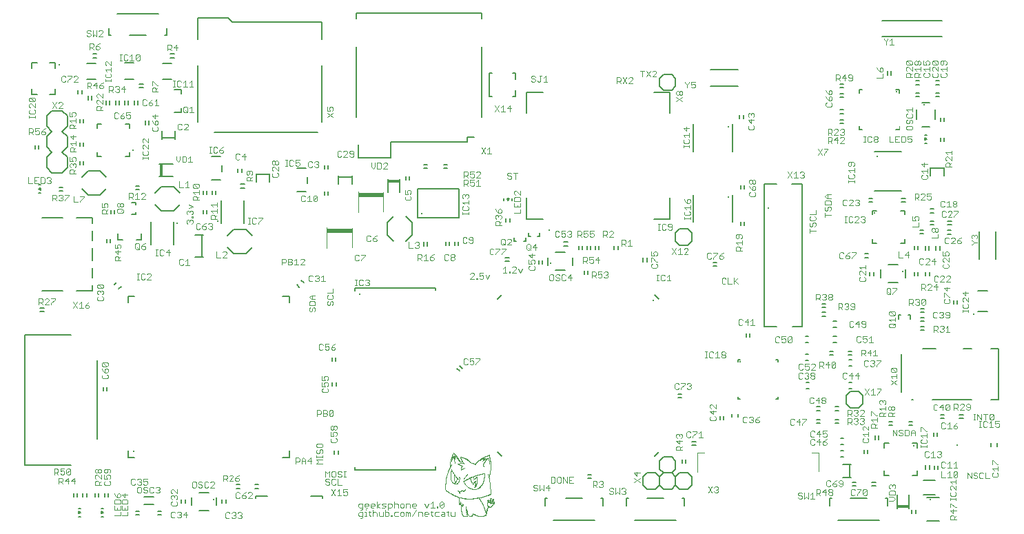
<source format=gbr>
G75*
%MOIN*%
%OFA0B0*%
%FSLAX25Y25*%
%IPPOS*%
%LPD*%
%AMOC8*
5,1,8,0,0,1.08239X$1,22.5*
%
%ADD10C,0.00300*%
%ADD11C,0.01000*%
%ADD12C,0.00500*%
%ADD13C,0.00197*%
%ADD14C,0.00551*%
%ADD15R,0.01000X0.10000*%
%ADD16R,0.06063X0.00984*%
%ADD17R,0.01634X0.05315*%
%ADD18R,0.05315X0.01634*%
%ADD19C,0.00400*%
%ADD20R,0.12000X0.02000*%
%ADD21C,0.00800*%
%ADD22C,0.00787*%
%ADD23R,0.00984X0.06063*%
%ADD24R,0.00400X0.00100*%
%ADD25R,0.01500X0.00100*%
%ADD26R,0.01000X0.00100*%
%ADD27R,0.01300X0.00100*%
%ADD28R,0.01900X0.00100*%
%ADD29R,0.00500X0.00100*%
%ADD30R,0.02600X0.00100*%
%ADD31R,0.00200X0.00100*%
%ADD32R,0.00300X0.00100*%
%ADD33R,0.00900X0.00100*%
%ADD34R,0.00100X0.00100*%
%ADD35R,0.00700X0.00100*%
%ADD36R,0.00600X0.00100*%
%ADD37R,0.00800X0.00100*%
%ADD38R,0.02200X0.00100*%
%ADD39R,0.04500X0.00100*%
%ADD40R,0.01400X0.00100*%
%ADD41R,0.01600X0.00100*%
%ADD42R,0.01100X0.00100*%
%ADD43R,0.01200X0.00100*%
%ADD44R,0.02000X0.00100*%
%ADD45R,0.02300X0.00100*%
D10*
X0058689Y0030978D02*
X0058689Y0033881D01*
X0060141Y0033881D01*
X0060624Y0033397D01*
X0060624Y0032430D01*
X0060141Y0031946D01*
X0058689Y0031946D01*
X0059657Y0031946D02*
X0060624Y0030978D01*
X0061636Y0031462D02*
X0062120Y0030978D01*
X0063087Y0030978D01*
X0063571Y0031462D01*
X0063571Y0032430D01*
X0063087Y0032913D01*
X0062603Y0032913D01*
X0061636Y0032430D01*
X0061636Y0033881D01*
X0063571Y0033881D01*
X0064582Y0033397D02*
X0065066Y0033881D01*
X0066034Y0033881D01*
X0066517Y0033397D01*
X0064582Y0031462D01*
X0065066Y0030978D01*
X0066034Y0030978D01*
X0066517Y0031462D01*
X0066517Y0033397D01*
X0064582Y0033397D02*
X0064582Y0031462D01*
X0065350Y0029405D02*
X0063899Y0027954D01*
X0065834Y0027954D01*
X0066845Y0027954D02*
X0068296Y0029405D01*
X0068296Y0026503D01*
X0068780Y0027954D02*
X0066845Y0027954D01*
X0065350Y0026503D02*
X0065350Y0029405D01*
X0062887Y0028922D02*
X0062403Y0029405D01*
X0060952Y0029405D01*
X0060952Y0026503D01*
X0060952Y0027470D02*
X0062403Y0027470D01*
X0062887Y0027954D01*
X0062887Y0028922D01*
X0061920Y0027470D02*
X0062887Y0026503D01*
X0078412Y0025872D02*
X0078412Y0027323D01*
X0078896Y0027807D01*
X0079863Y0027807D01*
X0080347Y0027323D01*
X0080347Y0025872D01*
X0081315Y0025872D02*
X0078412Y0025872D01*
X0080347Y0026840D02*
X0081315Y0027807D01*
X0081315Y0028819D02*
X0079380Y0030754D01*
X0078896Y0030754D01*
X0078412Y0030270D01*
X0078412Y0029302D01*
X0078896Y0028819D01*
X0081315Y0028819D02*
X0081315Y0030754D01*
X0080831Y0031765D02*
X0080347Y0031765D01*
X0079863Y0032249D01*
X0079863Y0033216D01*
X0080347Y0033700D01*
X0080831Y0033700D01*
X0081315Y0033216D01*
X0081315Y0032249D01*
X0080831Y0031765D01*
X0079863Y0032249D02*
X0079380Y0031765D01*
X0078896Y0031765D01*
X0078412Y0032249D01*
X0078412Y0033216D01*
X0078896Y0033700D01*
X0079380Y0033700D01*
X0079863Y0033216D01*
X0082940Y0033216D02*
X0082940Y0032249D01*
X0083423Y0031765D01*
X0083907Y0031765D01*
X0084391Y0032249D01*
X0084391Y0033700D01*
X0085358Y0033700D02*
X0083423Y0033700D01*
X0082940Y0033216D01*
X0082940Y0030754D02*
X0082940Y0028819D01*
X0084391Y0028819D01*
X0083907Y0029786D01*
X0083907Y0030270D01*
X0084391Y0030754D01*
X0085358Y0030754D01*
X0085842Y0030270D01*
X0085842Y0029302D01*
X0085358Y0028819D01*
X0085358Y0027807D02*
X0085842Y0027323D01*
X0085842Y0026356D01*
X0085358Y0025872D01*
X0083423Y0025872D01*
X0082940Y0026356D01*
X0082940Y0027323D01*
X0083423Y0027807D01*
X0085358Y0031765D02*
X0085842Y0032249D01*
X0085842Y0033216D01*
X0085358Y0033700D01*
X0095894Y0028476D02*
X0095894Y0026541D01*
X0096378Y0026057D01*
X0097345Y0026057D01*
X0097829Y0026541D01*
X0098841Y0026541D02*
X0099324Y0026057D01*
X0100292Y0026057D01*
X0100776Y0026541D01*
X0100776Y0027025D01*
X0100292Y0027508D01*
X0099808Y0027508D01*
X0100292Y0027508D02*
X0100776Y0027992D01*
X0100776Y0028476D01*
X0100292Y0028960D01*
X0099324Y0028960D01*
X0098841Y0028476D01*
X0097829Y0028476D02*
X0097345Y0028960D01*
X0096378Y0028960D01*
X0095894Y0028476D01*
X0099390Y0025005D02*
X0098906Y0024521D01*
X0098906Y0022586D01*
X0099390Y0022102D01*
X0100357Y0022102D01*
X0100841Y0022586D01*
X0100841Y0024521D01*
X0100357Y0025005D01*
X0099390Y0025005D01*
X0101852Y0024521D02*
X0101852Y0024037D01*
X0102336Y0023554D01*
X0103304Y0023554D01*
X0103787Y0023070D01*
X0103787Y0022586D01*
X0103304Y0022102D01*
X0102336Y0022102D01*
X0101852Y0022586D01*
X0101852Y0024521D02*
X0102336Y0025005D01*
X0103304Y0025005D01*
X0103787Y0024521D01*
X0104799Y0024521D02*
X0104799Y0022586D01*
X0105283Y0022102D01*
X0106250Y0022102D01*
X0106734Y0022586D01*
X0107745Y0022586D02*
X0108229Y0022102D01*
X0109197Y0022102D01*
X0109680Y0022586D01*
X0109680Y0023070D01*
X0109197Y0023554D01*
X0108713Y0023554D01*
X0109197Y0023554D02*
X0109680Y0024037D01*
X0109680Y0024521D01*
X0109197Y0025005D01*
X0108229Y0025005D01*
X0107745Y0024521D01*
X0106734Y0024521D02*
X0106250Y0025005D01*
X0105283Y0025005D01*
X0104799Y0024521D01*
X0103238Y0026057D02*
X0103722Y0026541D01*
X0103722Y0027508D01*
X0103238Y0027992D01*
X0102755Y0027992D01*
X0101787Y0027508D01*
X0101787Y0028960D01*
X0103722Y0028960D01*
X0103238Y0026057D02*
X0102271Y0026057D01*
X0101787Y0026541D01*
X0094216Y0021399D02*
X0091314Y0021399D01*
X0092765Y0019948D01*
X0092765Y0021883D01*
X0090673Y0021399D02*
X0090189Y0021883D01*
X0089705Y0021883D01*
X0089222Y0021399D01*
X0089222Y0019948D01*
X0090189Y0019948D01*
X0090673Y0020432D01*
X0090673Y0021399D01*
X0089222Y0019948D02*
X0088254Y0020915D01*
X0087770Y0021883D01*
X0088254Y0018936D02*
X0087770Y0018453D01*
X0087770Y0017001D01*
X0090673Y0017001D01*
X0090673Y0018453D01*
X0090189Y0018936D01*
X0088254Y0018936D01*
X0087770Y0015990D02*
X0087770Y0014055D01*
X0090673Y0014055D01*
X0090673Y0015990D01*
X0091314Y0015990D02*
X0091314Y0014055D01*
X0094216Y0014055D01*
X0094216Y0015990D01*
X0094216Y0017001D02*
X0094216Y0018453D01*
X0093732Y0018936D01*
X0091797Y0018936D01*
X0091314Y0018453D01*
X0091314Y0017001D01*
X0094216Y0017001D01*
X0092765Y0015022D02*
X0092765Y0014055D01*
X0094216Y0013043D02*
X0094216Y0011108D01*
X0091314Y0011108D01*
X0090673Y0011108D02*
X0090673Y0013043D01*
X0089222Y0014055D02*
X0089222Y0015022D01*
X0087770Y0011108D02*
X0090673Y0011108D01*
X0115185Y0010596D02*
X0115669Y0010112D01*
X0116637Y0010112D01*
X0117120Y0010596D01*
X0118132Y0010596D02*
X0118616Y0010112D01*
X0119583Y0010112D01*
X0120067Y0010596D01*
X0120067Y0011080D01*
X0119583Y0011564D01*
X0119099Y0011564D01*
X0119583Y0011564D02*
X0120067Y0012047D01*
X0120067Y0012531D01*
X0119583Y0013015D01*
X0118616Y0013015D01*
X0118132Y0012531D01*
X0117120Y0012531D02*
X0116637Y0013015D01*
X0115669Y0013015D01*
X0115185Y0012531D01*
X0115185Y0010596D01*
X0121078Y0011564D02*
X0123013Y0011564D01*
X0122530Y0013015D02*
X0121078Y0011564D01*
X0122530Y0013015D02*
X0122530Y0010112D01*
X0117642Y0016030D02*
X0118126Y0016513D01*
X0118126Y0017481D01*
X0117642Y0017965D01*
X0117642Y0018976D02*
X0118126Y0019460D01*
X0118126Y0020427D01*
X0117642Y0020911D01*
X0117158Y0020911D01*
X0116674Y0020427D01*
X0116674Y0019944D01*
X0116674Y0020427D02*
X0116191Y0020911D01*
X0115707Y0020911D01*
X0115223Y0020427D01*
X0115223Y0019460D01*
X0115707Y0018976D01*
X0115707Y0017965D02*
X0115223Y0017481D01*
X0115223Y0016513D01*
X0115707Y0016030D01*
X0117642Y0016030D01*
X0118126Y0021923D02*
X0116191Y0023858D01*
X0115707Y0023858D01*
X0115223Y0023374D01*
X0115223Y0022406D01*
X0115707Y0021923D01*
X0118126Y0021923D02*
X0118126Y0023858D01*
X0125402Y0025145D02*
X0125402Y0027080D01*
X0125886Y0027564D01*
X0126853Y0027564D01*
X0127337Y0027080D01*
X0127337Y0025145D01*
X0126853Y0024662D01*
X0125886Y0024662D01*
X0125402Y0025145D01*
X0128348Y0025145D02*
X0128832Y0024662D01*
X0129800Y0024662D01*
X0130283Y0025145D01*
X0130283Y0025629D01*
X0129800Y0026113D01*
X0128832Y0026113D01*
X0128348Y0026596D01*
X0128348Y0027080D01*
X0128832Y0027564D01*
X0129800Y0027564D01*
X0130283Y0027080D01*
X0131295Y0027080D02*
X0131295Y0025145D01*
X0131779Y0024662D01*
X0132746Y0024662D01*
X0133230Y0025145D01*
X0134242Y0024662D02*
X0136177Y0026596D01*
X0136177Y0027080D01*
X0135693Y0027564D01*
X0134725Y0027564D01*
X0134242Y0027080D01*
X0133230Y0027080D02*
X0132746Y0027564D01*
X0131779Y0027564D01*
X0131295Y0027080D01*
X0134242Y0024662D02*
X0136177Y0024662D01*
X0140382Y0027829D02*
X0140382Y0030731D01*
X0141834Y0030731D01*
X0142317Y0030248D01*
X0142317Y0029280D01*
X0141834Y0028796D01*
X0140382Y0028796D01*
X0141350Y0028796D02*
X0142317Y0027829D01*
X0143329Y0027829D02*
X0145264Y0029764D01*
X0145264Y0030248D01*
X0144780Y0030731D01*
X0143813Y0030731D01*
X0143329Y0030248D01*
X0143329Y0027829D02*
X0145264Y0027829D01*
X0146275Y0028313D02*
X0146759Y0027829D01*
X0147727Y0027829D01*
X0148210Y0028313D01*
X0148210Y0028796D01*
X0147727Y0029280D01*
X0146275Y0029280D01*
X0146275Y0028313D01*
X0146275Y0029280D02*
X0147243Y0030248D01*
X0148210Y0030731D01*
X0147936Y0022464D02*
X0146968Y0022464D01*
X0146485Y0021980D01*
X0146485Y0020045D01*
X0146968Y0019561D01*
X0147936Y0019561D01*
X0148420Y0020045D01*
X0149431Y0020045D02*
X0149915Y0019561D01*
X0150882Y0019561D01*
X0151366Y0020045D01*
X0151366Y0020529D01*
X0150882Y0021012D01*
X0149431Y0021012D01*
X0149431Y0020045D01*
X0149431Y0021012D02*
X0150399Y0021980D01*
X0151366Y0022464D01*
X0152378Y0021980D02*
X0152861Y0022464D01*
X0153829Y0022464D01*
X0154313Y0021980D01*
X0154313Y0021496D01*
X0152378Y0019561D01*
X0154313Y0019561D01*
X0148420Y0021980D02*
X0147936Y0022464D01*
X0147940Y0012818D02*
X0148908Y0012818D01*
X0149391Y0012334D01*
X0149391Y0011850D01*
X0148908Y0011367D01*
X0149391Y0010883D01*
X0149391Y0010399D01*
X0148908Y0009915D01*
X0147940Y0009915D01*
X0147456Y0010399D01*
X0146445Y0010399D02*
X0145961Y0009915D01*
X0144994Y0009915D01*
X0144510Y0010399D01*
X0143498Y0010399D02*
X0143015Y0009915D01*
X0142047Y0009915D01*
X0141563Y0010399D01*
X0141563Y0012334D01*
X0142047Y0012818D01*
X0143015Y0012818D01*
X0143498Y0012334D01*
X0144510Y0012334D02*
X0144994Y0012818D01*
X0145961Y0012818D01*
X0146445Y0012334D01*
X0146445Y0011850D01*
X0145961Y0011367D01*
X0146445Y0010883D01*
X0146445Y0010399D01*
X0145961Y0011367D02*
X0145477Y0011367D01*
X0147456Y0012334D02*
X0147940Y0012818D01*
X0148424Y0011367D02*
X0148908Y0011367D01*
X0189930Y0026494D02*
X0190413Y0026010D01*
X0191381Y0026010D01*
X0191865Y0026494D01*
X0191865Y0026978D01*
X0191381Y0027462D01*
X0190413Y0027462D01*
X0189930Y0027945D01*
X0189930Y0028429D01*
X0190413Y0028913D01*
X0191381Y0028913D01*
X0191865Y0028429D01*
X0192876Y0028429D02*
X0192876Y0026494D01*
X0193360Y0026010D01*
X0194327Y0026010D01*
X0194811Y0026494D01*
X0195823Y0026010D02*
X0195823Y0028913D01*
X0196306Y0029750D02*
X0195823Y0030234D01*
X0196306Y0029750D02*
X0197274Y0029750D01*
X0197758Y0030234D01*
X0197758Y0030718D01*
X0197274Y0031202D01*
X0196306Y0031202D01*
X0195823Y0031685D01*
X0195823Y0032169D01*
X0196306Y0032653D01*
X0197274Y0032653D01*
X0197758Y0032169D01*
X0198769Y0032653D02*
X0199737Y0032653D01*
X0199253Y0032653D02*
X0199253Y0029750D01*
X0198769Y0029750D02*
X0199737Y0029750D01*
X0194811Y0030234D02*
X0194811Y0032169D01*
X0194327Y0032653D01*
X0193360Y0032653D01*
X0192876Y0032169D01*
X0192876Y0030234D01*
X0193360Y0029750D01*
X0194327Y0029750D01*
X0194811Y0030234D01*
X0194327Y0028913D02*
X0193360Y0028913D01*
X0192876Y0028429D01*
X0194327Y0028913D02*
X0194811Y0028429D01*
X0195823Y0026010D02*
X0197758Y0026010D01*
X0198578Y0023794D02*
X0198578Y0022343D01*
X0199546Y0022827D01*
X0200030Y0022827D01*
X0200513Y0022343D01*
X0200513Y0021376D01*
X0200030Y0020892D01*
X0199062Y0020892D01*
X0198578Y0021376D01*
X0197567Y0020892D02*
X0195632Y0020892D01*
X0196599Y0020892D02*
X0196599Y0023794D01*
X0195632Y0022827D01*
X0194620Y0023794D02*
X0192685Y0020892D01*
X0194620Y0020892D02*
X0192685Y0023794D01*
X0198578Y0023794D02*
X0200513Y0023794D01*
X0206358Y0016921D02*
X0205874Y0016438D01*
X0205874Y0015470D01*
X0206358Y0014986D01*
X0207809Y0014986D01*
X0207809Y0014503D02*
X0207809Y0016921D01*
X0206358Y0016921D01*
X0208821Y0016438D02*
X0208821Y0015470D01*
X0209305Y0014986D01*
X0210272Y0014986D01*
X0210756Y0015954D02*
X0208821Y0015954D01*
X0208821Y0016438D02*
X0209305Y0016921D01*
X0210272Y0016921D01*
X0210756Y0016438D01*
X0210756Y0015954D01*
X0211767Y0015954D02*
X0213702Y0015954D01*
X0213702Y0016438D01*
X0213219Y0016921D01*
X0212251Y0016921D01*
X0211767Y0016438D01*
X0211767Y0015470D01*
X0212251Y0014986D01*
X0213219Y0014986D01*
X0212750Y0013755D02*
X0212750Y0010852D01*
X0211753Y0010852D02*
X0211269Y0011336D01*
X0211269Y0013271D01*
X0210785Y0012787D02*
X0211753Y0012787D01*
X0212750Y0012304D02*
X0213233Y0012787D01*
X0214201Y0012787D01*
X0214685Y0012304D01*
X0214685Y0010852D01*
X0215696Y0011336D02*
X0216180Y0010852D01*
X0217631Y0010852D01*
X0217631Y0012787D01*
X0218643Y0012787D02*
X0220094Y0012787D01*
X0220578Y0012304D01*
X0220578Y0011336D01*
X0220094Y0010852D01*
X0218643Y0010852D01*
X0218643Y0013755D01*
X0218621Y0014986D02*
X0219104Y0015470D01*
X0218621Y0015954D01*
X0217653Y0015954D01*
X0217169Y0016438D01*
X0217653Y0016921D01*
X0219104Y0016921D01*
X0220116Y0016921D02*
X0220116Y0014019D01*
X0220116Y0014986D02*
X0221567Y0014986D01*
X0222051Y0015470D01*
X0222051Y0016438D01*
X0221567Y0016921D01*
X0220116Y0016921D01*
X0218621Y0014986D02*
X0217169Y0014986D01*
X0216165Y0014986D02*
X0214714Y0015954D01*
X0216165Y0016921D01*
X0214714Y0017889D02*
X0214714Y0014986D01*
X0215696Y0012787D02*
X0215696Y0011336D01*
X0221589Y0011336D02*
X0222073Y0011336D01*
X0222073Y0010852D01*
X0221589Y0010852D01*
X0221589Y0011336D01*
X0223062Y0011336D02*
X0223546Y0010852D01*
X0224997Y0010852D01*
X0226009Y0011336D02*
X0226493Y0010852D01*
X0227460Y0010852D01*
X0227944Y0011336D01*
X0227944Y0012304D01*
X0227460Y0012787D01*
X0226493Y0012787D01*
X0226009Y0012304D01*
X0226009Y0011336D01*
X0224997Y0012787D02*
X0223546Y0012787D01*
X0223062Y0012304D01*
X0223062Y0011336D01*
X0223062Y0014986D02*
X0223062Y0017889D01*
X0223546Y0016921D02*
X0224514Y0016921D01*
X0224997Y0016438D01*
X0224997Y0014986D01*
X0226009Y0015470D02*
X0226009Y0016438D01*
X0226493Y0016921D01*
X0227460Y0016921D01*
X0227944Y0016438D01*
X0227944Y0015470D01*
X0227460Y0014986D01*
X0226493Y0014986D01*
X0226009Y0015470D01*
X0223546Y0016921D02*
X0223062Y0016438D01*
X0228955Y0016921D02*
X0228955Y0014986D01*
X0228955Y0016921D02*
X0230407Y0016921D01*
X0230890Y0016438D01*
X0230890Y0014986D01*
X0231902Y0015470D02*
X0231902Y0016438D01*
X0232386Y0016921D01*
X0233353Y0016921D01*
X0233837Y0016438D01*
X0233837Y0015954D01*
X0231902Y0015954D01*
X0231902Y0015470D02*
X0232386Y0014986D01*
X0233353Y0014986D01*
X0233837Y0013755D02*
X0231902Y0010852D01*
X0230890Y0010852D02*
X0230890Y0012304D01*
X0230407Y0012787D01*
X0229923Y0012304D01*
X0229923Y0010852D01*
X0228955Y0010852D02*
X0228955Y0012787D01*
X0229439Y0012787D01*
X0229923Y0012304D01*
X0234848Y0012787D02*
X0236300Y0012787D01*
X0236783Y0012304D01*
X0236783Y0010852D01*
X0237795Y0011336D02*
X0237795Y0012304D01*
X0238279Y0012787D01*
X0239246Y0012787D01*
X0239730Y0012304D01*
X0239730Y0011820D01*
X0237795Y0011820D01*
X0237795Y0011336D02*
X0238279Y0010852D01*
X0239246Y0010852D01*
X0241225Y0011336D02*
X0241709Y0010852D01*
X0241225Y0011336D02*
X0241225Y0013271D01*
X0240742Y0012787D02*
X0241709Y0012787D01*
X0242706Y0012304D02*
X0242706Y0011336D01*
X0243190Y0010852D01*
X0244641Y0010852D01*
X0245652Y0011336D02*
X0246136Y0011820D01*
X0247587Y0011820D01*
X0247587Y0012304D02*
X0247587Y0010852D01*
X0246136Y0010852D01*
X0245652Y0011336D01*
X0246136Y0012787D02*
X0247104Y0012787D01*
X0247587Y0012304D01*
X0248599Y0012787D02*
X0249566Y0012787D01*
X0249083Y0013271D02*
X0249083Y0011336D01*
X0249566Y0010852D01*
X0250563Y0011336D02*
X0251047Y0010852D01*
X0252498Y0010852D01*
X0252498Y0012787D01*
X0250563Y0012787D02*
X0250563Y0011336D01*
X0246613Y0014986D02*
X0245645Y0014986D01*
X0245161Y0015470D01*
X0247096Y0017405D01*
X0247096Y0015470D01*
X0246613Y0014986D01*
X0245161Y0015470D02*
X0245161Y0017405D01*
X0245645Y0017889D01*
X0246613Y0017889D01*
X0247096Y0017405D01*
X0244172Y0015470D02*
X0244172Y0014986D01*
X0243688Y0014986D01*
X0243688Y0015470D01*
X0244172Y0015470D01*
X0242677Y0014986D02*
X0240742Y0014986D01*
X0241709Y0014986D02*
X0241709Y0017889D01*
X0240742Y0016921D01*
X0239730Y0016921D02*
X0238762Y0014986D01*
X0237795Y0016921D01*
X0234848Y0012787D02*
X0234848Y0010852D01*
X0242706Y0012304D02*
X0243190Y0012787D01*
X0244641Y0012787D01*
X0209788Y0010852D02*
X0208821Y0010852D01*
X0209305Y0010852D02*
X0209305Y0012787D01*
X0208821Y0012787D01*
X0207809Y0012787D02*
X0207809Y0010369D01*
X0207326Y0009885D01*
X0206842Y0009885D01*
X0206358Y0010852D02*
X0207809Y0010852D01*
X0206358Y0010852D02*
X0205874Y0011336D01*
X0205874Y0012304D01*
X0206358Y0012787D01*
X0207809Y0012787D01*
X0207326Y0014019D02*
X0207809Y0014503D01*
X0207326Y0014019D02*
X0206842Y0014019D01*
X0209305Y0014239D02*
X0209305Y0013755D01*
X0191865Y0029750D02*
X0191865Y0032653D01*
X0190897Y0031685D01*
X0189930Y0032653D01*
X0189930Y0029750D01*
X0188448Y0036246D02*
X0185546Y0036246D01*
X0186513Y0037214D01*
X0185546Y0038181D01*
X0188448Y0038181D01*
X0188448Y0039193D02*
X0188448Y0040160D01*
X0188448Y0039676D02*
X0185546Y0039676D01*
X0185546Y0039193D02*
X0185546Y0040160D01*
X0186029Y0041157D02*
X0186513Y0041157D01*
X0186997Y0041641D01*
X0186997Y0042608D01*
X0187481Y0043092D01*
X0187964Y0043092D01*
X0188448Y0042608D01*
X0188448Y0041641D01*
X0187964Y0041157D01*
X0186029Y0041157D02*
X0185546Y0041641D01*
X0185546Y0042608D01*
X0186029Y0043092D01*
X0186029Y0044104D02*
X0187964Y0044104D01*
X0188448Y0044587D01*
X0188448Y0045555D01*
X0187964Y0046039D01*
X0186029Y0046039D01*
X0185546Y0045555D01*
X0185546Y0044587D01*
X0186029Y0044104D01*
X0182707Y0039149D02*
X0181256Y0037698D01*
X0183191Y0037698D01*
X0182707Y0036247D02*
X0182707Y0039149D01*
X0180244Y0038182D02*
X0180244Y0036247D01*
X0180244Y0037698D02*
X0178309Y0037698D01*
X0178309Y0038182D02*
X0179277Y0039149D01*
X0180244Y0038182D01*
X0178309Y0038182D02*
X0178309Y0036247D01*
X0177298Y0037698D02*
X0176814Y0037214D01*
X0175363Y0037214D01*
X0175363Y0036247D02*
X0175363Y0039149D01*
X0176814Y0039149D01*
X0177298Y0038665D01*
X0177298Y0037698D01*
X0192388Y0047222D02*
X0192872Y0046738D01*
X0194807Y0046738D01*
X0195291Y0047222D01*
X0195291Y0048190D01*
X0194807Y0048673D01*
X0194807Y0049685D02*
X0195291Y0050169D01*
X0195291Y0051136D01*
X0194807Y0051620D01*
X0193840Y0051620D01*
X0193356Y0051136D01*
X0193356Y0050652D01*
X0193840Y0049685D01*
X0192388Y0049685D01*
X0192388Y0051620D01*
X0192872Y0052631D02*
X0193356Y0052631D01*
X0193840Y0053115D01*
X0193840Y0054083D01*
X0194323Y0054566D01*
X0194807Y0054566D01*
X0195291Y0054083D01*
X0195291Y0053115D01*
X0194807Y0052631D01*
X0194323Y0052631D01*
X0193840Y0053115D01*
X0193840Y0054083D02*
X0193356Y0054566D01*
X0192872Y0054566D01*
X0192388Y0054083D01*
X0192388Y0053115D01*
X0192872Y0052631D01*
X0192872Y0048673D02*
X0192388Y0048190D01*
X0192388Y0047222D01*
X0192172Y0059278D02*
X0191689Y0059762D01*
X0193624Y0061697D01*
X0193624Y0059762D01*
X0193140Y0059278D01*
X0192172Y0059278D01*
X0191689Y0059762D02*
X0191689Y0061697D01*
X0192172Y0062181D01*
X0193140Y0062181D01*
X0193624Y0061697D01*
X0190677Y0061697D02*
X0190677Y0061213D01*
X0190193Y0060729D01*
X0188742Y0060729D01*
X0187731Y0060729D02*
X0187247Y0060246D01*
X0185796Y0060246D01*
X0185796Y0059278D02*
X0185796Y0062181D01*
X0187247Y0062181D01*
X0187731Y0061697D01*
X0187731Y0060729D01*
X0188742Y0059278D02*
X0190193Y0059278D01*
X0190677Y0059762D01*
X0190677Y0060246D01*
X0190193Y0060729D01*
X0190677Y0061697D02*
X0190193Y0062181D01*
X0188742Y0062181D01*
X0188742Y0059278D01*
X0188738Y0070754D02*
X0190673Y0070754D01*
X0191157Y0071238D01*
X0191157Y0072205D01*
X0190673Y0072689D01*
X0190673Y0073701D02*
X0191157Y0074184D01*
X0191157Y0075152D01*
X0190673Y0075636D01*
X0189706Y0075636D01*
X0189222Y0075152D01*
X0189222Y0074668D01*
X0189706Y0073701D01*
X0188255Y0073701D01*
X0188255Y0075636D01*
X0188255Y0076647D02*
X0189706Y0076647D01*
X0189222Y0077615D01*
X0189222Y0078098D01*
X0189706Y0078582D01*
X0190673Y0078582D01*
X0191157Y0078098D01*
X0191157Y0077131D01*
X0190673Y0076647D01*
X0188255Y0076647D02*
X0188255Y0078582D01*
X0188738Y0072689D02*
X0188255Y0072205D01*
X0188255Y0071238D01*
X0188738Y0070754D01*
X0188191Y0091267D02*
X0188675Y0091750D01*
X0188191Y0091267D02*
X0187223Y0091267D01*
X0186740Y0091750D01*
X0186740Y0093685D01*
X0187223Y0094169D01*
X0188191Y0094169D01*
X0188675Y0093685D01*
X0189686Y0094169D02*
X0189686Y0092718D01*
X0190654Y0093202D01*
X0191137Y0093202D01*
X0191621Y0092718D01*
X0191621Y0091750D01*
X0191137Y0091267D01*
X0190170Y0091267D01*
X0189686Y0091750D01*
X0189686Y0094169D02*
X0191621Y0094169D01*
X0192633Y0092718D02*
X0192633Y0091750D01*
X0193116Y0091267D01*
X0194084Y0091267D01*
X0194568Y0091750D01*
X0194568Y0092234D01*
X0194084Y0092718D01*
X0192633Y0092718D01*
X0193600Y0093685D01*
X0194568Y0094169D01*
X0184472Y0109887D02*
X0184956Y0110371D01*
X0184956Y0111338D01*
X0184472Y0111822D01*
X0183988Y0111822D01*
X0183505Y0111338D01*
X0183505Y0110371D01*
X0183021Y0109887D01*
X0182537Y0109887D01*
X0182053Y0110371D01*
X0182053Y0111338D01*
X0182537Y0111822D01*
X0182053Y0112833D02*
X0182053Y0114285D01*
X0182537Y0114768D01*
X0184472Y0114768D01*
X0184956Y0114285D01*
X0184956Y0112833D01*
X0182053Y0112833D01*
X0183021Y0115780D02*
X0182053Y0116747D01*
X0183021Y0117715D01*
X0184956Y0117715D01*
X0183505Y0117715D02*
X0183505Y0115780D01*
X0183021Y0115780D02*
X0184956Y0115780D01*
X0190703Y0116369D02*
X0190703Y0117337D01*
X0191187Y0117821D01*
X0190703Y0118832D02*
X0193606Y0118832D01*
X0193606Y0120767D01*
X0193122Y0117821D02*
X0193606Y0117337D01*
X0193606Y0116369D01*
X0193122Y0115886D01*
X0191187Y0115886D01*
X0190703Y0116369D01*
X0191187Y0114874D02*
X0190703Y0114390D01*
X0190703Y0113423D01*
X0191187Y0112939D01*
X0191671Y0112939D01*
X0192154Y0113423D01*
X0192154Y0114390D01*
X0192638Y0114874D01*
X0193122Y0114874D01*
X0193606Y0114390D01*
X0193606Y0113423D01*
X0193122Y0112939D01*
X0189748Y0124489D02*
X0187813Y0124489D01*
X0188781Y0124489D02*
X0188781Y0127392D01*
X0187813Y0126424D01*
X0186802Y0126424D02*
X0186318Y0125940D01*
X0186802Y0125457D01*
X0186802Y0124973D01*
X0186318Y0124489D01*
X0185350Y0124489D01*
X0184867Y0124973D01*
X0183855Y0124973D02*
X0183371Y0124489D01*
X0182404Y0124489D01*
X0181920Y0124973D01*
X0181920Y0126908D01*
X0182404Y0127392D01*
X0183371Y0127392D01*
X0183855Y0126908D01*
X0184867Y0126908D02*
X0185350Y0127392D01*
X0186318Y0127392D01*
X0186802Y0126908D01*
X0186802Y0126424D01*
X0186318Y0125940D02*
X0185834Y0125940D01*
X0179641Y0132506D02*
X0177706Y0132506D01*
X0179641Y0134441D01*
X0179641Y0134925D01*
X0179157Y0135409D01*
X0178190Y0135409D01*
X0177706Y0134925D01*
X0175727Y0135409D02*
X0175727Y0132506D01*
X0174760Y0132506D02*
X0176695Y0132506D01*
X0174760Y0134441D02*
X0175727Y0135409D01*
X0173748Y0134925D02*
X0173264Y0135409D01*
X0171813Y0135409D01*
X0171813Y0132506D01*
X0173264Y0132506D01*
X0173748Y0132990D01*
X0173748Y0133474D01*
X0173264Y0133958D01*
X0171813Y0133958D01*
X0170802Y0133958D02*
X0170318Y0133474D01*
X0168867Y0133474D01*
X0168867Y0132506D02*
X0168867Y0135409D01*
X0170318Y0135409D01*
X0170802Y0134925D01*
X0170802Y0133958D01*
X0173264Y0133958D02*
X0173748Y0134441D01*
X0173748Y0134925D01*
X0204083Y0134978D02*
X0204567Y0134494D01*
X0205534Y0134494D01*
X0206018Y0134978D01*
X0207030Y0134978D02*
X0207030Y0134494D01*
X0207030Y0134978D02*
X0208965Y0136913D01*
X0208965Y0137397D01*
X0207030Y0137397D01*
X0206018Y0136913D02*
X0205534Y0137397D01*
X0204567Y0137397D01*
X0204083Y0136913D01*
X0204083Y0134978D01*
X0204183Y0125384D02*
X0205151Y0125384D01*
X0204667Y0125384D02*
X0204667Y0122482D01*
X0204183Y0122482D02*
X0205151Y0122482D01*
X0206147Y0122965D02*
X0206631Y0122482D01*
X0207599Y0122482D01*
X0208082Y0122965D01*
X0209094Y0122965D02*
X0209578Y0122482D01*
X0210545Y0122482D01*
X0211029Y0122965D01*
X0211029Y0123449D01*
X0210545Y0123933D01*
X0210061Y0123933D01*
X0210545Y0123933D02*
X0211029Y0124417D01*
X0211029Y0124900D01*
X0210545Y0125384D01*
X0209578Y0125384D01*
X0209094Y0124900D01*
X0208082Y0124900D02*
X0207599Y0125384D01*
X0206631Y0125384D01*
X0206147Y0124900D01*
X0206147Y0122965D01*
X0234477Y0134719D02*
X0234477Y0137621D01*
X0235928Y0137621D01*
X0236412Y0137137D01*
X0236412Y0136170D01*
X0235928Y0135686D01*
X0234477Y0135686D01*
X0235444Y0135686D02*
X0236412Y0134719D01*
X0237423Y0134719D02*
X0239358Y0134719D01*
X0238391Y0134719D02*
X0238391Y0137621D01*
X0237423Y0136654D01*
X0240370Y0136170D02*
X0241821Y0136170D01*
X0242305Y0135686D01*
X0242305Y0135202D01*
X0241821Y0134719D01*
X0240854Y0134719D01*
X0240370Y0135202D01*
X0240370Y0136170D01*
X0241337Y0137137D01*
X0242305Y0137621D01*
X0247469Y0137137D02*
X0247469Y0135202D01*
X0247953Y0134719D01*
X0248920Y0134719D01*
X0249404Y0135202D01*
X0250415Y0135202D02*
X0250415Y0135686D01*
X0250899Y0136170D01*
X0251867Y0136170D01*
X0252350Y0135686D01*
X0252350Y0135202D01*
X0251867Y0134719D01*
X0250899Y0134719D01*
X0250415Y0135202D01*
X0250899Y0136170D02*
X0250415Y0136654D01*
X0250415Y0137137D01*
X0250899Y0137621D01*
X0251867Y0137621D01*
X0252350Y0137137D01*
X0252350Y0136654D01*
X0251867Y0136170D01*
X0249404Y0137137D02*
X0248920Y0137621D01*
X0247953Y0137621D01*
X0247469Y0137137D01*
X0256327Y0143470D02*
X0256811Y0142986D01*
X0257778Y0142986D01*
X0258262Y0143470D01*
X0259274Y0143470D02*
X0259757Y0142986D01*
X0260725Y0142986D01*
X0261209Y0143470D01*
X0261209Y0145405D01*
X0260725Y0145889D01*
X0259757Y0145889D01*
X0259274Y0145405D01*
X0259274Y0144921D01*
X0259757Y0144438D01*
X0261209Y0144438D01*
X0258262Y0145405D02*
X0257778Y0145889D01*
X0256811Y0145889D01*
X0256327Y0145405D01*
X0256327Y0143470D01*
X0269319Y0139893D02*
X0269319Y0137958D01*
X0269803Y0137475D01*
X0270771Y0137475D01*
X0271254Y0137958D01*
X0272266Y0137958D02*
X0272266Y0137475D01*
X0272266Y0137958D02*
X0274201Y0139893D01*
X0274201Y0140377D01*
X0272266Y0140377D01*
X0271254Y0139893D02*
X0270771Y0140377D01*
X0269803Y0140377D01*
X0269319Y0139893D01*
X0275212Y0140377D02*
X0277147Y0140377D01*
X0277147Y0139893D01*
X0275212Y0137958D01*
X0275212Y0137475D01*
X0275268Y0142101D02*
X0274785Y0142585D01*
X0274785Y0144520D01*
X0275268Y0145004D01*
X0276236Y0145004D01*
X0276720Y0144520D01*
X0276720Y0142585D01*
X0276236Y0142101D01*
X0275268Y0142101D01*
X0275752Y0143069D02*
X0276720Y0142101D01*
X0277731Y0142101D02*
X0279666Y0144036D01*
X0279666Y0144520D01*
X0279182Y0145004D01*
X0278215Y0145004D01*
X0277731Y0144520D01*
X0277731Y0142101D02*
X0279666Y0142101D01*
X0287154Y0142031D02*
X0287154Y0140096D01*
X0287638Y0139612D01*
X0288605Y0139612D01*
X0289089Y0140096D01*
X0289089Y0142031D01*
X0288605Y0142515D01*
X0287638Y0142515D01*
X0287154Y0142031D01*
X0288121Y0140580D02*
X0289089Y0139612D01*
X0290100Y0141064D02*
X0292035Y0141064D01*
X0291552Y0142515D02*
X0290100Y0141064D01*
X0291552Y0142515D02*
X0291552Y0139612D01*
X0291157Y0137350D02*
X0288255Y0137350D01*
X0289706Y0135899D01*
X0289706Y0137834D01*
X0289706Y0134888D02*
X0290673Y0134888D01*
X0291157Y0134404D01*
X0291157Y0133436D01*
X0290673Y0132953D01*
X0289706Y0132953D02*
X0289222Y0133920D01*
X0289222Y0134404D01*
X0289706Y0134888D01*
X0288255Y0134888D02*
X0288255Y0132953D01*
X0289706Y0132953D01*
X0290673Y0131941D02*
X0291157Y0131457D01*
X0291157Y0130490D01*
X0290673Y0130006D01*
X0288738Y0130006D01*
X0288255Y0130490D01*
X0288255Y0131457D01*
X0288738Y0131941D01*
X0284981Y0130650D02*
X0284013Y0128715D01*
X0283046Y0130650D01*
X0282034Y0130650D02*
X0282034Y0131134D01*
X0281551Y0131618D01*
X0280583Y0131618D01*
X0280099Y0131134D01*
X0282034Y0130650D02*
X0280099Y0128715D01*
X0282034Y0128715D01*
X0279110Y0128715D02*
X0278626Y0128715D01*
X0278626Y0129199D01*
X0279110Y0129199D01*
X0279110Y0128715D01*
X0277615Y0128715D02*
X0275680Y0128715D01*
X0276647Y0128715D02*
X0276647Y0131618D01*
X0275680Y0130650D01*
X0269233Y0127500D02*
X0268265Y0125565D01*
X0267298Y0127500D01*
X0266286Y0127017D02*
X0265803Y0127500D01*
X0265319Y0127500D01*
X0264351Y0127017D01*
X0264351Y0128468D01*
X0266286Y0128468D01*
X0266286Y0127017D02*
X0266286Y0126049D01*
X0265803Y0125565D01*
X0264835Y0125565D01*
X0264351Y0126049D01*
X0263362Y0126049D02*
X0263362Y0125565D01*
X0262878Y0125565D01*
X0262878Y0126049D01*
X0263362Y0126049D01*
X0261867Y0125565D02*
X0259932Y0125565D01*
X0261867Y0127500D01*
X0261867Y0127984D01*
X0261383Y0128468D01*
X0260415Y0128468D01*
X0259932Y0127984D01*
X0235165Y0141061D02*
X0234682Y0140577D01*
X0233714Y0140577D01*
X0233230Y0141061D01*
X0232219Y0140577D02*
X0230284Y0140577D01*
X0230284Y0143479D01*
X0233230Y0142996D02*
X0233714Y0143479D01*
X0234682Y0143479D01*
X0235165Y0142996D01*
X0235165Y0142512D01*
X0234682Y0142028D01*
X0235165Y0141544D01*
X0235165Y0141061D01*
X0234682Y0142028D02*
X0234198Y0142028D01*
X0214673Y0144230D02*
X0214673Y0144714D01*
X0214189Y0145197D01*
X0212738Y0145197D01*
X0212738Y0144230D01*
X0213222Y0143746D01*
X0214189Y0143746D01*
X0214673Y0144230D01*
X0213706Y0146165D02*
X0212738Y0145197D01*
X0213706Y0146165D02*
X0214673Y0146649D01*
X0211727Y0146165D02*
X0211243Y0146649D01*
X0210275Y0146649D01*
X0209792Y0146165D01*
X0209792Y0144230D01*
X0210275Y0143746D01*
X0211243Y0143746D01*
X0211727Y0144230D01*
X0228844Y0163759D02*
X0230779Y0163759D01*
X0231263Y0164242D01*
X0231263Y0165210D01*
X0230779Y0165694D01*
X0230779Y0166705D02*
X0231263Y0167189D01*
X0231263Y0168156D01*
X0230779Y0168640D01*
X0229811Y0168640D01*
X0229328Y0168156D01*
X0229328Y0167673D01*
X0229811Y0166705D01*
X0228360Y0166705D01*
X0228360Y0168640D01*
X0228844Y0165694D02*
X0228360Y0165210D01*
X0228360Y0164242D01*
X0228844Y0163759D01*
X0256137Y0162731D02*
X0259039Y0162731D01*
X0259039Y0163698D02*
X0259039Y0161763D01*
X0258555Y0160752D02*
X0259039Y0160268D01*
X0259039Y0159301D01*
X0258555Y0158817D01*
X0256620Y0158817D01*
X0256137Y0159301D01*
X0256137Y0160268D01*
X0256620Y0160752D01*
X0257104Y0161763D02*
X0256137Y0162731D01*
X0256620Y0164710D02*
X0256137Y0165194D01*
X0256137Y0166161D01*
X0256620Y0166645D01*
X0257104Y0166645D01*
X0257588Y0166161D01*
X0258071Y0166645D01*
X0258555Y0166645D01*
X0259039Y0166161D01*
X0259039Y0165194D01*
X0258555Y0164710D01*
X0257588Y0165677D02*
X0257588Y0166161D01*
X0256918Y0170742D02*
X0256918Y0173645D01*
X0258369Y0173645D01*
X0258853Y0173161D01*
X0258853Y0172193D01*
X0258369Y0171710D01*
X0256918Y0171710D01*
X0257885Y0171710D02*
X0258853Y0170742D01*
X0259864Y0171226D02*
X0260348Y0170742D01*
X0261315Y0170742D01*
X0261799Y0171226D01*
X0261799Y0172193D01*
X0261315Y0172677D01*
X0260832Y0172677D01*
X0259864Y0172193D01*
X0259864Y0173645D01*
X0261799Y0173645D01*
X0261315Y0174679D02*
X0260348Y0174679D01*
X0259864Y0175163D01*
X0259864Y0176130D02*
X0260832Y0176614D01*
X0261315Y0176614D01*
X0261799Y0176130D01*
X0261799Y0175163D01*
X0261315Y0174679D01*
X0262811Y0174679D02*
X0264746Y0176614D01*
X0264746Y0177098D01*
X0264262Y0177582D01*
X0263294Y0177582D01*
X0262811Y0177098D01*
X0261799Y0177582D02*
X0259864Y0177582D01*
X0259864Y0176130D01*
X0258853Y0176130D02*
X0258369Y0175647D01*
X0256918Y0175647D01*
X0257885Y0175647D02*
X0258853Y0174679D01*
X0258853Y0176130D02*
X0258853Y0177098D01*
X0258369Y0177582D01*
X0256918Y0177582D01*
X0256918Y0174679D01*
X0262811Y0174679D02*
X0264746Y0174679D01*
X0263778Y0173645D02*
X0263778Y0170742D01*
X0262811Y0170742D02*
X0264746Y0170742D01*
X0262811Y0172677D02*
X0263778Y0173645D01*
X0277922Y0174526D02*
X0278405Y0174042D01*
X0279373Y0174042D01*
X0279857Y0174526D01*
X0279857Y0175009D01*
X0279373Y0175493D01*
X0278405Y0175493D01*
X0277922Y0175977D01*
X0277922Y0176461D01*
X0278405Y0176944D01*
X0279373Y0176944D01*
X0279857Y0176461D01*
X0280868Y0176944D02*
X0282803Y0176944D01*
X0281836Y0176944D02*
X0281836Y0174042D01*
X0281690Y0168246D02*
X0281207Y0167763D01*
X0281207Y0166795D01*
X0281690Y0166311D01*
X0281690Y0165300D02*
X0281207Y0164816D01*
X0281207Y0163365D01*
X0284109Y0163365D01*
X0284109Y0164816D01*
X0283625Y0165300D01*
X0281690Y0165300D01*
X0284109Y0166311D02*
X0282174Y0168246D01*
X0281690Y0168246D01*
X0284109Y0168246D02*
X0284109Y0166311D01*
X0284109Y0162353D02*
X0284109Y0160418D01*
X0281207Y0160418D01*
X0281207Y0162353D01*
X0282658Y0161386D02*
X0282658Y0160418D01*
X0284109Y0159407D02*
X0284109Y0157472D01*
X0281207Y0157472D01*
X0275015Y0158036D02*
X0275015Y0159004D01*
X0274532Y0159488D01*
X0274048Y0159488D01*
X0273564Y0159004D01*
X0273564Y0157553D01*
X0274532Y0157553D01*
X0275015Y0158036D01*
X0273564Y0157553D02*
X0272597Y0158520D01*
X0272113Y0159488D01*
X0272597Y0156541D02*
X0273080Y0156541D01*
X0273564Y0156057D01*
X0274048Y0156541D01*
X0274532Y0156541D01*
X0275015Y0156057D01*
X0275015Y0155090D01*
X0274532Y0154606D01*
X0275015Y0153595D02*
X0274048Y0152627D01*
X0274048Y0153111D02*
X0274048Y0151660D01*
X0275015Y0151660D02*
X0272113Y0151660D01*
X0272113Y0153111D01*
X0272597Y0153595D01*
X0273564Y0153595D01*
X0274048Y0153111D01*
X0272597Y0154606D02*
X0272113Y0155090D01*
X0272113Y0156057D01*
X0272597Y0156541D01*
X0273564Y0156057D02*
X0273564Y0155574D01*
X0259039Y0156852D02*
X0259039Y0157820D01*
X0259039Y0157336D02*
X0256137Y0157336D01*
X0256137Y0156852D02*
X0256137Y0157820D01*
X0219823Y0178912D02*
X0217889Y0178912D01*
X0219823Y0180847D01*
X0219823Y0181331D01*
X0219340Y0181815D01*
X0218372Y0181815D01*
X0217889Y0181331D01*
X0216877Y0181331D02*
X0216393Y0181815D01*
X0214942Y0181815D01*
X0214942Y0178912D01*
X0216393Y0178912D01*
X0216877Y0179396D01*
X0216877Y0181331D01*
X0213930Y0181815D02*
X0213930Y0179880D01*
X0212963Y0178912D01*
X0211995Y0179880D01*
X0211995Y0181815D01*
X0203485Y0185164D02*
X0203485Y0187099D01*
X0203001Y0187582D01*
X0202034Y0187582D01*
X0201550Y0187099D01*
X0201550Y0186615D01*
X0202034Y0186131D01*
X0203485Y0186131D01*
X0203485Y0185164D02*
X0203001Y0184680D01*
X0202034Y0184680D01*
X0201550Y0185164D01*
X0200538Y0184680D02*
X0198603Y0184680D01*
X0200538Y0186615D01*
X0200538Y0187099D01*
X0200055Y0187582D01*
X0199087Y0187582D01*
X0198603Y0187099D01*
X0197592Y0187099D02*
X0197108Y0187582D01*
X0196141Y0187582D01*
X0195657Y0187099D01*
X0195657Y0185164D01*
X0196141Y0184680D01*
X0197108Y0184680D01*
X0197592Y0185164D01*
X0186497Y0182071D02*
X0186497Y0181587D01*
X0186013Y0181104D01*
X0186497Y0180620D01*
X0186497Y0180136D01*
X0186013Y0179652D01*
X0185045Y0179652D01*
X0184562Y0180136D01*
X0183550Y0180136D02*
X0183066Y0179652D01*
X0182099Y0179652D01*
X0181615Y0180136D01*
X0181615Y0182071D01*
X0182099Y0182555D01*
X0183066Y0182555D01*
X0183550Y0182071D01*
X0184562Y0182071D02*
X0185045Y0182555D01*
X0186013Y0182555D01*
X0186497Y0182071D01*
X0186013Y0181104D02*
X0185529Y0181104D01*
X0177343Y0180774D02*
X0176859Y0180290D01*
X0175892Y0180290D01*
X0175408Y0180774D01*
X0175408Y0181741D02*
X0176376Y0182225D01*
X0176859Y0182225D01*
X0177343Y0181741D01*
X0177343Y0180774D01*
X0175408Y0181741D02*
X0175408Y0183193D01*
X0177343Y0183193D01*
X0174397Y0182709D02*
X0173913Y0183193D01*
X0172945Y0183193D01*
X0172462Y0182709D01*
X0172462Y0180774D01*
X0172945Y0180290D01*
X0173913Y0180290D01*
X0174397Y0180774D01*
X0171465Y0180290D02*
X0170497Y0180290D01*
X0170981Y0180290D02*
X0170981Y0183193D01*
X0170497Y0183193D02*
X0171465Y0183193D01*
X0166972Y0182331D02*
X0166972Y0181363D01*
X0166488Y0180879D01*
X0166005Y0180879D01*
X0165521Y0181363D01*
X0165521Y0182331D01*
X0166005Y0182814D01*
X0166488Y0182814D01*
X0166972Y0182331D01*
X0165521Y0182331D02*
X0165037Y0182814D01*
X0164553Y0182814D01*
X0164070Y0182331D01*
X0164070Y0181363D01*
X0164553Y0180879D01*
X0165037Y0180879D01*
X0165521Y0181363D01*
X0165037Y0179868D02*
X0164553Y0179868D01*
X0164070Y0179384D01*
X0164070Y0178417D01*
X0164553Y0177933D01*
X0164553Y0176921D02*
X0164070Y0176438D01*
X0164070Y0175470D01*
X0164553Y0174986D01*
X0166488Y0174986D01*
X0166972Y0175470D01*
X0166972Y0176438D01*
X0166488Y0176921D01*
X0166972Y0177933D02*
X0165037Y0179868D01*
X0166972Y0179868D02*
X0166972Y0177933D01*
X0154543Y0177514D02*
X0154543Y0176546D01*
X0154059Y0176063D01*
X0153092Y0176546D02*
X0153092Y0177998D01*
X0154059Y0177998D02*
X0152124Y0177998D01*
X0151640Y0177514D01*
X0151640Y0176546D01*
X0152124Y0176063D01*
X0152608Y0176063D01*
X0153092Y0176546D01*
X0153092Y0175051D02*
X0153575Y0174567D01*
X0153575Y0173116D01*
X0153575Y0174084D02*
X0154543Y0175051D01*
X0153092Y0175051D02*
X0152124Y0175051D01*
X0151640Y0174567D01*
X0151640Y0173116D01*
X0154543Y0173116D01*
X0154543Y0177514D02*
X0154059Y0177998D01*
X0150882Y0183341D02*
X0150882Y0186243D01*
X0149431Y0184792D01*
X0151366Y0184792D01*
X0148420Y0185759D02*
X0147936Y0186243D01*
X0146968Y0186243D01*
X0146485Y0185759D01*
X0146485Y0183824D01*
X0146968Y0183341D01*
X0147936Y0183341D01*
X0148420Y0183824D01*
X0140516Y0187084D02*
X0140516Y0187568D01*
X0140032Y0188052D01*
X0138581Y0188052D01*
X0138581Y0187084D01*
X0139064Y0186600D01*
X0140032Y0186600D01*
X0140516Y0187084D01*
X0139548Y0189019D02*
X0138581Y0188052D01*
X0139548Y0189019D02*
X0140516Y0189503D01*
X0137569Y0189019D02*
X0137085Y0189503D01*
X0136118Y0189503D01*
X0135634Y0189019D01*
X0135634Y0187084D01*
X0136118Y0186600D01*
X0137085Y0186600D01*
X0137569Y0187084D01*
X0134637Y0186600D02*
X0133670Y0186600D01*
X0134153Y0186600D02*
X0134153Y0189503D01*
X0133670Y0189503D02*
X0134637Y0189503D01*
X0124546Y0185015D02*
X0124546Y0182112D01*
X0125513Y0182112D02*
X0123578Y0182112D01*
X0122567Y0182596D02*
X0122567Y0184531D01*
X0122083Y0185015D01*
X0120632Y0185015D01*
X0120632Y0182112D01*
X0122083Y0182112D01*
X0122567Y0182596D01*
X0123578Y0184047D02*
X0124546Y0185015D01*
X0119620Y0185015D02*
X0119620Y0183080D01*
X0118653Y0182112D01*
X0117685Y0183080D01*
X0117685Y0185015D01*
X0104196Y0184655D02*
X0104196Y0183687D01*
X0104196Y0184171D02*
X0101294Y0184171D01*
X0101294Y0183687D02*
X0101294Y0184655D01*
X0101778Y0185651D02*
X0103713Y0185651D01*
X0104196Y0186135D01*
X0104196Y0187103D01*
X0103713Y0187586D01*
X0104196Y0188598D02*
X0102261Y0190533D01*
X0101778Y0190533D01*
X0101294Y0190049D01*
X0101294Y0189082D01*
X0101778Y0188598D01*
X0101778Y0187586D02*
X0101294Y0187103D01*
X0101294Y0186135D01*
X0101778Y0185651D01*
X0104196Y0188598D02*
X0104196Y0190533D01*
X0104196Y0191544D02*
X0102261Y0193479D01*
X0101778Y0193479D01*
X0101294Y0192996D01*
X0101294Y0192028D01*
X0101778Y0191544D01*
X0104196Y0191544D02*
X0104196Y0193479D01*
X0106455Y0197329D02*
X0108390Y0197329D01*
X0108874Y0197813D01*
X0108874Y0198780D01*
X0108390Y0199264D01*
X0108390Y0200275D02*
X0108874Y0200759D01*
X0108874Y0201727D01*
X0108390Y0202210D01*
X0107906Y0202210D01*
X0107422Y0201727D01*
X0107422Y0200275D01*
X0108390Y0200275D01*
X0107422Y0200275D02*
X0106455Y0201243D01*
X0105971Y0202210D01*
X0107422Y0203222D02*
X0107422Y0205157D01*
X0105971Y0204673D02*
X0107422Y0203222D01*
X0108874Y0204673D02*
X0105971Y0204673D01*
X0105804Y0209522D02*
X0106287Y0210005D01*
X0106287Y0210489D01*
X0105804Y0210973D01*
X0104352Y0210973D01*
X0104352Y0210005D01*
X0104836Y0209522D01*
X0105804Y0209522D01*
X0107299Y0209522D02*
X0109234Y0209522D01*
X0108266Y0209522D02*
X0108266Y0212424D01*
X0107299Y0211457D01*
X0106287Y0212424D02*
X0105320Y0211940D01*
X0104352Y0210973D01*
X0103341Y0211940D02*
X0102857Y0212424D01*
X0101890Y0212424D01*
X0101406Y0211940D01*
X0101406Y0210005D01*
X0101890Y0209522D01*
X0102857Y0209522D01*
X0103341Y0210005D01*
X0105971Y0216226D02*
X0105971Y0217678D01*
X0106455Y0218161D01*
X0107422Y0218161D01*
X0107906Y0217678D01*
X0107906Y0216226D01*
X0108874Y0216226D02*
X0105971Y0216226D01*
X0107906Y0217194D02*
X0108874Y0218161D01*
X0108874Y0219173D02*
X0108390Y0219173D01*
X0106455Y0221108D01*
X0105971Y0221108D01*
X0105971Y0219173D01*
X0116150Y0218608D02*
X0117117Y0218608D01*
X0116634Y0218608D02*
X0116634Y0221511D01*
X0117117Y0221511D02*
X0116150Y0221511D01*
X0118114Y0221027D02*
X0118114Y0219092D01*
X0118598Y0218608D01*
X0119566Y0218608D01*
X0120049Y0219092D01*
X0121061Y0218608D02*
X0122996Y0218608D01*
X0122028Y0218608D02*
X0122028Y0221511D01*
X0121061Y0220543D01*
X0120049Y0221027D02*
X0119566Y0221511D01*
X0118598Y0221511D01*
X0118114Y0221027D01*
X0124007Y0220543D02*
X0124975Y0221511D01*
X0124975Y0218608D01*
X0125942Y0218608D02*
X0124007Y0218608D01*
X0125123Y0209050D02*
X0125123Y0206148D01*
X0124156Y0206148D02*
X0126091Y0206148D01*
X0124156Y0208083D02*
X0125123Y0209050D01*
X0123144Y0208566D02*
X0123144Y0206631D01*
X0122660Y0206148D01*
X0121693Y0206148D01*
X0121209Y0206631D01*
X0121209Y0208566D01*
X0121693Y0209050D01*
X0122660Y0209050D01*
X0123144Y0208566D01*
X0122177Y0207115D02*
X0123144Y0206148D01*
X0122871Y0200664D02*
X0121903Y0200664D01*
X0121419Y0200181D01*
X0120408Y0200181D02*
X0119924Y0200664D01*
X0118957Y0200664D01*
X0118473Y0200181D01*
X0118473Y0198246D01*
X0118957Y0197762D01*
X0119924Y0197762D01*
X0120408Y0198246D01*
X0121419Y0197762D02*
X0123354Y0199697D01*
X0123354Y0200181D01*
X0122871Y0200664D01*
X0123354Y0197762D02*
X0121419Y0197762D01*
X0106455Y0197329D02*
X0105971Y0197813D01*
X0105971Y0198780D01*
X0106455Y0199264D01*
X0095552Y0203758D02*
X0095552Y0204726D01*
X0095068Y0205209D01*
X0094584Y0205209D01*
X0093617Y0204726D01*
X0093617Y0206177D01*
X0095552Y0206177D01*
X0095552Y0203758D02*
X0095068Y0203275D01*
X0094101Y0203275D01*
X0093617Y0203758D01*
X0092605Y0203758D02*
X0092605Y0204242D01*
X0092122Y0204726D01*
X0090670Y0204726D01*
X0090670Y0203758D01*
X0091154Y0203275D01*
X0092122Y0203275D01*
X0092605Y0203758D01*
X0091638Y0205693D02*
X0090670Y0204726D01*
X0091638Y0205693D02*
X0092605Y0206177D01*
X0089659Y0205693D02*
X0089175Y0206177D01*
X0088208Y0206177D01*
X0087724Y0205693D01*
X0087724Y0203758D01*
X0088208Y0203275D01*
X0089175Y0203275D01*
X0089659Y0203758D01*
X0082102Y0207368D02*
X0079199Y0207368D01*
X0079199Y0208819D01*
X0079683Y0209303D01*
X0080651Y0209303D01*
X0081134Y0208819D01*
X0081134Y0207368D01*
X0081134Y0208336D02*
X0082102Y0209303D01*
X0082102Y0210315D02*
X0080167Y0212250D01*
X0079683Y0212250D01*
X0079199Y0211766D01*
X0079199Y0210798D01*
X0079683Y0210315D01*
X0082102Y0210315D02*
X0082102Y0212250D01*
X0082102Y0213261D02*
X0080167Y0215196D01*
X0079683Y0215196D01*
X0079199Y0214712D01*
X0079199Y0213745D01*
X0079683Y0213261D01*
X0082102Y0213261D02*
X0082102Y0215196D01*
X0081979Y0217789D02*
X0082462Y0218273D01*
X0082462Y0218757D01*
X0081979Y0219241D01*
X0080527Y0219241D01*
X0080527Y0218273D01*
X0081011Y0217789D01*
X0081979Y0217789D01*
X0080527Y0219241D02*
X0081495Y0220208D01*
X0082462Y0220692D01*
X0083302Y0221128D02*
X0083302Y0222096D01*
X0083302Y0221612D02*
X0086204Y0221612D01*
X0086204Y0221128D02*
X0086204Y0222096D01*
X0085721Y0223092D02*
X0086204Y0223576D01*
X0086204Y0224544D01*
X0085721Y0225027D01*
X0086204Y0226039D02*
X0086204Y0227974D01*
X0086204Y0227006D02*
X0083302Y0227006D01*
X0084269Y0226039D01*
X0083786Y0225027D02*
X0083302Y0224544D01*
X0083302Y0223576D01*
X0083786Y0223092D01*
X0085721Y0223092D01*
X0079032Y0220692D02*
X0077581Y0219241D01*
X0079516Y0219241D01*
X0079032Y0220692D02*
X0079032Y0217789D01*
X0076569Y0217789D02*
X0075602Y0218757D01*
X0076085Y0218757D02*
X0074634Y0218757D01*
X0074634Y0217789D02*
X0074634Y0220692D01*
X0076085Y0220692D01*
X0076569Y0220208D01*
X0076569Y0219241D01*
X0076085Y0218757D01*
X0070061Y0220939D02*
X0068126Y0220939D01*
X0070061Y0222874D01*
X0070061Y0223358D01*
X0069577Y0223842D01*
X0068609Y0223842D01*
X0068126Y0223358D01*
X0067114Y0223358D02*
X0065179Y0221423D01*
X0065179Y0220939D01*
X0064168Y0221423D02*
X0063684Y0220939D01*
X0062716Y0220939D01*
X0062233Y0221423D01*
X0062233Y0223358D01*
X0062716Y0223842D01*
X0063684Y0223842D01*
X0064168Y0223358D01*
X0065179Y0223842D02*
X0067114Y0223842D01*
X0067114Y0223358D01*
X0083302Y0229469D02*
X0083786Y0228985D01*
X0083302Y0229469D02*
X0083302Y0230437D01*
X0083786Y0230920D01*
X0084269Y0230920D01*
X0086204Y0228985D01*
X0086204Y0230920D01*
X0090363Y0231404D02*
X0091330Y0231404D01*
X0090846Y0231404D02*
X0090846Y0234306D01*
X0090363Y0234306D02*
X0091330Y0234306D01*
X0092327Y0233822D02*
X0092327Y0231887D01*
X0092811Y0231404D01*
X0093778Y0231404D01*
X0094262Y0231887D01*
X0095273Y0231404D02*
X0097208Y0231404D01*
X0096241Y0231404D02*
X0096241Y0234306D01*
X0095273Y0233339D01*
X0094262Y0233822D02*
X0093778Y0234306D01*
X0092811Y0234306D01*
X0092327Y0233822D01*
X0098220Y0233822D02*
X0098220Y0231887D01*
X0100155Y0233822D01*
X0100155Y0231887D01*
X0099671Y0231404D01*
X0098704Y0231404D01*
X0098220Y0231887D01*
X0098220Y0233822D02*
X0098704Y0234306D01*
X0099671Y0234306D01*
X0100155Y0233822D01*
X0113414Y0236097D02*
X0113414Y0238999D01*
X0114865Y0238999D01*
X0115349Y0238515D01*
X0115349Y0237548D01*
X0114865Y0237064D01*
X0113414Y0237064D01*
X0114381Y0237064D02*
X0115349Y0236097D01*
X0116360Y0237548D02*
X0118295Y0237548D01*
X0117812Y0238999D02*
X0116360Y0237548D01*
X0117812Y0236097D02*
X0117812Y0238999D01*
X0082186Y0243007D02*
X0080251Y0243007D01*
X0082186Y0244942D01*
X0082186Y0245426D01*
X0081702Y0245909D01*
X0080734Y0245909D01*
X0080251Y0245426D01*
X0079239Y0245909D02*
X0079239Y0243007D01*
X0078272Y0243974D01*
X0077304Y0243007D01*
X0077304Y0245909D01*
X0076293Y0245426D02*
X0075809Y0245909D01*
X0074841Y0245909D01*
X0074358Y0245426D01*
X0074358Y0244942D01*
X0074841Y0244458D01*
X0075809Y0244458D01*
X0076293Y0243974D01*
X0076293Y0243491D01*
X0075809Y0243007D01*
X0074841Y0243007D01*
X0074358Y0243491D01*
X0075815Y0239590D02*
X0077267Y0239590D01*
X0077750Y0239106D01*
X0077750Y0238138D01*
X0077267Y0237655D01*
X0075815Y0237655D01*
X0076783Y0237655D02*
X0077750Y0236687D01*
X0078762Y0237171D02*
X0079246Y0236687D01*
X0080213Y0236687D01*
X0080697Y0237171D01*
X0080697Y0237655D01*
X0080213Y0238138D01*
X0078762Y0238138D01*
X0078762Y0237171D01*
X0078762Y0238138D02*
X0079729Y0239106D01*
X0080697Y0239590D01*
X0075815Y0239590D02*
X0075815Y0236687D01*
X0085264Y0218920D02*
X0086715Y0218920D01*
X0087199Y0218437D01*
X0087199Y0217469D01*
X0086715Y0216985D01*
X0085264Y0216985D01*
X0085264Y0216018D02*
X0085264Y0218920D01*
X0086232Y0216985D02*
X0087199Y0216018D01*
X0088211Y0216502D02*
X0088694Y0216018D01*
X0089662Y0216018D01*
X0090146Y0216502D01*
X0090146Y0216985D01*
X0089662Y0217469D01*
X0089178Y0217469D01*
X0089662Y0217469D02*
X0090146Y0217953D01*
X0090146Y0218437D01*
X0089662Y0218920D01*
X0088694Y0218920D01*
X0088211Y0218437D01*
X0091157Y0217469D02*
X0093092Y0217469D01*
X0092608Y0216018D02*
X0092608Y0218920D01*
X0091157Y0217469D01*
X0069058Y0205755D02*
X0069058Y0204787D01*
X0068574Y0204304D01*
X0067607Y0204304D02*
X0067123Y0205271D01*
X0067123Y0205755D01*
X0067607Y0206239D01*
X0068574Y0206239D01*
X0069058Y0205755D01*
X0067607Y0204304D02*
X0066155Y0204304D01*
X0066155Y0206239D01*
X0066155Y0202325D02*
X0069058Y0202325D01*
X0069058Y0203292D02*
X0069058Y0201357D01*
X0069058Y0200346D02*
X0068090Y0199378D01*
X0068090Y0199862D02*
X0068090Y0198411D01*
X0069058Y0198411D02*
X0066155Y0198411D01*
X0066155Y0199862D01*
X0066639Y0200346D01*
X0067607Y0200346D01*
X0068090Y0199862D01*
X0067123Y0201357D02*
X0066155Y0202325D01*
X0062739Y0208210D02*
X0060804Y0208210D01*
X0062739Y0210145D01*
X0062739Y0210629D01*
X0062256Y0211112D01*
X0061288Y0211112D01*
X0060804Y0210629D01*
X0059793Y0211112D02*
X0057858Y0208210D01*
X0059793Y0208210D02*
X0057858Y0211112D01*
X0049522Y0210438D02*
X0049522Y0208503D01*
X0047587Y0210438D01*
X0047104Y0210438D01*
X0046620Y0209954D01*
X0046620Y0208986D01*
X0047104Y0208503D01*
X0047104Y0207491D02*
X0046620Y0207007D01*
X0046620Y0206040D01*
X0047104Y0205556D01*
X0049039Y0205556D01*
X0049522Y0206040D01*
X0049522Y0207007D01*
X0049039Y0207491D01*
X0049522Y0204559D02*
X0049522Y0203592D01*
X0049522Y0204076D02*
X0046620Y0204076D01*
X0046620Y0204559D02*
X0046620Y0203592D01*
X0046485Y0198448D02*
X0047936Y0198448D01*
X0048420Y0197964D01*
X0048420Y0196997D01*
X0047936Y0196513D01*
X0046485Y0196513D01*
X0047452Y0196513D02*
X0048420Y0195545D01*
X0049431Y0196029D02*
X0049915Y0195545D01*
X0050882Y0195545D01*
X0051366Y0196029D01*
X0051366Y0196997D01*
X0050882Y0197480D01*
X0050399Y0197480D01*
X0049431Y0196997D01*
X0049431Y0198448D01*
X0051366Y0198448D01*
X0052378Y0196997D02*
X0053829Y0196997D01*
X0054313Y0196513D01*
X0054313Y0196029D01*
X0053829Y0195545D01*
X0052861Y0195545D01*
X0052378Y0196029D01*
X0052378Y0196997D01*
X0053345Y0197964D01*
X0054313Y0198448D01*
X0046485Y0198448D02*
X0046485Y0195545D01*
X0066352Y0194731D02*
X0067803Y0193280D01*
X0067803Y0195215D01*
X0066352Y0194731D02*
X0069255Y0194731D01*
X0069255Y0192268D02*
X0069255Y0190333D01*
X0069255Y0191301D02*
X0066352Y0191301D01*
X0067320Y0190333D01*
X0067803Y0189322D02*
X0068287Y0188838D01*
X0068287Y0187387D01*
X0068287Y0188354D02*
X0069255Y0189322D01*
X0067803Y0189322D02*
X0066836Y0189322D01*
X0066352Y0188838D01*
X0066352Y0187387D01*
X0069255Y0187387D01*
X0068626Y0184488D02*
X0069110Y0184004D01*
X0069110Y0183036D01*
X0068626Y0182553D01*
X0067659Y0182553D02*
X0067175Y0183520D01*
X0067175Y0184004D01*
X0067659Y0184488D01*
X0068626Y0184488D01*
X0067659Y0182553D02*
X0066207Y0182553D01*
X0066207Y0184488D01*
X0066691Y0181541D02*
X0067175Y0181541D01*
X0067659Y0181057D01*
X0068142Y0181541D01*
X0068626Y0181541D01*
X0069110Y0181057D01*
X0069110Y0180090D01*
X0068626Y0179606D01*
X0069110Y0178595D02*
X0068142Y0177627D01*
X0068142Y0178111D02*
X0068142Y0176660D01*
X0069110Y0176660D02*
X0066207Y0176660D01*
X0066207Y0178111D01*
X0066691Y0178595D01*
X0067659Y0178595D01*
X0068142Y0178111D01*
X0066691Y0179606D02*
X0066207Y0180090D01*
X0066207Y0181057D01*
X0066691Y0181541D01*
X0067659Y0181057D02*
X0067659Y0180574D01*
X0056969Y0174303D02*
X0056969Y0173820D01*
X0056485Y0173336D01*
X0056969Y0172852D01*
X0056969Y0172368D01*
X0056485Y0171885D01*
X0055518Y0171885D01*
X0055034Y0172368D01*
X0054023Y0172368D02*
X0053539Y0171885D01*
X0052088Y0171885D01*
X0052088Y0174787D01*
X0053539Y0174787D01*
X0054023Y0174303D01*
X0054023Y0172368D01*
X0055034Y0174303D02*
X0055518Y0174787D01*
X0056485Y0174787D01*
X0056969Y0174303D01*
X0056485Y0173336D02*
X0056002Y0173336D01*
X0051076Y0174787D02*
X0049141Y0174787D01*
X0049141Y0171885D01*
X0051076Y0171885D01*
X0050109Y0173336D02*
X0049141Y0173336D01*
X0048130Y0171885D02*
X0046195Y0171885D01*
X0046195Y0174787D01*
X0057902Y0166361D02*
X0059353Y0166361D01*
X0059837Y0165877D01*
X0059837Y0164910D01*
X0059353Y0164426D01*
X0057902Y0164426D01*
X0057902Y0163459D02*
X0057902Y0166361D01*
X0058869Y0164426D02*
X0059837Y0163459D01*
X0060848Y0163942D02*
X0061332Y0163459D01*
X0062300Y0163459D01*
X0062783Y0163942D01*
X0062783Y0164426D01*
X0062300Y0164910D01*
X0061816Y0164910D01*
X0062300Y0164910D02*
X0062783Y0165394D01*
X0062783Y0165877D01*
X0062300Y0166361D01*
X0061332Y0166361D01*
X0060848Y0165877D01*
X0063795Y0166361D02*
X0065730Y0166361D01*
X0065730Y0165877D01*
X0063795Y0163942D01*
X0063795Y0163459D01*
X0068288Y0162771D02*
X0068288Y0165673D01*
X0068288Y0162771D02*
X0070223Y0162771D01*
X0071235Y0162771D02*
X0071235Y0163254D01*
X0073170Y0165189D01*
X0073170Y0165673D01*
X0071235Y0165673D01*
X0081707Y0162144D02*
X0081707Y0160209D01*
X0083158Y0160209D01*
X0082674Y0161177D01*
X0082674Y0161660D01*
X0083158Y0162144D01*
X0084125Y0162144D01*
X0084609Y0161660D01*
X0084609Y0160693D01*
X0084125Y0160209D01*
X0084609Y0159198D02*
X0083642Y0158230D01*
X0083642Y0158714D02*
X0083642Y0157263D01*
X0084609Y0157263D02*
X0081707Y0157263D01*
X0081707Y0158714D01*
X0082190Y0159198D01*
X0083158Y0159198D01*
X0083642Y0158714D01*
X0089070Y0158938D02*
X0089553Y0159421D01*
X0091488Y0159421D01*
X0091972Y0158938D01*
X0091972Y0157970D01*
X0091488Y0157486D01*
X0089553Y0157486D01*
X0089070Y0157970D01*
X0089070Y0158938D01*
X0089553Y0160433D02*
X0090037Y0160433D01*
X0090521Y0160917D01*
X0090521Y0161884D01*
X0091005Y0162368D01*
X0091488Y0162368D01*
X0091972Y0161884D01*
X0091972Y0160917D01*
X0091488Y0160433D01*
X0091005Y0160433D01*
X0090521Y0160917D01*
X0090521Y0161884D02*
X0090037Y0162368D01*
X0089553Y0162368D01*
X0089070Y0161884D01*
X0089070Y0160917D01*
X0089553Y0160433D01*
X0091005Y0158454D02*
X0091972Y0159421D01*
X0094910Y0164246D02*
X0094910Y0167149D01*
X0096361Y0167149D01*
X0096845Y0166665D01*
X0096845Y0165697D01*
X0096361Y0165214D01*
X0094910Y0165214D01*
X0095877Y0165214D02*
X0096845Y0164246D01*
X0097856Y0164246D02*
X0099791Y0164246D01*
X0098824Y0164246D02*
X0098824Y0167149D01*
X0097856Y0166181D01*
X0100803Y0166665D02*
X0101287Y0167149D01*
X0102254Y0167149D01*
X0102738Y0166665D01*
X0102738Y0166181D01*
X0100803Y0164246D01*
X0102738Y0164246D01*
X0119063Y0169908D02*
X0119063Y0172810D01*
X0119063Y0169908D02*
X0120998Y0169908D01*
X0122010Y0169908D02*
X0123945Y0169908D01*
X0122977Y0169908D02*
X0122977Y0172810D01*
X0122010Y0171843D01*
X0125801Y0171109D02*
X0126285Y0171593D01*
X0128220Y0169658D01*
X0128704Y0170142D01*
X0128704Y0171109D01*
X0128220Y0171593D01*
X0126285Y0171593D01*
X0125801Y0171109D02*
X0125801Y0170142D01*
X0126285Y0169658D01*
X0128220Y0169658D01*
X0128704Y0168646D02*
X0128704Y0166711D01*
X0128704Y0167679D02*
X0125801Y0167679D01*
X0126769Y0166711D01*
X0127252Y0165700D02*
X0127736Y0165216D01*
X0127736Y0163765D01*
X0127736Y0164732D02*
X0128704Y0165700D01*
X0127252Y0165700D02*
X0126285Y0165700D01*
X0125801Y0165216D01*
X0125801Y0163765D01*
X0128704Y0163765D01*
X0125653Y0160722D02*
X0123718Y0161689D01*
X0123718Y0159754D02*
X0125653Y0160722D01*
X0125169Y0158743D02*
X0125653Y0158259D01*
X0125653Y0157291D01*
X0125169Y0156808D01*
X0125169Y0155818D02*
X0125653Y0155818D01*
X0125653Y0155334D01*
X0125169Y0155334D01*
X0125169Y0155818D01*
X0125169Y0154323D02*
X0125653Y0153839D01*
X0125653Y0152872D01*
X0125169Y0152388D01*
X0124202Y0153355D02*
X0124202Y0153839D01*
X0124685Y0154323D01*
X0125169Y0154323D01*
X0124202Y0153839D02*
X0123718Y0154323D01*
X0123234Y0154323D01*
X0122750Y0153839D01*
X0122750Y0152872D01*
X0123234Y0152388D01*
X0127291Y0152150D02*
X0127291Y0150215D01*
X0127774Y0149731D01*
X0128742Y0149731D01*
X0129226Y0150215D01*
X0130237Y0150215D02*
X0130721Y0149731D01*
X0131689Y0149731D01*
X0132172Y0150215D01*
X0132172Y0150699D01*
X0131689Y0151182D01*
X0130237Y0151182D01*
X0130237Y0150215D01*
X0130237Y0151182D02*
X0131205Y0152150D01*
X0132172Y0152634D01*
X0133184Y0152150D02*
X0133668Y0152634D01*
X0134635Y0152634D01*
X0135119Y0152150D01*
X0135119Y0151666D01*
X0134635Y0151182D01*
X0135119Y0150699D01*
X0135119Y0150215D01*
X0134635Y0149731D01*
X0133668Y0149731D01*
X0133184Y0150215D01*
X0134151Y0151182D02*
X0134635Y0151182D01*
X0134462Y0154710D02*
X0134462Y0156161D01*
X0134946Y0156645D01*
X0135914Y0156645D01*
X0136397Y0156161D01*
X0136397Y0154710D01*
X0136397Y0155677D02*
X0137365Y0156645D01*
X0137365Y0157656D02*
X0137365Y0159591D01*
X0137365Y0158624D02*
X0134462Y0158624D01*
X0135430Y0157656D01*
X0135430Y0160603D02*
X0134462Y0161570D01*
X0137365Y0161570D01*
X0137365Y0160603D02*
X0137365Y0162538D01*
X0137365Y0154710D02*
X0134462Y0154710D01*
X0129226Y0152150D02*
X0128742Y0152634D01*
X0127774Y0152634D01*
X0127291Y0152150D01*
X0123234Y0156808D02*
X0122750Y0157291D01*
X0122750Y0158259D01*
X0123234Y0158743D01*
X0123718Y0158743D01*
X0124202Y0158259D01*
X0124685Y0158743D01*
X0125169Y0158743D01*
X0124202Y0158259D02*
X0124202Y0157775D01*
X0152508Y0155310D02*
X0153476Y0155310D01*
X0152992Y0155310D02*
X0152992Y0152408D01*
X0152508Y0152408D02*
X0153476Y0152408D01*
X0154473Y0152891D02*
X0154473Y0154826D01*
X0154956Y0155310D01*
X0155924Y0155310D01*
X0156408Y0154826D01*
X0157419Y0155310D02*
X0159354Y0155310D01*
X0159354Y0154826D01*
X0157419Y0152891D01*
X0157419Y0152408D01*
X0156408Y0152891D02*
X0155924Y0152408D01*
X0154956Y0152408D01*
X0154473Y0152891D01*
X0178118Y0163601D02*
X0178601Y0163117D01*
X0179569Y0163117D01*
X0180053Y0163601D01*
X0181064Y0163117D02*
X0182999Y0163117D01*
X0182032Y0163117D02*
X0182032Y0166020D01*
X0181064Y0165052D01*
X0180053Y0165536D02*
X0179569Y0166020D01*
X0178601Y0166020D01*
X0178118Y0165536D01*
X0178118Y0163601D01*
X0184011Y0163601D02*
X0185946Y0165536D01*
X0185946Y0163601D01*
X0185462Y0163117D01*
X0184494Y0163117D01*
X0184011Y0163601D01*
X0184011Y0165536D01*
X0184494Y0166020D01*
X0185462Y0166020D01*
X0185946Y0165536D01*
X0142068Y0138418D02*
X0141584Y0138901D01*
X0140616Y0138901D01*
X0140133Y0138418D01*
X0142068Y0138418D02*
X0142068Y0137934D01*
X0140133Y0135999D01*
X0142068Y0135999D01*
X0139121Y0135999D02*
X0137186Y0135999D01*
X0137186Y0138901D01*
X0123155Y0135231D02*
X0122187Y0134264D01*
X0121176Y0134748D02*
X0120692Y0135231D01*
X0119724Y0135231D01*
X0119241Y0134748D01*
X0119241Y0132813D01*
X0119724Y0132329D01*
X0120692Y0132329D01*
X0121176Y0132813D01*
X0122187Y0132329D02*
X0124122Y0132329D01*
X0123155Y0132329D02*
X0123155Y0135231D01*
X0114630Y0138426D02*
X0112695Y0138426D01*
X0114146Y0139877D01*
X0114146Y0136975D01*
X0111683Y0137458D02*
X0111199Y0136975D01*
X0110232Y0136975D01*
X0109748Y0137458D01*
X0109748Y0139393D01*
X0110232Y0139877D01*
X0111199Y0139877D01*
X0111683Y0139393D01*
X0108751Y0139877D02*
X0107784Y0139877D01*
X0108268Y0139877D02*
X0108268Y0136975D01*
X0108751Y0136975D02*
X0107784Y0136975D01*
X0102816Y0140498D02*
X0102332Y0140015D01*
X0101364Y0140015D01*
X0100881Y0140498D01*
X0100881Y0141466D01*
X0102332Y0141466D01*
X0102816Y0140982D01*
X0102816Y0140498D01*
X0101848Y0142433D02*
X0100881Y0141466D01*
X0101848Y0142433D02*
X0102816Y0142917D01*
X0099869Y0142433D02*
X0099869Y0140498D01*
X0099385Y0140015D01*
X0098418Y0140015D01*
X0097934Y0140498D01*
X0097934Y0142433D01*
X0098418Y0142917D01*
X0099385Y0142917D01*
X0099869Y0142433D01*
X0098902Y0140982D02*
X0099869Y0140015D01*
X0090908Y0140909D02*
X0090425Y0140426D01*
X0090908Y0140909D02*
X0090908Y0141877D01*
X0090425Y0142361D01*
X0089457Y0142361D01*
X0088973Y0141877D01*
X0088973Y0141393D01*
X0089457Y0140426D01*
X0088006Y0140426D01*
X0088006Y0142361D01*
X0089457Y0139414D02*
X0089457Y0137479D01*
X0088006Y0138930D01*
X0090908Y0138930D01*
X0090908Y0136468D02*
X0089941Y0135500D01*
X0089941Y0135984D02*
X0089941Y0134533D01*
X0090908Y0134533D02*
X0088006Y0134533D01*
X0088006Y0135984D01*
X0088490Y0136468D01*
X0089457Y0136468D01*
X0089941Y0135984D01*
X0098670Y0128263D02*
X0099637Y0128263D01*
X0099153Y0128263D02*
X0099153Y0125360D01*
X0098670Y0125360D02*
X0099637Y0125360D01*
X0100634Y0125844D02*
X0101118Y0125360D01*
X0102085Y0125360D01*
X0102569Y0125844D01*
X0103581Y0125360D02*
X0105516Y0127295D01*
X0105516Y0127779D01*
X0105032Y0128263D01*
X0104064Y0128263D01*
X0103581Y0127779D01*
X0102569Y0127779D02*
X0102085Y0128263D01*
X0101118Y0128263D01*
X0100634Y0127779D01*
X0100634Y0125844D01*
X0103581Y0125360D02*
X0105516Y0125360D01*
X0082417Y0122531D02*
X0082417Y0121564D01*
X0081934Y0121080D01*
X0079999Y0123015D01*
X0081934Y0123015D01*
X0082417Y0122531D01*
X0081934Y0121080D02*
X0079999Y0121080D01*
X0079515Y0121564D01*
X0079515Y0122531D01*
X0079999Y0123015D01*
X0079999Y0120068D02*
X0080482Y0120068D01*
X0080966Y0119585D01*
X0081450Y0120068D01*
X0081934Y0120068D01*
X0082417Y0119585D01*
X0082417Y0118617D01*
X0081934Y0118133D01*
X0081934Y0117122D02*
X0082417Y0116638D01*
X0082417Y0115671D01*
X0081934Y0115187D01*
X0079999Y0115187D01*
X0079515Y0115671D01*
X0079515Y0116638D01*
X0079999Y0117122D01*
X0079999Y0118133D02*
X0079515Y0118617D01*
X0079515Y0119585D01*
X0079999Y0120068D01*
X0080966Y0119585D02*
X0080966Y0119101D01*
X0075612Y0114444D02*
X0074644Y0113960D01*
X0073677Y0112993D01*
X0075128Y0112993D01*
X0075612Y0112509D01*
X0075612Y0112025D01*
X0075128Y0111541D01*
X0074161Y0111541D01*
X0073677Y0112025D01*
X0073677Y0112993D01*
X0072665Y0111541D02*
X0070730Y0111541D01*
X0071698Y0111541D02*
X0071698Y0114444D01*
X0070730Y0113476D01*
X0069719Y0114444D02*
X0067784Y0111541D01*
X0069719Y0111541D02*
X0067784Y0114444D01*
X0059037Y0115681D02*
X0057102Y0113746D01*
X0057102Y0113262D01*
X0056091Y0113262D02*
X0054156Y0113262D01*
X0056091Y0115197D01*
X0056091Y0115681D01*
X0055607Y0116164D01*
X0054639Y0116164D01*
X0054156Y0115681D01*
X0053144Y0115681D02*
X0053144Y0114713D01*
X0052660Y0114229D01*
X0051209Y0114229D01*
X0051209Y0113262D02*
X0051209Y0116164D01*
X0052660Y0116164D01*
X0053144Y0115681D01*
X0052177Y0114229D02*
X0053144Y0113262D01*
X0057102Y0116164D02*
X0059037Y0116164D01*
X0059037Y0115681D01*
X0082242Y0085275D02*
X0084177Y0083340D01*
X0084661Y0083824D01*
X0084661Y0084791D01*
X0084177Y0085275D01*
X0082242Y0085275D01*
X0081759Y0084791D01*
X0081759Y0083824D01*
X0082242Y0083340D01*
X0084177Y0083340D01*
X0084177Y0082328D02*
X0083694Y0082328D01*
X0083210Y0081845D01*
X0083210Y0080393D01*
X0084177Y0080393D01*
X0084661Y0080877D01*
X0084661Y0081845D01*
X0084177Y0082328D01*
X0082242Y0081361D02*
X0083210Y0080393D01*
X0082242Y0081361D02*
X0081759Y0082328D01*
X0082242Y0079382D02*
X0081759Y0078898D01*
X0081759Y0077931D01*
X0082242Y0077447D01*
X0084177Y0077447D01*
X0084661Y0077931D01*
X0084661Y0078898D01*
X0084177Y0079382D01*
X0256701Y0084665D02*
X0257185Y0084182D01*
X0258152Y0084182D01*
X0258636Y0084665D01*
X0259648Y0084665D02*
X0260131Y0084182D01*
X0261099Y0084182D01*
X0261583Y0084665D01*
X0261583Y0085633D01*
X0261099Y0086117D01*
X0260615Y0086117D01*
X0259648Y0085633D01*
X0259648Y0087084D01*
X0261583Y0087084D01*
X0262594Y0087084D02*
X0264529Y0087084D01*
X0264529Y0086600D01*
X0262594Y0084665D01*
X0262594Y0084182D01*
X0258636Y0086600D02*
X0258152Y0087084D01*
X0257185Y0087084D01*
X0256701Y0086600D01*
X0256701Y0084665D01*
X0298237Y0125342D02*
X0298720Y0124858D01*
X0299688Y0124858D01*
X0300172Y0125342D01*
X0300172Y0127277D01*
X0299688Y0127761D01*
X0298720Y0127761D01*
X0298237Y0127277D01*
X0298237Y0125342D01*
X0301183Y0125342D02*
X0301667Y0124858D01*
X0302634Y0124858D01*
X0303118Y0125342D01*
X0303118Y0125826D01*
X0302634Y0126310D01*
X0301667Y0126310D01*
X0301183Y0126793D01*
X0301183Y0127277D01*
X0301667Y0127761D01*
X0302634Y0127761D01*
X0303118Y0127277D01*
X0304130Y0127277D02*
X0304130Y0125342D01*
X0304613Y0124858D01*
X0305581Y0124858D01*
X0306065Y0125342D01*
X0307076Y0126310D02*
X0309011Y0126310D01*
X0308527Y0127761D02*
X0308527Y0124858D01*
X0307076Y0126310D02*
X0308527Y0127761D01*
X0306065Y0127277D02*
X0305581Y0127761D01*
X0304613Y0127761D01*
X0304130Y0127277D01*
X0314595Y0133341D02*
X0314595Y0136243D01*
X0316046Y0136243D01*
X0316530Y0135759D01*
X0316530Y0134792D01*
X0316046Y0134308D01*
X0314595Y0134308D01*
X0315562Y0134308D02*
X0316530Y0133341D01*
X0317541Y0133824D02*
X0318025Y0133341D01*
X0318993Y0133341D01*
X0319476Y0133824D01*
X0319476Y0134792D01*
X0318993Y0135276D01*
X0318509Y0135276D01*
X0317541Y0134792D01*
X0317541Y0136243D01*
X0319476Y0136243D01*
X0320488Y0134792D02*
X0321939Y0136243D01*
X0321939Y0133341D01*
X0322423Y0134792D02*
X0320488Y0134792D01*
X0320180Y0129157D02*
X0320664Y0128673D01*
X0320664Y0127705D01*
X0320180Y0127222D01*
X0318729Y0127222D01*
X0319696Y0127222D02*
X0320664Y0126254D01*
X0321675Y0126738D02*
X0322159Y0126254D01*
X0323126Y0126254D01*
X0323610Y0126738D01*
X0323610Y0127705D01*
X0323126Y0128189D01*
X0322643Y0128189D01*
X0321675Y0127705D01*
X0321675Y0129157D01*
X0323610Y0129157D01*
X0324622Y0128673D02*
X0325106Y0129157D01*
X0326073Y0129157D01*
X0326557Y0128673D01*
X0326557Y0128189D01*
X0326073Y0127705D01*
X0326557Y0127222D01*
X0326557Y0126738D01*
X0326073Y0126254D01*
X0325106Y0126254D01*
X0324622Y0126738D01*
X0325589Y0127705D02*
X0326073Y0127705D01*
X0320180Y0129157D02*
X0318729Y0129157D01*
X0318729Y0126254D01*
X0347507Y0131474D02*
X0347990Y0130990D01*
X0349925Y0130990D01*
X0350409Y0131474D01*
X0350409Y0132441D01*
X0349925Y0132925D01*
X0349925Y0133937D02*
X0350409Y0133937D01*
X0349925Y0133937D02*
X0347990Y0135872D01*
X0347507Y0135872D01*
X0347507Y0133937D01*
X0347990Y0132925D02*
X0347507Y0132441D01*
X0347507Y0131474D01*
X0350087Y0127672D02*
X0351054Y0127672D01*
X0350571Y0127672D02*
X0350571Y0124770D01*
X0351054Y0124770D02*
X0350087Y0124770D01*
X0352051Y0125254D02*
X0352051Y0127189D01*
X0352535Y0127672D01*
X0353503Y0127672D01*
X0353986Y0127189D01*
X0354998Y0126705D02*
X0355965Y0127672D01*
X0355965Y0124770D01*
X0354998Y0124770D02*
X0356933Y0124770D01*
X0353986Y0125254D02*
X0353503Y0124770D01*
X0352535Y0124770D01*
X0352051Y0125254D01*
X0349925Y0136883D02*
X0350409Y0137367D01*
X0350409Y0138335D01*
X0349925Y0138818D01*
X0348958Y0138818D01*
X0348474Y0138335D01*
X0348474Y0137851D01*
X0348958Y0136883D01*
X0347507Y0136883D01*
X0347507Y0138818D01*
X0338138Y0141530D02*
X0336203Y0141530D01*
X0337170Y0141530D02*
X0337170Y0144432D01*
X0336203Y0143465D01*
X0335191Y0143948D02*
X0335191Y0142981D01*
X0334708Y0142497D01*
X0333256Y0142497D01*
X0333256Y0141530D02*
X0333256Y0144432D01*
X0334708Y0144432D01*
X0335191Y0143948D01*
X0334224Y0142497D02*
X0335191Y0141530D01*
X0329083Y0145959D02*
X0327148Y0145959D01*
X0329083Y0147894D01*
X0329083Y0148377D01*
X0328599Y0148861D01*
X0327631Y0148861D01*
X0327148Y0148377D01*
X0326136Y0148377D02*
X0326136Y0147410D01*
X0325652Y0146926D01*
X0324201Y0146926D01*
X0324201Y0145959D02*
X0324201Y0148861D01*
X0325652Y0148861D01*
X0326136Y0148377D01*
X0325169Y0146926D02*
X0326136Y0145959D01*
X0319667Y0146423D02*
X0319183Y0145939D01*
X0318216Y0145939D01*
X0317732Y0146423D01*
X0317732Y0147390D02*
X0318699Y0147874D01*
X0319183Y0147874D01*
X0319667Y0147390D01*
X0319667Y0146423D01*
X0317732Y0147390D02*
X0317732Y0148842D01*
X0319667Y0148842D01*
X0316720Y0148842D02*
X0314785Y0148842D01*
X0314785Y0147390D01*
X0315753Y0147874D01*
X0316237Y0147874D01*
X0316720Y0147390D01*
X0316720Y0146423D01*
X0316237Y0145939D01*
X0315269Y0145939D01*
X0314785Y0146423D01*
X0313774Y0145939D02*
X0312806Y0146907D01*
X0313290Y0146907D02*
X0311839Y0146907D01*
X0311839Y0145939D02*
X0311839Y0148842D01*
X0313290Y0148842D01*
X0313774Y0148358D01*
X0313774Y0147390D01*
X0313290Y0146907D01*
X0308840Y0146907D02*
X0308840Y0146423D01*
X0308356Y0145939D01*
X0307389Y0145939D01*
X0306905Y0146423D01*
X0305894Y0146423D02*
X0305410Y0145939D01*
X0304442Y0145939D01*
X0303959Y0146423D01*
X0303959Y0147390D02*
X0304926Y0147874D01*
X0305410Y0147874D01*
X0305894Y0147390D01*
X0305894Y0146423D01*
X0303959Y0147390D02*
X0303959Y0148842D01*
X0305894Y0148842D01*
X0306905Y0148358D02*
X0307389Y0148842D01*
X0308356Y0148842D01*
X0308840Y0148358D01*
X0308840Y0147874D01*
X0308356Y0147390D01*
X0308840Y0146907D01*
X0308356Y0147390D02*
X0307873Y0147390D01*
X0302947Y0146423D02*
X0302463Y0145939D01*
X0301496Y0145939D01*
X0301012Y0146423D01*
X0301012Y0148358D01*
X0301496Y0148842D01*
X0302463Y0148842D01*
X0302947Y0148358D01*
X0350678Y0149337D02*
X0351645Y0149337D01*
X0351161Y0149337D02*
X0351161Y0152239D01*
X0350678Y0152239D02*
X0351645Y0152239D01*
X0352642Y0151755D02*
X0352642Y0149820D01*
X0353126Y0149337D01*
X0354093Y0149337D01*
X0354577Y0149820D01*
X0355588Y0149820D02*
X0356072Y0149337D01*
X0357040Y0149337D01*
X0357523Y0149820D01*
X0357523Y0151755D01*
X0357040Y0152239D01*
X0356072Y0152239D01*
X0355588Y0151755D01*
X0355588Y0151272D01*
X0356072Y0150788D01*
X0357523Y0150788D01*
X0354577Y0151755D02*
X0354093Y0152239D01*
X0353126Y0152239D01*
X0352642Y0151755D01*
X0363432Y0154465D02*
X0363432Y0155432D01*
X0363432Y0154948D02*
X0366334Y0154948D01*
X0366334Y0154465D02*
X0366334Y0155432D01*
X0365851Y0156429D02*
X0366334Y0156913D01*
X0366334Y0157880D01*
X0365851Y0158364D01*
X0366334Y0159376D02*
X0366334Y0161311D01*
X0366334Y0160343D02*
X0363432Y0160343D01*
X0364399Y0159376D01*
X0363916Y0158364D02*
X0363432Y0157880D01*
X0363432Y0156913D01*
X0363916Y0156429D01*
X0365851Y0156429D01*
X0365851Y0162322D02*
X0366334Y0162806D01*
X0366334Y0163773D01*
X0365851Y0164257D01*
X0365367Y0164257D01*
X0364883Y0163773D01*
X0364883Y0162322D01*
X0365851Y0162322D01*
X0364883Y0162322D02*
X0363916Y0163290D01*
X0363432Y0164257D01*
X0394896Y0166217D02*
X0395379Y0165733D01*
X0397314Y0165733D01*
X0397798Y0166217D01*
X0397798Y0167185D01*
X0397314Y0167668D01*
X0397314Y0168680D02*
X0397798Y0169164D01*
X0397798Y0170131D01*
X0397314Y0170615D01*
X0396831Y0170615D01*
X0396347Y0170131D01*
X0396347Y0168680D01*
X0397314Y0168680D01*
X0396347Y0168680D02*
X0395379Y0169647D01*
X0394896Y0170615D01*
X0395379Y0171626D02*
X0395863Y0171626D01*
X0396347Y0172110D01*
X0396347Y0173078D01*
X0396831Y0173561D01*
X0397314Y0173561D01*
X0397798Y0173078D01*
X0397798Y0172110D01*
X0397314Y0171626D01*
X0396831Y0171626D01*
X0396347Y0172110D01*
X0396347Y0173078D02*
X0395863Y0173561D01*
X0395379Y0173561D01*
X0394896Y0173078D01*
X0394896Y0172110D01*
X0395379Y0171626D01*
X0395379Y0167668D02*
X0394896Y0167185D01*
X0394896Y0166217D01*
X0413512Y0174514D02*
X0415447Y0177416D01*
X0416459Y0176449D02*
X0417426Y0177416D01*
X0417426Y0174514D01*
X0416459Y0174514D02*
X0418394Y0174514D01*
X0419405Y0174998D02*
X0419889Y0174514D01*
X0420856Y0174514D01*
X0421340Y0174998D01*
X0421340Y0175481D01*
X0420856Y0175965D01*
X0420373Y0175965D01*
X0420856Y0175965D02*
X0421340Y0176449D01*
X0421340Y0176933D01*
X0420856Y0177416D01*
X0419889Y0177416D01*
X0419405Y0176933D01*
X0415447Y0174514D02*
X0413512Y0177416D01*
X0428024Y0185735D02*
X0429959Y0188637D01*
X0430971Y0188637D02*
X0432906Y0188637D01*
X0432906Y0188153D01*
X0430971Y0186218D01*
X0430971Y0185735D01*
X0429959Y0185735D02*
X0428024Y0188637D01*
X0432999Y0191365D02*
X0432999Y0194268D01*
X0434451Y0194268D01*
X0434934Y0193784D01*
X0434934Y0192816D01*
X0434451Y0192333D01*
X0432999Y0192333D01*
X0433967Y0192333D02*
X0434934Y0191365D01*
X0435946Y0192816D02*
X0437881Y0192816D01*
X0438892Y0193784D02*
X0439376Y0194268D01*
X0440344Y0194268D01*
X0440827Y0193784D01*
X0440827Y0193300D01*
X0438892Y0191365D01*
X0440827Y0191365D01*
X0437397Y0191365D02*
X0437397Y0194268D01*
X0435946Y0192816D01*
X0435946Y0195204D02*
X0437881Y0197139D01*
X0437881Y0197622D01*
X0437397Y0198106D01*
X0436430Y0198106D01*
X0435946Y0197622D01*
X0434934Y0197622D02*
X0434934Y0196655D01*
X0434451Y0196171D01*
X0432999Y0196171D01*
X0432999Y0195204D02*
X0432999Y0198106D01*
X0434451Y0198106D01*
X0434934Y0197622D01*
X0433967Y0196171D02*
X0434934Y0195204D01*
X0435946Y0195204D02*
X0437881Y0195204D01*
X0438892Y0195687D02*
X0439376Y0195204D01*
X0440344Y0195204D01*
X0440827Y0195687D01*
X0440827Y0196171D01*
X0440344Y0196655D01*
X0439860Y0196655D01*
X0440344Y0196655D02*
X0440827Y0197139D01*
X0440827Y0197622D01*
X0440344Y0198106D01*
X0439376Y0198106D01*
X0438892Y0197622D01*
X0450166Y0194660D02*
X0451133Y0194660D01*
X0450649Y0194660D02*
X0450649Y0191758D01*
X0450166Y0191758D02*
X0451133Y0191758D01*
X0452130Y0192242D02*
X0452614Y0191758D01*
X0453581Y0191758D01*
X0454065Y0192242D01*
X0455077Y0192242D02*
X0455077Y0192725D01*
X0455560Y0193209D01*
X0456528Y0193209D01*
X0457012Y0192725D01*
X0457012Y0192242D01*
X0456528Y0191758D01*
X0455560Y0191758D01*
X0455077Y0192242D01*
X0455560Y0193209D02*
X0455077Y0193693D01*
X0455077Y0194177D01*
X0455560Y0194660D01*
X0456528Y0194660D01*
X0457012Y0194177D01*
X0457012Y0193693D01*
X0456528Y0193209D01*
X0454065Y0194177D02*
X0453581Y0194660D01*
X0452614Y0194660D01*
X0452130Y0194177D01*
X0452130Y0192242D01*
X0462632Y0191767D02*
X0464567Y0191767D01*
X0465578Y0191767D02*
X0467513Y0191767D01*
X0468525Y0191767D02*
X0469976Y0191767D01*
X0470460Y0192250D01*
X0470460Y0194185D01*
X0469976Y0194669D01*
X0468525Y0194669D01*
X0468525Y0191767D01*
X0466546Y0193218D02*
X0465578Y0193218D01*
X0465578Y0194669D02*
X0465578Y0191767D01*
X0465578Y0194669D02*
X0467513Y0194669D01*
X0471471Y0194669D02*
X0471471Y0193218D01*
X0472439Y0193702D01*
X0472922Y0193702D01*
X0473406Y0193218D01*
X0473406Y0192250D01*
X0472922Y0191767D01*
X0471955Y0191767D01*
X0471471Y0192250D01*
X0471471Y0194669D02*
X0473406Y0194669D01*
X0473370Y0197797D02*
X0471435Y0197797D01*
X0470951Y0198281D01*
X0470951Y0199249D01*
X0471435Y0199732D01*
X0473370Y0199732D01*
X0473854Y0199249D01*
X0473854Y0198281D01*
X0473370Y0197797D01*
X0473370Y0200744D02*
X0473854Y0201228D01*
X0473854Y0202195D01*
X0473370Y0202679D01*
X0472886Y0202679D01*
X0472403Y0202195D01*
X0472403Y0201228D01*
X0471919Y0200744D01*
X0471435Y0200744D01*
X0470951Y0201228D01*
X0470951Y0202195D01*
X0471435Y0202679D01*
X0471435Y0203690D02*
X0473370Y0203690D01*
X0473854Y0204174D01*
X0473854Y0205142D01*
X0473370Y0205625D01*
X0473854Y0206637D02*
X0473854Y0208572D01*
X0473854Y0207604D02*
X0470951Y0207604D01*
X0471919Y0206637D01*
X0471435Y0205625D02*
X0470951Y0205142D01*
X0470951Y0204174D01*
X0471435Y0203690D01*
X0462632Y0194669D02*
X0462632Y0191767D01*
X0478164Y0181386D02*
X0479615Y0179934D01*
X0479615Y0181869D01*
X0478164Y0181386D02*
X0481067Y0181386D01*
X0481067Y0178923D02*
X0481067Y0176988D01*
X0481067Y0177955D02*
X0478164Y0177955D01*
X0479132Y0176988D01*
X0478648Y0175976D02*
X0478164Y0175493D01*
X0478164Y0174525D01*
X0478648Y0174041D01*
X0480583Y0174041D01*
X0481067Y0174525D01*
X0481067Y0175493D01*
X0480583Y0175976D01*
X0489876Y0179907D02*
X0489876Y0181358D01*
X0490360Y0181842D01*
X0491327Y0181842D01*
X0491811Y0181358D01*
X0491811Y0179907D01*
X0491811Y0180874D02*
X0492778Y0181842D01*
X0492778Y0182853D02*
X0490843Y0184788D01*
X0490360Y0184788D01*
X0489876Y0184304D01*
X0489876Y0183337D01*
X0490360Y0182853D01*
X0492778Y0182853D02*
X0492778Y0184788D01*
X0492778Y0185800D02*
X0492778Y0187735D01*
X0492778Y0186767D02*
X0489876Y0186767D01*
X0490843Y0185800D01*
X0489876Y0179907D02*
X0492778Y0179907D01*
X0482817Y0166952D02*
X0480882Y0166952D01*
X0480882Y0165501D01*
X0481849Y0165984D01*
X0482333Y0165984D01*
X0482817Y0165501D01*
X0482817Y0164533D01*
X0482333Y0164049D01*
X0481365Y0164049D01*
X0480882Y0164533D01*
X0479870Y0164049D02*
X0477935Y0164049D01*
X0479870Y0165984D01*
X0479870Y0166468D01*
X0479386Y0166952D01*
X0478419Y0166952D01*
X0477935Y0166468D01*
X0476924Y0166468D02*
X0476440Y0166952D01*
X0474989Y0166952D01*
X0474989Y0164049D01*
X0474989Y0165017D02*
X0476440Y0165017D01*
X0476924Y0165501D01*
X0476924Y0166468D01*
X0475956Y0165017D02*
X0476924Y0164049D01*
X0487430Y0162925D02*
X0487430Y0160990D01*
X0487913Y0160506D01*
X0488881Y0160506D01*
X0489365Y0160990D01*
X0490376Y0160506D02*
X0492311Y0160506D01*
X0491344Y0160506D02*
X0491344Y0163408D01*
X0490376Y0162441D01*
X0489365Y0162925D02*
X0488881Y0163408D01*
X0487913Y0163408D01*
X0487430Y0162925D01*
X0493323Y0162925D02*
X0493323Y0162441D01*
X0493806Y0161957D01*
X0494774Y0161957D01*
X0495258Y0161473D01*
X0495258Y0160990D01*
X0494774Y0160506D01*
X0493806Y0160506D01*
X0493323Y0160990D01*
X0493323Y0161473D01*
X0493806Y0161957D01*
X0494774Y0161957D02*
X0495258Y0162441D01*
X0495258Y0162925D01*
X0494774Y0163408D01*
X0493806Y0163408D01*
X0493323Y0162925D01*
X0493952Y0158468D02*
X0495887Y0158468D01*
X0495887Y0157984D01*
X0493952Y0156049D01*
X0493952Y0155565D01*
X0492941Y0155565D02*
X0491006Y0155565D01*
X0492941Y0157500D01*
X0492941Y0157984D01*
X0492457Y0158468D01*
X0491490Y0158468D01*
X0491006Y0157984D01*
X0489994Y0157984D02*
X0489511Y0158468D01*
X0488543Y0158468D01*
X0488059Y0157984D01*
X0488059Y0156049D01*
X0488543Y0155565D01*
X0489511Y0155565D01*
X0489994Y0156049D01*
X0485700Y0150308D02*
X0486184Y0149825D01*
X0486184Y0148857D01*
X0485700Y0148373D01*
X0485216Y0148373D01*
X0484733Y0148857D01*
X0484733Y0149825D01*
X0485216Y0150308D01*
X0485700Y0150308D01*
X0484733Y0149825D02*
X0484249Y0150308D01*
X0483765Y0150308D01*
X0483281Y0149825D01*
X0483281Y0148857D01*
X0483765Y0148373D01*
X0484249Y0148373D01*
X0484733Y0148857D01*
X0486184Y0147362D02*
X0486184Y0145427D01*
X0483281Y0145427D01*
X0489556Y0145169D02*
X0489556Y0143234D01*
X0490039Y0142750D01*
X0491007Y0142750D01*
X0491490Y0143234D01*
X0492502Y0142750D02*
X0494437Y0144685D01*
X0494437Y0145169D01*
X0493953Y0145653D01*
X0492986Y0145653D01*
X0492502Y0145169D01*
X0491490Y0145169D02*
X0491007Y0145653D01*
X0490039Y0145653D01*
X0489556Y0145169D01*
X0492502Y0142750D02*
X0494437Y0142750D01*
X0495449Y0143234D02*
X0495932Y0142750D01*
X0496900Y0142750D01*
X0497384Y0143234D01*
X0497384Y0143718D01*
X0496900Y0144201D01*
X0495449Y0144201D01*
X0495449Y0143234D01*
X0495449Y0144201D02*
X0496416Y0145169D01*
X0497384Y0145653D01*
X0502329Y0145594D02*
X0502329Y0146562D01*
X0502812Y0147046D01*
X0503296Y0147046D01*
X0503780Y0146562D01*
X0504264Y0147046D01*
X0504747Y0147046D01*
X0505231Y0146562D01*
X0505231Y0145594D01*
X0504747Y0145111D01*
X0503780Y0146078D02*
X0503780Y0146562D01*
X0502812Y0145111D02*
X0502329Y0145594D01*
X0502329Y0144099D02*
X0502812Y0144099D01*
X0503780Y0143132D01*
X0505231Y0143132D01*
X0503780Y0143132D02*
X0502812Y0142164D01*
X0502329Y0142164D01*
X0491420Y0138274D02*
X0491420Y0137307D01*
X0490936Y0136823D01*
X0489969Y0136823D02*
X0489485Y0137791D01*
X0489485Y0138274D01*
X0489969Y0138758D01*
X0490936Y0138758D01*
X0491420Y0138274D01*
X0489969Y0136823D02*
X0488518Y0136823D01*
X0488518Y0138758D01*
X0489001Y0135812D02*
X0488518Y0135328D01*
X0488518Y0134360D01*
X0489001Y0133877D01*
X0489001Y0132865D02*
X0488518Y0132381D01*
X0488518Y0131414D01*
X0489001Y0130930D01*
X0490936Y0130930D01*
X0491420Y0131414D01*
X0491420Y0132381D01*
X0490936Y0132865D01*
X0491420Y0133877D02*
X0489485Y0135812D01*
X0489001Y0135812D01*
X0491420Y0135812D02*
X0491420Y0133877D01*
X0484982Y0134123D02*
X0483047Y0134123D01*
X0484498Y0135574D01*
X0484498Y0132671D01*
X0482035Y0132671D02*
X0480100Y0132671D01*
X0482035Y0134606D01*
X0482035Y0135090D01*
X0481552Y0135574D01*
X0480584Y0135574D01*
X0480100Y0135090D01*
X0479089Y0135090D02*
X0478605Y0135574D01*
X0477638Y0135574D01*
X0477154Y0135090D01*
X0477154Y0133155D01*
X0477638Y0132671D01*
X0478605Y0132671D01*
X0479089Y0133155D01*
X0471643Y0135952D02*
X0471643Y0138854D01*
X0470192Y0137403D01*
X0472127Y0137403D01*
X0469180Y0135952D02*
X0467245Y0135952D01*
X0467245Y0138854D01*
X0450960Y0132362D02*
X0450960Y0130427D01*
X0450960Y0131394D02*
X0448058Y0131394D01*
X0449025Y0130427D01*
X0449025Y0129415D02*
X0448542Y0129415D01*
X0448058Y0128931D01*
X0448058Y0127964D01*
X0448542Y0127480D01*
X0448542Y0126469D02*
X0448058Y0125985D01*
X0448058Y0125017D01*
X0448542Y0124534D01*
X0450477Y0124534D01*
X0450960Y0125017D01*
X0450960Y0125985D01*
X0450477Y0126469D01*
X0450960Y0127480D02*
X0449025Y0129415D01*
X0450960Y0129415D02*
X0450960Y0127480D01*
X0444404Y0135558D02*
X0444404Y0136042D01*
X0446339Y0137977D01*
X0446339Y0138460D01*
X0444404Y0138460D01*
X0443393Y0138460D02*
X0442425Y0137977D01*
X0441458Y0137009D01*
X0442909Y0137009D01*
X0443393Y0136525D01*
X0443393Y0136042D01*
X0442909Y0135558D01*
X0441941Y0135558D01*
X0441458Y0136042D01*
X0441458Y0137009D01*
X0440446Y0136042D02*
X0439962Y0135558D01*
X0438995Y0135558D01*
X0438511Y0136042D01*
X0438511Y0137977D01*
X0438995Y0138460D01*
X0439962Y0138460D01*
X0440446Y0137977D01*
X0424128Y0148057D02*
X0424128Y0149992D01*
X0424128Y0149025D02*
X0427031Y0149025D01*
X0426547Y0151004D02*
X0427031Y0151487D01*
X0427031Y0152455D01*
X0426547Y0152939D01*
X0426063Y0152939D01*
X0425579Y0152455D01*
X0425579Y0151487D01*
X0425096Y0151004D01*
X0424612Y0151004D01*
X0424128Y0151487D01*
X0424128Y0152455D01*
X0424612Y0152939D01*
X0424612Y0153950D02*
X0426547Y0153950D01*
X0427031Y0154434D01*
X0427031Y0155401D01*
X0426547Y0155885D01*
X0427031Y0156897D02*
X0427031Y0158832D01*
X0427031Y0156897D02*
X0424128Y0156897D01*
X0424612Y0155885D02*
X0424128Y0155401D01*
X0424128Y0154434D01*
X0424612Y0153950D01*
X0431412Y0155734D02*
X0431412Y0157669D01*
X0431412Y0156702D02*
X0434314Y0156702D01*
X0433830Y0158681D02*
X0434314Y0159165D01*
X0434314Y0160132D01*
X0433830Y0160616D01*
X0433347Y0160616D01*
X0432863Y0160132D01*
X0432863Y0159165D01*
X0432379Y0158681D01*
X0431895Y0158681D01*
X0431412Y0159165D01*
X0431412Y0160132D01*
X0431895Y0160616D01*
X0431412Y0161627D02*
X0431412Y0163079D01*
X0431895Y0163562D01*
X0433830Y0163562D01*
X0434314Y0163079D01*
X0434314Y0161627D01*
X0431412Y0161627D01*
X0432379Y0164574D02*
X0431412Y0165541D01*
X0432379Y0166509D01*
X0434314Y0166509D01*
X0432863Y0166509D02*
X0432863Y0164574D01*
X0432379Y0164574D02*
X0434314Y0164574D01*
X0440184Y0163567D02*
X0440184Y0161632D01*
X0440668Y0161149D01*
X0441636Y0161149D01*
X0442119Y0161632D01*
X0443131Y0161149D02*
X0445066Y0163084D01*
X0445066Y0163567D01*
X0444582Y0164051D01*
X0443615Y0164051D01*
X0443131Y0163567D01*
X0442119Y0163567D02*
X0441636Y0164051D01*
X0440668Y0164051D01*
X0440184Y0163567D01*
X0443131Y0161149D02*
X0445066Y0161149D01*
X0446077Y0161632D02*
X0446561Y0161149D01*
X0447529Y0161149D01*
X0448012Y0161632D01*
X0448012Y0162116D01*
X0447529Y0162600D01*
X0447045Y0162600D01*
X0447529Y0162600D02*
X0448012Y0163084D01*
X0448012Y0163567D01*
X0447529Y0164051D01*
X0446561Y0164051D01*
X0446077Y0163567D01*
X0446410Y0155913D02*
X0445926Y0155429D01*
X0446410Y0155913D02*
X0447377Y0155913D01*
X0447861Y0155429D01*
X0447861Y0154946D01*
X0445926Y0153011D01*
X0447861Y0153011D01*
X0448873Y0153494D02*
X0449357Y0153011D01*
X0450324Y0153011D01*
X0450808Y0153494D01*
X0450808Y0153978D01*
X0450324Y0154462D01*
X0449840Y0154462D01*
X0450324Y0154462D02*
X0450808Y0154946D01*
X0450808Y0155429D01*
X0450324Y0155913D01*
X0449357Y0155913D01*
X0448873Y0155429D01*
X0444915Y0155429D02*
X0444431Y0155913D01*
X0443463Y0155913D01*
X0442980Y0155429D01*
X0442980Y0153494D01*
X0443463Y0153011D01*
X0444431Y0153011D01*
X0444915Y0153494D01*
X0441983Y0153011D02*
X0441015Y0153011D01*
X0441499Y0153011D02*
X0441499Y0155913D01*
X0441015Y0155913D02*
X0441983Y0155913D01*
X0473885Y0155950D02*
X0473885Y0154016D01*
X0475336Y0154016D01*
X0474852Y0154983D01*
X0474852Y0155467D01*
X0475336Y0155950D01*
X0476303Y0155950D01*
X0476787Y0155467D01*
X0476787Y0154499D01*
X0476303Y0154016D01*
X0476787Y0153004D02*
X0476787Y0151069D01*
X0473885Y0151069D01*
X0445652Y0172381D02*
X0445652Y0173349D01*
X0445652Y0172865D02*
X0442750Y0172865D01*
X0442750Y0172381D02*
X0442750Y0173349D01*
X0443234Y0174346D02*
X0445169Y0174346D01*
X0445652Y0174829D01*
X0445652Y0175797D01*
X0445169Y0176281D01*
X0445652Y0177292D02*
X0445652Y0179227D01*
X0445652Y0178260D02*
X0442750Y0178260D01*
X0443717Y0177292D01*
X0443234Y0176281D02*
X0442750Y0175797D01*
X0442750Y0174829D01*
X0443234Y0174346D01*
X0443234Y0180239D02*
X0443717Y0180239D01*
X0444201Y0180722D01*
X0444201Y0182174D01*
X0443234Y0182174D02*
X0442750Y0181690D01*
X0442750Y0180722D01*
X0443234Y0180239D01*
X0443234Y0182174D02*
X0445169Y0182174D01*
X0445652Y0181690D01*
X0445652Y0180722D01*
X0445169Y0180239D01*
X0397207Y0198501D02*
X0397207Y0199468D01*
X0396724Y0199952D01*
X0395756Y0200963D02*
X0395756Y0202898D01*
X0394789Y0203910D02*
X0394305Y0204394D01*
X0394305Y0205361D01*
X0394789Y0205845D01*
X0395273Y0205845D01*
X0395756Y0205361D01*
X0396240Y0205845D01*
X0396724Y0205845D01*
X0397207Y0205361D01*
X0397207Y0204394D01*
X0396724Y0203910D01*
X0395756Y0204877D02*
X0395756Y0205361D01*
X0394305Y0202415D02*
X0395756Y0200963D01*
X0394789Y0199952D02*
X0394305Y0199468D01*
X0394305Y0198501D01*
X0394789Y0198017D01*
X0396724Y0198017D01*
X0397207Y0198501D01*
X0397207Y0202415D02*
X0394305Y0202415D01*
X0365862Y0198655D02*
X0362959Y0198655D01*
X0364411Y0197204D01*
X0364411Y0199139D01*
X0365862Y0196192D02*
X0365862Y0194257D01*
X0365862Y0195225D02*
X0362959Y0195225D01*
X0363927Y0194257D01*
X0363443Y0193246D02*
X0362959Y0192762D01*
X0362959Y0191795D01*
X0363443Y0191311D01*
X0365378Y0191311D01*
X0365862Y0191795D01*
X0365862Y0192762D01*
X0365378Y0193246D01*
X0365862Y0190314D02*
X0365862Y0189347D01*
X0365862Y0189830D02*
X0362959Y0189830D01*
X0362959Y0189347D02*
X0362959Y0190314D01*
X0362515Y0211652D02*
X0359612Y0213587D01*
X0360096Y0214599D02*
X0360580Y0214599D01*
X0361063Y0215083D01*
X0361063Y0216050D01*
X0361547Y0216534D01*
X0362031Y0216534D01*
X0362515Y0216050D01*
X0362515Y0215083D01*
X0362031Y0214599D01*
X0361547Y0214599D01*
X0361063Y0215083D01*
X0361063Y0216050D02*
X0360580Y0216534D01*
X0360096Y0216534D01*
X0359612Y0216050D01*
X0359612Y0215083D01*
X0360096Y0214599D01*
X0362515Y0213587D02*
X0359612Y0211652D01*
X0364728Y0218086D02*
X0364728Y0219537D01*
X0365696Y0220504D01*
X0365696Y0220988D01*
X0366707Y0220988D02*
X0366707Y0219537D01*
X0367675Y0220021D01*
X0368159Y0220021D01*
X0368642Y0219537D01*
X0368642Y0218569D01*
X0368159Y0218086D01*
X0367191Y0218086D01*
X0366707Y0218569D01*
X0364728Y0219537D02*
X0363761Y0220504D01*
X0363761Y0220988D01*
X0366707Y0220988D02*
X0368642Y0220988D01*
X0349923Y0223451D02*
X0347988Y0223451D01*
X0349923Y0225386D01*
X0349923Y0225870D01*
X0349439Y0226354D01*
X0348472Y0226354D01*
X0347988Y0225870D01*
X0346976Y0226354D02*
X0345041Y0223451D01*
X0346976Y0223451D02*
X0345041Y0226354D01*
X0344030Y0226354D02*
X0342095Y0226354D01*
X0343062Y0226354D02*
X0343062Y0223451D01*
X0338524Y0222669D02*
X0338524Y0222185D01*
X0336589Y0220250D01*
X0338524Y0220250D01*
X0338524Y0222669D02*
X0338041Y0223153D01*
X0337073Y0223153D01*
X0336589Y0222669D01*
X0335578Y0223153D02*
X0333643Y0220250D01*
X0332631Y0220250D02*
X0331664Y0221218D01*
X0332148Y0221218D02*
X0330696Y0221218D01*
X0330696Y0220250D02*
X0330696Y0223153D01*
X0332148Y0223153D01*
X0332631Y0222669D01*
X0332631Y0221702D01*
X0332148Y0221218D01*
X0333643Y0223153D02*
X0335578Y0220250D01*
X0297285Y0220971D02*
X0295350Y0220971D01*
X0296318Y0220971D02*
X0296318Y0223873D01*
X0295350Y0222906D01*
X0294339Y0223873D02*
X0293371Y0223873D01*
X0293855Y0223873D02*
X0293855Y0221454D01*
X0293371Y0220971D01*
X0292887Y0220971D01*
X0292404Y0221454D01*
X0291392Y0221454D02*
X0290908Y0220971D01*
X0289941Y0220971D01*
X0289457Y0221454D01*
X0289941Y0222422D02*
X0290908Y0222422D01*
X0291392Y0221938D01*
X0291392Y0221454D01*
X0289941Y0222422D02*
X0289457Y0222906D01*
X0289457Y0223389D01*
X0289941Y0223873D01*
X0290908Y0223873D01*
X0291392Y0223389D01*
X0279164Y0209621D02*
X0277712Y0208170D01*
X0279647Y0208170D01*
X0279164Y0206719D02*
X0279164Y0209621D01*
X0275733Y0209621D02*
X0275733Y0206719D01*
X0274766Y0206719D02*
X0276701Y0206719D01*
X0274766Y0208654D02*
X0275733Y0209621D01*
X0273754Y0209621D02*
X0271819Y0206719D01*
X0273754Y0206719D02*
X0271819Y0209621D01*
X0269237Y0189149D02*
X0268270Y0188181D01*
X0269237Y0189149D02*
X0269237Y0186246D01*
X0268270Y0186246D02*
X0270205Y0186246D01*
X0267258Y0186246D02*
X0265323Y0189149D01*
X0267258Y0189149D02*
X0265323Y0186246D01*
X0193617Y0203946D02*
X0190714Y0205881D01*
X0190714Y0206892D02*
X0192166Y0206892D01*
X0191682Y0207860D01*
X0191682Y0208343D01*
X0192166Y0208827D01*
X0193133Y0208827D01*
X0193617Y0208343D01*
X0193617Y0207376D01*
X0193133Y0206892D01*
X0193617Y0205881D02*
X0190714Y0203946D01*
X0190714Y0206892D02*
X0190714Y0208827D01*
X0049522Y0211933D02*
X0049039Y0211449D01*
X0047104Y0213384D01*
X0049039Y0213384D01*
X0049522Y0212900D01*
X0049522Y0211933D01*
X0049039Y0211449D02*
X0047104Y0211449D01*
X0046620Y0211933D01*
X0046620Y0212900D01*
X0047104Y0213384D01*
X0357449Y0140527D02*
X0359384Y0137624D01*
X0360396Y0137624D02*
X0362331Y0137624D01*
X0361363Y0137624D02*
X0361363Y0140527D01*
X0360396Y0139559D01*
X0359384Y0140527D02*
X0357449Y0137624D01*
X0363342Y0137624D02*
X0365277Y0139559D01*
X0365277Y0140043D01*
X0364793Y0140527D01*
X0363826Y0140527D01*
X0363342Y0140043D01*
X0363342Y0137624D02*
X0365277Y0137624D01*
X0374535Y0137780D02*
X0374535Y0135845D01*
X0375019Y0135361D01*
X0375986Y0135361D01*
X0376470Y0135845D01*
X0377481Y0135845D02*
X0377481Y0135361D01*
X0377481Y0135845D02*
X0379416Y0137780D01*
X0379416Y0138264D01*
X0377481Y0138264D01*
X0376470Y0137780D02*
X0375986Y0138264D01*
X0375019Y0138264D01*
X0374535Y0137780D01*
X0380428Y0136812D02*
X0381879Y0136812D01*
X0382363Y0136329D01*
X0382363Y0135845D01*
X0381879Y0135361D01*
X0380912Y0135361D01*
X0380428Y0135845D01*
X0380428Y0136812D01*
X0381395Y0137780D01*
X0382363Y0138264D01*
X0388399Y0139355D02*
X0388399Y0140807D01*
X0388883Y0141290D01*
X0389851Y0141290D01*
X0390334Y0140807D01*
X0390334Y0139355D01*
X0390334Y0140323D02*
X0391302Y0141290D01*
X0391302Y0142302D02*
X0391302Y0144237D01*
X0391302Y0143269D02*
X0388399Y0143269D01*
X0389367Y0142302D01*
X0389367Y0145248D02*
X0389851Y0145732D01*
X0389851Y0147183D01*
X0390818Y0147183D02*
X0388883Y0147183D01*
X0388399Y0146700D01*
X0388399Y0145732D01*
X0388883Y0145248D01*
X0389367Y0145248D01*
X0390818Y0145248D02*
X0391302Y0145732D01*
X0391302Y0146700D01*
X0390818Y0147183D01*
X0391302Y0139355D02*
X0388399Y0139355D01*
X0387555Y0126157D02*
X0387555Y0123254D01*
X0387555Y0124222D02*
X0389490Y0126157D01*
X0388039Y0124706D02*
X0389490Y0123254D01*
X0386543Y0123254D02*
X0384608Y0123254D01*
X0384608Y0126157D01*
X0383597Y0125673D02*
X0383113Y0126157D01*
X0382146Y0126157D01*
X0381662Y0125673D01*
X0381662Y0123738D01*
X0382146Y0123254D01*
X0383113Y0123254D01*
X0383597Y0123738D01*
X0390177Y0106223D02*
X0389693Y0105740D01*
X0389693Y0103805D01*
X0390177Y0103321D01*
X0391145Y0103321D01*
X0391628Y0103805D01*
X0392640Y0104772D02*
X0394575Y0104772D01*
X0395586Y0105256D02*
X0396554Y0106223D01*
X0396554Y0103321D01*
X0397521Y0103321D02*
X0395586Y0103321D01*
X0394091Y0103321D02*
X0394091Y0106223D01*
X0392640Y0104772D01*
X0391628Y0105740D02*
X0391145Y0106223D01*
X0390177Y0106223D01*
X0407621Y0097319D02*
X0407621Y0095384D01*
X0408105Y0094900D01*
X0409073Y0094900D01*
X0409556Y0095384D01*
X0410568Y0095384D02*
X0411052Y0094900D01*
X0412019Y0094900D01*
X0412503Y0095384D01*
X0412503Y0096352D01*
X0412019Y0096835D01*
X0411535Y0096835D01*
X0410568Y0096352D01*
X0410568Y0097803D01*
X0412503Y0097803D01*
X0413515Y0097319D02*
X0413998Y0097803D01*
X0414966Y0097803D01*
X0415449Y0097319D01*
X0413515Y0095384D01*
X0413998Y0094900D01*
X0414966Y0094900D01*
X0415449Y0095384D01*
X0415449Y0097319D01*
X0413515Y0097319D02*
X0413515Y0095384D01*
X0409556Y0097319D02*
X0409073Y0097803D01*
X0408105Y0097803D01*
X0407621Y0097319D01*
X0428767Y0085606D02*
X0430218Y0085606D01*
X0430702Y0085122D01*
X0430702Y0084155D01*
X0430218Y0083671D01*
X0428767Y0083671D01*
X0428767Y0082704D02*
X0428767Y0085606D01*
X0429735Y0083671D02*
X0430702Y0082704D01*
X0431714Y0084155D02*
X0433649Y0084155D01*
X0434660Y0085122D02*
X0435144Y0085606D01*
X0436111Y0085606D01*
X0436595Y0085122D01*
X0434660Y0083187D01*
X0435144Y0082704D01*
X0436111Y0082704D01*
X0436595Y0083187D01*
X0436595Y0085122D01*
X0434660Y0085122D02*
X0434660Y0083187D01*
X0433165Y0082704D02*
X0433165Y0085606D01*
X0431714Y0084155D01*
X0426738Y0084094D02*
X0426254Y0084578D01*
X0425287Y0084578D01*
X0424803Y0084094D01*
X0423791Y0084578D02*
X0421856Y0084578D01*
X0421856Y0083127D01*
X0422824Y0083610D01*
X0423308Y0083610D01*
X0423791Y0083127D01*
X0423791Y0082159D01*
X0423308Y0081675D01*
X0422340Y0081675D01*
X0421856Y0082159D01*
X0420845Y0082159D02*
X0420361Y0081675D01*
X0419394Y0081675D01*
X0418910Y0082159D01*
X0418910Y0084094D01*
X0419394Y0084578D01*
X0420361Y0084578D01*
X0420845Y0084094D01*
X0420164Y0080247D02*
X0419197Y0080247D01*
X0418713Y0079763D01*
X0418713Y0077828D01*
X0419197Y0077345D01*
X0420164Y0077345D01*
X0420648Y0077828D01*
X0421660Y0077828D02*
X0422143Y0077345D01*
X0423111Y0077345D01*
X0423594Y0077828D01*
X0423594Y0078312D01*
X0423111Y0078796D01*
X0422627Y0078796D01*
X0423111Y0078796D02*
X0423594Y0079280D01*
X0423594Y0079763D01*
X0423111Y0080247D01*
X0422143Y0080247D01*
X0421660Y0079763D01*
X0420648Y0079763D02*
X0420164Y0080247D01*
X0424606Y0079763D02*
X0424606Y0079280D01*
X0425090Y0078796D01*
X0426057Y0078796D01*
X0426541Y0078312D01*
X0426541Y0077828D01*
X0426057Y0077345D01*
X0425090Y0077345D01*
X0424606Y0077828D01*
X0424606Y0078312D01*
X0425090Y0078796D01*
X0426057Y0078796D02*
X0426541Y0079280D01*
X0426541Y0079763D01*
X0426057Y0080247D01*
X0425090Y0080247D01*
X0424606Y0079763D01*
X0424803Y0081675D02*
X0426738Y0083610D01*
X0426738Y0084094D01*
X0426738Y0081675D02*
X0424803Y0081675D01*
X0440170Y0079763D02*
X0440170Y0077828D01*
X0440653Y0077345D01*
X0441621Y0077345D01*
X0442105Y0077828D01*
X0443116Y0078796D02*
X0445051Y0078796D01*
X0446063Y0078796D02*
X0447998Y0078796D01*
X0447514Y0080247D02*
X0446063Y0078796D01*
X0447514Y0077345D02*
X0447514Y0080247D01*
X0444567Y0080247D02*
X0443116Y0078796D01*
X0442105Y0079763D02*
X0441621Y0080247D01*
X0440653Y0080247D01*
X0440170Y0079763D01*
X0444567Y0080247D02*
X0444567Y0077345D01*
X0450756Y0072416D02*
X0452691Y0069514D01*
X0453703Y0069514D02*
X0455638Y0069514D01*
X0454670Y0069514D02*
X0454670Y0072416D01*
X0453703Y0071449D01*
X0452691Y0072416D02*
X0450756Y0069514D01*
X0456649Y0069514D02*
X0456649Y0069998D01*
X0458584Y0071933D01*
X0458584Y0072416D01*
X0456649Y0072416D01*
X0463302Y0074632D02*
X0466204Y0076567D01*
X0466204Y0077579D02*
X0466204Y0079513D01*
X0466204Y0078546D02*
X0463302Y0078546D01*
X0464269Y0077579D01*
X0463302Y0076567D02*
X0466204Y0074632D01*
X0465721Y0080525D02*
X0463786Y0082460D01*
X0465721Y0082460D01*
X0466204Y0081976D01*
X0466204Y0081009D01*
X0465721Y0080525D01*
X0463786Y0080525D01*
X0463302Y0081009D01*
X0463302Y0081976D01*
X0463786Y0082460D01*
X0458332Y0085767D02*
X0456397Y0083832D01*
X0456397Y0083349D01*
X0455386Y0083832D02*
X0454902Y0083349D01*
X0453935Y0083349D01*
X0453451Y0083832D01*
X0452439Y0083832D02*
X0451956Y0083349D01*
X0450988Y0083349D01*
X0450504Y0083832D01*
X0450504Y0085767D01*
X0450988Y0086251D01*
X0451956Y0086251D01*
X0452439Y0085767D01*
X0453451Y0085767D02*
X0453935Y0086251D01*
X0454902Y0086251D01*
X0455386Y0085767D01*
X0455386Y0085284D01*
X0454902Y0084800D01*
X0455386Y0084316D01*
X0455386Y0083832D01*
X0454902Y0084800D02*
X0454418Y0084800D01*
X0456397Y0086251D02*
X0458332Y0086251D01*
X0458332Y0085767D01*
X0456872Y0088459D02*
X0454937Y0088459D01*
X0455904Y0088459D02*
X0455904Y0091361D01*
X0454937Y0090394D01*
X0453925Y0089910D02*
X0451990Y0089910D01*
X0453441Y0091361D01*
X0453441Y0088459D01*
X0450979Y0088459D02*
X0450011Y0089426D01*
X0450495Y0089426D02*
X0449044Y0089426D01*
X0449044Y0088459D02*
X0449044Y0091361D01*
X0450495Y0091361D01*
X0450979Y0090877D01*
X0450979Y0089910D01*
X0450495Y0089426D01*
X0450293Y0095061D02*
X0449809Y0095545D01*
X0450293Y0095061D02*
X0451260Y0095061D01*
X0451744Y0095545D01*
X0451744Y0096512D01*
X0451260Y0096996D01*
X0450777Y0096996D01*
X0449809Y0096512D01*
X0449809Y0097964D01*
X0451744Y0097964D01*
X0452756Y0096996D02*
X0453723Y0097964D01*
X0453723Y0095061D01*
X0452756Y0095061D02*
X0454691Y0095061D01*
X0448798Y0095545D02*
X0448314Y0095061D01*
X0447346Y0095061D01*
X0446863Y0095545D01*
X0446863Y0097480D01*
X0447346Y0097964D01*
X0448314Y0097964D01*
X0448798Y0097480D01*
X0449696Y0102345D02*
X0450664Y0102345D01*
X0451147Y0102828D01*
X0451147Y0104763D01*
X0450664Y0105247D01*
X0449696Y0105247D01*
X0449212Y0104763D01*
X0449212Y0104280D01*
X0449696Y0103796D01*
X0451147Y0103796D01*
X0449696Y0102345D02*
X0449212Y0102828D01*
X0448201Y0103796D02*
X0446266Y0103796D01*
X0447717Y0105247D01*
X0447717Y0102345D01*
X0445254Y0102828D02*
X0444771Y0102345D01*
X0443803Y0102345D01*
X0443319Y0102828D01*
X0443319Y0104763D01*
X0443803Y0105247D01*
X0444771Y0105247D01*
X0445254Y0104763D01*
X0445364Y0110900D02*
X0444397Y0110900D01*
X0443913Y0111383D01*
X0442902Y0111383D02*
X0442418Y0110900D01*
X0441450Y0110900D01*
X0440967Y0111383D01*
X0439955Y0110900D02*
X0438988Y0111867D01*
X0439471Y0111867D02*
X0438020Y0111867D01*
X0438020Y0110900D02*
X0438020Y0113802D01*
X0439471Y0113802D01*
X0439955Y0113318D01*
X0439955Y0112351D01*
X0439471Y0111867D01*
X0440967Y0113318D02*
X0441450Y0113802D01*
X0442418Y0113802D01*
X0442902Y0113318D01*
X0442902Y0112835D01*
X0442418Y0112351D01*
X0442902Y0111867D01*
X0442902Y0111383D01*
X0442418Y0112351D02*
X0441934Y0112351D01*
X0443913Y0112835D02*
X0444397Y0112351D01*
X0445848Y0112351D01*
X0445848Y0113318D02*
X0445364Y0113802D01*
X0444397Y0113802D01*
X0443913Y0113318D01*
X0443913Y0112835D01*
X0445848Y0113318D02*
X0445848Y0111383D01*
X0445364Y0110900D01*
X0435021Y0115911D02*
X0434538Y0115427D01*
X0433570Y0115427D01*
X0433086Y0115911D01*
X0433086Y0116395D01*
X0433570Y0116878D01*
X0434538Y0116878D01*
X0435021Y0116395D01*
X0435021Y0115911D01*
X0434538Y0116878D02*
X0435021Y0117362D01*
X0435021Y0117846D01*
X0434538Y0118330D01*
X0433570Y0118330D01*
X0433086Y0117846D01*
X0433086Y0117362D01*
X0433570Y0116878D01*
X0432075Y0116395D02*
X0431591Y0116878D01*
X0431107Y0116878D01*
X0431591Y0116878D02*
X0432075Y0117362D01*
X0432075Y0117846D01*
X0431591Y0118330D01*
X0430624Y0118330D01*
X0430140Y0117846D01*
X0429128Y0117846D02*
X0429128Y0116878D01*
X0428645Y0116395D01*
X0427193Y0116395D01*
X0427193Y0115427D02*
X0427193Y0118330D01*
X0428645Y0118330D01*
X0429128Y0117846D01*
X0428161Y0116395D02*
X0429128Y0115427D01*
X0430140Y0115911D02*
X0430624Y0115427D01*
X0431591Y0115427D01*
X0432075Y0115911D01*
X0432075Y0116395D01*
X0461304Y0118680D02*
X0461788Y0118196D01*
X0462755Y0118196D01*
X0463239Y0118680D01*
X0463239Y0120614D01*
X0462755Y0121098D01*
X0461788Y0121098D01*
X0461304Y0120614D01*
X0461304Y0118680D01*
X0462272Y0119163D02*
X0463239Y0118196D01*
X0464251Y0118196D02*
X0464251Y0118680D01*
X0466186Y0120614D01*
X0466186Y0121098D01*
X0464251Y0121098D01*
X0472272Y0115968D02*
X0473723Y0115968D01*
X0474207Y0115484D01*
X0474207Y0114516D01*
X0473723Y0114033D01*
X0472272Y0114033D01*
X0473240Y0114033D02*
X0474207Y0113065D01*
X0475219Y0113549D02*
X0475702Y0113065D01*
X0476670Y0113065D01*
X0477154Y0113549D01*
X0477154Y0114033D01*
X0476670Y0114516D01*
X0476186Y0114516D01*
X0476670Y0114516D02*
X0477154Y0115000D01*
X0477154Y0115484D01*
X0476670Y0115968D01*
X0475702Y0115968D01*
X0475219Y0115484D01*
X0478165Y0115484D02*
X0478165Y0113549D01*
X0480100Y0115484D01*
X0480100Y0113549D01*
X0479616Y0113065D01*
X0478649Y0113065D01*
X0478165Y0113549D01*
X0478165Y0115484D02*
X0478649Y0115968D01*
X0479616Y0115968D01*
X0480100Y0115484D01*
X0480073Y0120309D02*
X0479106Y0121277D01*
X0479589Y0121277D02*
X0478138Y0121277D01*
X0478138Y0120309D02*
X0478138Y0123212D01*
X0479589Y0123212D01*
X0480073Y0122728D01*
X0480073Y0121760D01*
X0479589Y0121277D01*
X0481085Y0120309D02*
X0483020Y0122244D01*
X0483020Y0122728D01*
X0482536Y0123212D01*
X0481568Y0123212D01*
X0481085Y0122728D01*
X0481085Y0120309D02*
X0483020Y0120309D01*
X0484031Y0121760D02*
X0485482Y0123212D01*
X0485482Y0120309D01*
X0485966Y0121760D02*
X0484031Y0121760D01*
X0484823Y0124246D02*
X0485790Y0124246D01*
X0486274Y0124730D01*
X0487285Y0124246D02*
X0489220Y0126181D01*
X0489220Y0126665D01*
X0488737Y0127149D01*
X0487769Y0127149D01*
X0487285Y0126665D01*
X0486274Y0126665D02*
X0485790Y0127149D01*
X0484823Y0127149D01*
X0484339Y0126665D01*
X0484339Y0124730D01*
X0484823Y0124246D01*
X0487285Y0124246D02*
X0489220Y0124246D01*
X0490232Y0124246D02*
X0492167Y0126181D01*
X0492167Y0126665D01*
X0491683Y0127149D01*
X0490716Y0127149D01*
X0490232Y0126665D01*
X0490232Y0124246D02*
X0492167Y0124246D01*
X0491944Y0121209D02*
X0489042Y0121209D01*
X0490493Y0119757D01*
X0490493Y0121692D01*
X0489526Y0118746D02*
X0491461Y0116811D01*
X0491944Y0116811D01*
X0491461Y0115799D02*
X0491944Y0115316D01*
X0491944Y0114348D01*
X0491461Y0113864D01*
X0489526Y0113864D01*
X0489042Y0114348D01*
X0489042Y0115316D01*
X0489526Y0115799D01*
X0489042Y0116811D02*
X0489042Y0118746D01*
X0489526Y0118746D01*
X0497998Y0119003D02*
X0499449Y0117552D01*
X0499449Y0119487D01*
X0500900Y0119003D02*
X0497998Y0119003D01*
X0498482Y0116540D02*
X0497998Y0116056D01*
X0497998Y0115089D01*
X0498482Y0114605D01*
X0498482Y0113594D02*
X0497998Y0113110D01*
X0497998Y0112142D01*
X0498482Y0111659D01*
X0500417Y0111659D01*
X0500900Y0112142D01*
X0500900Y0113110D01*
X0500417Y0113594D01*
X0500900Y0114605D02*
X0498965Y0116540D01*
X0498482Y0116540D01*
X0500900Y0116540D02*
X0500900Y0114605D01*
X0500900Y0110662D02*
X0500900Y0109694D01*
X0500900Y0110178D02*
X0497998Y0110178D01*
X0497998Y0109694D02*
X0497998Y0110662D01*
X0491714Y0109185D02*
X0491714Y0107250D01*
X0491230Y0106766D01*
X0490263Y0106766D01*
X0489779Y0107250D01*
X0488768Y0107250D02*
X0488284Y0106766D01*
X0487316Y0106766D01*
X0486833Y0107250D01*
X0485821Y0107250D02*
X0485337Y0106766D01*
X0484370Y0106766D01*
X0483886Y0107250D01*
X0483886Y0109185D01*
X0484370Y0109668D01*
X0485337Y0109668D01*
X0485821Y0109185D01*
X0486833Y0109185D02*
X0487316Y0109668D01*
X0488284Y0109668D01*
X0488768Y0109185D01*
X0488768Y0108701D01*
X0488284Y0108217D01*
X0488768Y0107733D01*
X0488768Y0107250D01*
X0488284Y0108217D02*
X0487800Y0108217D01*
X0489779Y0108701D02*
X0490263Y0108217D01*
X0491714Y0108217D01*
X0491714Y0109185D02*
X0491230Y0109668D01*
X0490263Y0109668D01*
X0489779Y0109185D01*
X0489779Y0108701D01*
X0490944Y0102975D02*
X0490944Y0100073D01*
X0491911Y0100073D02*
X0489976Y0100073D01*
X0488965Y0100557D02*
X0488481Y0100073D01*
X0487513Y0100073D01*
X0487030Y0100557D01*
X0486018Y0100073D02*
X0485051Y0101040D01*
X0485534Y0101040D02*
X0484083Y0101040D01*
X0484083Y0100073D02*
X0484083Y0102975D01*
X0485534Y0102975D01*
X0486018Y0102492D01*
X0486018Y0101524D01*
X0485534Y0101040D01*
X0487030Y0102492D02*
X0487513Y0102975D01*
X0488481Y0102975D01*
X0488965Y0102492D01*
X0488965Y0102008D01*
X0488481Y0101524D01*
X0488965Y0101040D01*
X0488965Y0100557D01*
X0488481Y0101524D02*
X0487997Y0101524D01*
X0489976Y0102008D02*
X0490944Y0102975D01*
X0472272Y0113065D02*
X0472272Y0115968D01*
X0465487Y0109475D02*
X0465487Y0108508D01*
X0465003Y0108024D01*
X0463068Y0109959D01*
X0465003Y0109959D01*
X0465487Y0109475D01*
X0465003Y0108024D02*
X0463068Y0108024D01*
X0462585Y0108508D01*
X0462585Y0109475D01*
X0463068Y0109959D01*
X0465487Y0107013D02*
X0465487Y0105078D01*
X0465487Y0106045D02*
X0462585Y0106045D01*
X0463552Y0105078D01*
X0463068Y0104066D02*
X0465003Y0104066D01*
X0465487Y0103582D01*
X0465487Y0102615D01*
X0465003Y0102131D01*
X0463068Y0102131D01*
X0462585Y0102615D01*
X0462585Y0103582D01*
X0463068Y0104066D01*
X0464520Y0103098D02*
X0465487Y0104066D01*
X0460358Y0066968D02*
X0460842Y0066484D01*
X0460842Y0065517D01*
X0460358Y0065033D01*
X0460842Y0064021D02*
X0460842Y0062086D01*
X0460842Y0063054D02*
X0457940Y0063054D01*
X0458907Y0062086D01*
X0458423Y0061075D02*
X0459391Y0061075D01*
X0459875Y0060591D01*
X0459875Y0059140D01*
X0460842Y0059140D02*
X0457940Y0059140D01*
X0457940Y0060591D01*
X0458423Y0061075D01*
X0459875Y0060107D02*
X0460842Y0061075D01*
X0462074Y0060591D02*
X0462557Y0061075D01*
X0463525Y0061075D01*
X0464009Y0060591D01*
X0464009Y0059140D01*
X0464976Y0059140D02*
X0462074Y0059140D01*
X0462074Y0060591D01*
X0462557Y0062086D02*
X0463041Y0062086D01*
X0463525Y0062570D01*
X0463525Y0063538D01*
X0464009Y0064021D01*
X0464492Y0064021D01*
X0464976Y0063538D01*
X0464976Y0062570D01*
X0464492Y0062086D01*
X0464009Y0062086D01*
X0463525Y0062570D01*
X0463525Y0063538D02*
X0463041Y0064021D01*
X0462557Y0064021D01*
X0462074Y0063538D01*
X0462074Y0062570D01*
X0462557Y0062086D01*
X0464009Y0060107D02*
X0464976Y0061075D01*
X0459391Y0066000D02*
X0459391Y0066484D01*
X0459875Y0066968D01*
X0460358Y0066968D01*
X0459391Y0066484D02*
X0458907Y0066968D01*
X0458423Y0066968D01*
X0457940Y0066484D01*
X0457940Y0065517D01*
X0458423Y0065033D01*
X0454238Y0061554D02*
X0456173Y0059619D01*
X0456656Y0059619D01*
X0456656Y0058607D02*
X0456656Y0056672D01*
X0456656Y0057640D02*
X0453754Y0057640D01*
X0454721Y0056672D01*
X0454238Y0055660D02*
X0455205Y0055660D01*
X0455689Y0055177D01*
X0455689Y0053726D01*
X0455689Y0054693D02*
X0456656Y0055660D01*
X0456656Y0053726D02*
X0453754Y0053726D01*
X0453754Y0055177D01*
X0454238Y0055660D01*
X0452574Y0054369D02*
X0452574Y0052434D01*
X0450639Y0054369D01*
X0450156Y0054369D01*
X0449672Y0053886D01*
X0449672Y0052918D01*
X0450156Y0052434D01*
X0449672Y0050455D02*
X0452574Y0050455D01*
X0452574Y0049488D02*
X0452574Y0051423D01*
X0450639Y0049488D02*
X0449672Y0050455D01*
X0450156Y0048476D02*
X0449672Y0047993D01*
X0449672Y0047025D01*
X0450156Y0046541D01*
X0452091Y0046541D01*
X0452574Y0047025D01*
X0452574Y0047993D01*
X0452091Y0048476D01*
X0449892Y0055388D02*
X0448924Y0055388D01*
X0448441Y0055872D01*
X0447429Y0055872D02*
X0446945Y0055388D01*
X0445978Y0055388D01*
X0445494Y0055872D01*
X0444483Y0055388D02*
X0443515Y0056355D01*
X0443999Y0056355D02*
X0442548Y0056355D01*
X0442548Y0055388D02*
X0442548Y0058290D01*
X0443999Y0058290D01*
X0444483Y0057807D01*
X0444483Y0056839D01*
X0443999Y0056355D01*
X0445494Y0057807D02*
X0445978Y0058290D01*
X0446945Y0058290D01*
X0447429Y0057807D01*
X0447429Y0057323D01*
X0446945Y0056839D01*
X0447429Y0056355D01*
X0447429Y0055872D01*
X0446945Y0056839D02*
X0446462Y0056839D01*
X0448441Y0057807D02*
X0448924Y0058290D01*
X0449892Y0058290D01*
X0450376Y0057807D01*
X0450376Y0057323D01*
X0449892Y0056839D01*
X0450376Y0056355D01*
X0450376Y0055872D01*
X0449892Y0055388D01*
X0449892Y0056839D02*
X0449408Y0056839D01*
X0448441Y0059325D02*
X0450376Y0061260D01*
X0450376Y0061744D01*
X0449892Y0062227D01*
X0448924Y0062227D01*
X0448441Y0061744D01*
X0447429Y0061744D02*
X0447429Y0061260D01*
X0446945Y0060776D01*
X0447429Y0060292D01*
X0447429Y0059809D01*
X0446945Y0059325D01*
X0445978Y0059325D01*
X0445494Y0059809D01*
X0444483Y0059325D02*
X0443515Y0060292D01*
X0443999Y0060292D02*
X0442548Y0060292D01*
X0442548Y0059325D02*
X0442548Y0062227D01*
X0443999Y0062227D01*
X0444483Y0061744D01*
X0444483Y0060776D01*
X0443999Y0060292D01*
X0445494Y0061744D02*
X0445978Y0062227D01*
X0446945Y0062227D01*
X0447429Y0061744D01*
X0446945Y0060776D02*
X0446462Y0060776D01*
X0448441Y0059325D02*
X0450376Y0059325D01*
X0453754Y0059619D02*
X0453754Y0061554D01*
X0454238Y0061554D01*
X0464339Y0052732D02*
X0466274Y0049829D01*
X0466274Y0052732D01*
X0467285Y0052248D02*
X0467285Y0051764D01*
X0467769Y0051280D01*
X0468737Y0051280D01*
X0469220Y0050797D01*
X0469220Y0050313D01*
X0468737Y0049829D01*
X0467769Y0049829D01*
X0467285Y0050313D01*
X0467285Y0052248D02*
X0467769Y0052732D01*
X0468737Y0052732D01*
X0469220Y0052248D01*
X0470232Y0052732D02*
X0471683Y0052732D01*
X0472167Y0052248D01*
X0472167Y0050313D01*
X0471683Y0049829D01*
X0470232Y0049829D01*
X0470232Y0052732D01*
X0473179Y0051764D02*
X0473179Y0049829D01*
X0473179Y0051280D02*
X0475114Y0051280D01*
X0475114Y0051764D02*
X0475114Y0049829D01*
X0475114Y0051764D02*
X0474146Y0052732D01*
X0473179Y0051764D01*
X0477908Y0051999D02*
X0477908Y0053934D01*
X0478392Y0053934D01*
X0480327Y0051999D01*
X0480811Y0051999D01*
X0480811Y0050987D02*
X0480811Y0049052D01*
X0480811Y0050020D02*
X0477908Y0050020D01*
X0478876Y0049052D01*
X0478392Y0048041D02*
X0477908Y0047557D01*
X0477908Y0046590D01*
X0478392Y0046106D01*
X0480327Y0046106D01*
X0480811Y0046590D01*
X0480811Y0047557D01*
X0480327Y0048041D01*
X0480811Y0045109D02*
X0480811Y0044141D01*
X0480811Y0044625D02*
X0477908Y0044625D01*
X0477908Y0044141D02*
X0477908Y0045109D01*
X0480374Y0042298D02*
X0479890Y0041814D01*
X0479890Y0039880D01*
X0480374Y0039396D01*
X0481341Y0039396D01*
X0481825Y0039880D01*
X0482837Y0039396D02*
X0484772Y0039396D01*
X0483804Y0039396D02*
X0483804Y0042298D01*
X0482837Y0041331D01*
X0481825Y0041814D02*
X0481341Y0042298D01*
X0480374Y0042298D01*
X0485783Y0041814D02*
X0486267Y0042298D01*
X0487234Y0042298D01*
X0487718Y0041814D01*
X0487718Y0041331D01*
X0487234Y0040847D01*
X0487718Y0040363D01*
X0487718Y0039880D01*
X0487234Y0039396D01*
X0486267Y0039396D01*
X0485783Y0039880D01*
X0486751Y0040847D02*
X0487234Y0040847D01*
X0488248Y0037180D02*
X0487764Y0036696D01*
X0487764Y0034761D01*
X0488248Y0034278D01*
X0489215Y0034278D01*
X0489699Y0034761D01*
X0490711Y0034278D02*
X0492646Y0034278D01*
X0491678Y0034278D02*
X0491678Y0037180D01*
X0490711Y0036213D01*
X0489699Y0036696D02*
X0489215Y0037180D01*
X0488248Y0037180D01*
X0493657Y0036213D02*
X0494625Y0037180D01*
X0494625Y0034278D01*
X0495592Y0034278D02*
X0493657Y0034278D01*
X0494141Y0032456D02*
X0495108Y0032456D01*
X0495592Y0031972D01*
X0493657Y0030037D01*
X0494141Y0029553D01*
X0495108Y0029553D01*
X0495592Y0030037D01*
X0495592Y0031972D01*
X0494141Y0032456D02*
X0493657Y0031972D01*
X0493657Y0030037D01*
X0492646Y0029553D02*
X0490711Y0029553D01*
X0491678Y0029553D02*
X0491678Y0032456D01*
X0490711Y0031488D01*
X0489699Y0029553D02*
X0487764Y0029553D01*
X0487764Y0032456D01*
X0492034Y0027563D02*
X0494937Y0027563D01*
X0494937Y0026596D02*
X0494937Y0028531D01*
X0493002Y0026596D02*
X0492034Y0027563D01*
X0492518Y0025584D02*
X0492034Y0025100D01*
X0492034Y0024133D01*
X0492518Y0023649D01*
X0492518Y0022638D02*
X0492034Y0022154D01*
X0492034Y0021186D01*
X0492518Y0020703D01*
X0494453Y0020703D01*
X0494937Y0021186D01*
X0494937Y0022154D01*
X0494453Y0022638D01*
X0494937Y0023649D02*
X0493002Y0025584D01*
X0492518Y0025584D01*
X0494937Y0025584D02*
X0494937Y0023649D01*
X0494937Y0019706D02*
X0494937Y0018738D01*
X0494937Y0019222D02*
X0492034Y0019222D01*
X0492034Y0018738D02*
X0492034Y0019706D01*
X0492093Y0017066D02*
X0492577Y0017066D01*
X0494512Y0015131D01*
X0494996Y0015131D01*
X0494996Y0013636D02*
X0492093Y0013636D01*
X0493544Y0012185D01*
X0493544Y0014120D01*
X0492093Y0015131D02*
X0492093Y0017066D01*
X0492577Y0011173D02*
X0493544Y0011173D01*
X0494028Y0010690D01*
X0494028Y0009238D01*
X0494996Y0009238D02*
X0492093Y0009238D01*
X0492093Y0010690D01*
X0492577Y0011173D01*
X0494028Y0010206D02*
X0494996Y0011173D01*
X0465515Y0019300D02*
X0464548Y0018333D01*
X0462613Y0018333D01*
X0462613Y0020268D02*
X0464548Y0020268D01*
X0465515Y0019300D01*
X0465515Y0021279D02*
X0465515Y0022731D01*
X0465032Y0023214D01*
X0463097Y0023214D01*
X0462613Y0022731D01*
X0462613Y0021279D01*
X0465515Y0021279D01*
X0465032Y0024226D02*
X0465515Y0024710D01*
X0465515Y0025677D01*
X0465032Y0026161D01*
X0464548Y0026161D01*
X0464064Y0025677D01*
X0464064Y0025193D01*
X0464064Y0025677D02*
X0463580Y0026161D01*
X0463097Y0026161D01*
X0462613Y0025677D01*
X0462613Y0024710D01*
X0463097Y0024226D01*
X0451851Y0023410D02*
X0449916Y0021475D01*
X0450400Y0020991D01*
X0451367Y0020991D01*
X0451851Y0021475D01*
X0451851Y0023410D01*
X0451367Y0023894D01*
X0450400Y0023894D01*
X0449916Y0023410D01*
X0449916Y0021475D01*
X0448905Y0023410D02*
X0446970Y0021475D01*
X0446970Y0020991D01*
X0445958Y0021475D02*
X0445474Y0020991D01*
X0444507Y0020991D01*
X0444023Y0021475D01*
X0444023Y0023410D01*
X0444507Y0023894D01*
X0445474Y0023894D01*
X0445958Y0023410D01*
X0446970Y0023894D02*
X0448905Y0023894D01*
X0448905Y0023410D01*
X0440099Y0025754D02*
X0440099Y0027689D01*
X0439615Y0028173D01*
X0438648Y0028173D01*
X0438164Y0027689D01*
X0438164Y0027206D01*
X0438648Y0026722D01*
X0440099Y0026722D01*
X0440099Y0025754D02*
X0439615Y0025271D01*
X0438648Y0025271D01*
X0438164Y0025754D01*
X0437153Y0025754D02*
X0437153Y0026238D01*
X0436669Y0026722D01*
X0435218Y0026722D01*
X0435218Y0025754D01*
X0435701Y0025271D01*
X0436669Y0025271D01*
X0437153Y0025754D01*
X0436185Y0027689D02*
X0435218Y0026722D01*
X0436185Y0027689D02*
X0437153Y0028173D01*
X0434206Y0027689D02*
X0433722Y0028173D01*
X0432755Y0028173D01*
X0432271Y0027689D01*
X0432271Y0025754D01*
X0432755Y0025271D01*
X0433722Y0025271D01*
X0434206Y0025754D01*
X0434635Y0023894D02*
X0435119Y0023410D01*
X0435119Y0022926D01*
X0434635Y0022442D01*
X0433668Y0022442D01*
X0433184Y0022926D01*
X0433184Y0023410D01*
X0433668Y0023894D01*
X0434635Y0023894D01*
X0434635Y0022442D02*
X0435119Y0021959D01*
X0435119Y0021475D01*
X0434635Y0020991D01*
X0433668Y0020991D01*
X0433184Y0021475D01*
X0433184Y0021959D01*
X0433668Y0022442D01*
X0432172Y0022442D02*
X0430237Y0022442D01*
X0431689Y0023894D01*
X0431689Y0020991D01*
X0429226Y0020991D02*
X0428258Y0021959D01*
X0428742Y0021959D02*
X0427291Y0021959D01*
X0427291Y0020991D02*
X0427291Y0023894D01*
X0428742Y0023894D01*
X0429226Y0023410D01*
X0429226Y0022442D01*
X0428742Y0021959D01*
X0425373Y0022298D02*
X0425373Y0019396D01*
X0426340Y0019396D02*
X0424405Y0019396D01*
X0423394Y0019396D02*
X0423394Y0022298D01*
X0424405Y0021331D02*
X0425373Y0022298D01*
X0423394Y0019396D02*
X0422426Y0020363D01*
X0421459Y0019396D01*
X0421459Y0022298D01*
X0420447Y0021814D02*
X0419963Y0022298D01*
X0418996Y0022298D01*
X0418512Y0021814D01*
X0418512Y0021331D01*
X0418996Y0020847D01*
X0419963Y0020847D01*
X0420447Y0020363D01*
X0420447Y0019880D01*
X0419963Y0019396D01*
X0418996Y0019396D01*
X0418512Y0019880D01*
X0379850Y0022754D02*
X0379367Y0022270D01*
X0378399Y0022270D01*
X0377915Y0022754D01*
X0376904Y0022270D02*
X0374969Y0025172D01*
X0376904Y0025172D02*
X0374969Y0022270D01*
X0377915Y0024689D02*
X0378399Y0025172D01*
X0379367Y0025172D01*
X0379850Y0024689D01*
X0379850Y0024205D01*
X0379367Y0023721D01*
X0379850Y0023237D01*
X0379850Y0022754D01*
X0379367Y0023721D02*
X0378883Y0023721D01*
X0341992Y0027388D02*
X0339089Y0029323D01*
X0340541Y0030334D02*
X0339089Y0031786D01*
X0341992Y0031786D01*
X0340541Y0032269D02*
X0340541Y0030334D01*
X0341992Y0029323D02*
X0339089Y0027388D01*
X0335002Y0023980D02*
X0335002Y0023496D01*
X0334518Y0023012D01*
X0335002Y0022529D01*
X0335002Y0022045D01*
X0334518Y0021561D01*
X0333550Y0021561D01*
X0333067Y0022045D01*
X0332055Y0021561D02*
X0332055Y0024464D01*
X0333067Y0023980D02*
X0333550Y0024464D01*
X0334518Y0024464D01*
X0335002Y0023980D01*
X0334518Y0023012D02*
X0334034Y0023012D01*
X0332055Y0021561D02*
X0331088Y0022529D01*
X0330120Y0021561D01*
X0330120Y0024464D01*
X0329109Y0023980D02*
X0328625Y0024464D01*
X0327657Y0024464D01*
X0327174Y0023980D01*
X0327174Y0023496D01*
X0327657Y0023012D01*
X0328625Y0023012D01*
X0329109Y0022529D01*
X0329109Y0022045D01*
X0328625Y0021561D01*
X0327657Y0021561D01*
X0327174Y0022045D01*
X0324201Y0025360D02*
X0323717Y0024876D01*
X0322750Y0024876D01*
X0322266Y0025360D01*
X0321254Y0024876D02*
X0320287Y0025844D01*
X0320771Y0025844D02*
X0319319Y0025844D01*
X0319319Y0024876D02*
X0319319Y0027779D01*
X0320771Y0027779D01*
X0321254Y0027295D01*
X0321254Y0026327D01*
X0320771Y0025844D01*
X0322266Y0027295D02*
X0322750Y0027779D01*
X0323717Y0027779D01*
X0324201Y0027295D01*
X0324201Y0026811D01*
X0323717Y0026327D01*
X0324201Y0025844D01*
X0324201Y0025360D01*
X0323717Y0026327D02*
X0323233Y0026327D01*
X0309784Y0026943D02*
X0307849Y0026943D01*
X0307849Y0029846D01*
X0309784Y0029846D01*
X0308817Y0028395D02*
X0307849Y0028395D01*
X0306838Y0029846D02*
X0306838Y0026943D01*
X0304903Y0029846D01*
X0304903Y0026943D01*
X0303891Y0027427D02*
X0303891Y0029362D01*
X0303407Y0029846D01*
X0302440Y0029846D01*
X0301956Y0029362D01*
X0301956Y0027427D01*
X0302440Y0026943D01*
X0303407Y0026943D01*
X0303891Y0027427D01*
X0300945Y0027427D02*
X0300945Y0029362D01*
X0300461Y0029846D01*
X0299010Y0029846D01*
X0299010Y0026943D01*
X0300461Y0026943D01*
X0300945Y0027427D01*
X0297904Y0026038D02*
X0296452Y0024587D01*
X0298387Y0024587D01*
X0297904Y0023136D02*
X0297904Y0026038D01*
X0295441Y0026038D02*
X0295441Y0023136D01*
X0294473Y0024103D01*
X0293506Y0023136D01*
X0293506Y0026038D01*
X0292494Y0025555D02*
X0292011Y0026038D01*
X0291043Y0026038D01*
X0290559Y0025555D01*
X0290559Y0025071D01*
X0291043Y0024587D01*
X0292011Y0024587D01*
X0292494Y0024103D01*
X0292494Y0023620D01*
X0292011Y0023136D01*
X0291043Y0023136D01*
X0290559Y0023620D01*
X0359514Y0042801D02*
X0359514Y0044253D01*
X0359998Y0044736D01*
X0360966Y0044736D01*
X0361449Y0044253D01*
X0361449Y0042801D01*
X0361449Y0043769D02*
X0362417Y0044736D01*
X0360966Y0045748D02*
X0360966Y0047683D01*
X0361933Y0048694D02*
X0362417Y0049178D01*
X0362417Y0050146D01*
X0361933Y0050629D01*
X0361449Y0050629D01*
X0360966Y0050146D01*
X0360966Y0049662D01*
X0360966Y0050146D02*
X0360482Y0050629D01*
X0359998Y0050629D01*
X0359514Y0050146D01*
X0359514Y0049178D01*
X0359998Y0048694D01*
X0359514Y0047199D02*
X0360966Y0045748D01*
X0362417Y0047199D02*
X0359514Y0047199D01*
X0359514Y0042801D02*
X0362417Y0042801D01*
X0365078Y0048944D02*
X0366045Y0048944D01*
X0366529Y0049428D01*
X0367540Y0049428D02*
X0367540Y0048944D01*
X0367540Y0049428D02*
X0369475Y0051363D01*
X0369475Y0051846D01*
X0367540Y0051846D01*
X0366529Y0051363D02*
X0366045Y0051846D01*
X0365078Y0051846D01*
X0364594Y0051363D01*
X0364594Y0049428D01*
X0365078Y0048944D01*
X0370487Y0048944D02*
X0372422Y0048944D01*
X0371454Y0048944D02*
X0371454Y0051846D01*
X0370487Y0050879D01*
X0376337Y0057171D02*
X0378272Y0057171D01*
X0378756Y0057655D01*
X0378756Y0058623D01*
X0378272Y0059106D01*
X0377304Y0060118D02*
X0377304Y0062053D01*
X0376337Y0063064D02*
X0375853Y0063548D01*
X0375853Y0064516D01*
X0376337Y0064999D01*
X0376821Y0064999D01*
X0378756Y0063064D01*
X0378756Y0064999D01*
X0378756Y0061569D02*
X0375853Y0061569D01*
X0377304Y0060118D01*
X0376337Y0059106D02*
X0375853Y0058623D01*
X0375853Y0057655D01*
X0376337Y0057171D01*
X0391941Y0056568D02*
X0392425Y0056085D01*
X0393393Y0056085D01*
X0393876Y0056568D01*
X0394888Y0056568D02*
X0395372Y0056085D01*
X0396339Y0056085D01*
X0396823Y0056568D01*
X0396823Y0057052D01*
X0396339Y0057536D01*
X0395855Y0057536D01*
X0396339Y0057536D02*
X0396823Y0058020D01*
X0396823Y0058503D01*
X0396339Y0058987D01*
X0395372Y0058987D01*
X0394888Y0058503D01*
X0393876Y0058503D02*
X0393393Y0058987D01*
X0392425Y0058987D01*
X0391941Y0058503D01*
X0391941Y0056568D01*
X0397834Y0056568D02*
X0398318Y0056085D01*
X0399286Y0056085D01*
X0399769Y0056568D01*
X0399769Y0057052D01*
X0399286Y0057536D01*
X0397834Y0057536D01*
X0397834Y0056568D01*
X0397834Y0057536D02*
X0398802Y0058503D01*
X0399769Y0058987D01*
X0414692Y0057465D02*
X0414692Y0055530D01*
X0415176Y0055046D01*
X0416144Y0055046D01*
X0416627Y0055530D01*
X0417639Y0056497D02*
X0419574Y0056497D01*
X0420585Y0055530D02*
X0422520Y0057465D01*
X0422520Y0057949D01*
X0420585Y0057949D01*
X0419090Y0057949D02*
X0417639Y0056497D01*
X0416627Y0057465D02*
X0416144Y0057949D01*
X0415176Y0057949D01*
X0414692Y0057465D01*
X0419090Y0057949D02*
X0419090Y0055046D01*
X0420585Y0055046D02*
X0420585Y0055530D01*
X0424551Y0051650D02*
X0424551Y0049715D01*
X0425034Y0049231D01*
X0426002Y0049231D01*
X0426486Y0049715D01*
X0427497Y0050682D02*
X0429432Y0050682D01*
X0430444Y0050682D02*
X0431411Y0051166D01*
X0431895Y0051166D01*
X0432379Y0050682D01*
X0432379Y0049715D01*
X0431895Y0049231D01*
X0430927Y0049231D01*
X0430444Y0049715D01*
X0430444Y0050682D02*
X0430444Y0052134D01*
X0432379Y0052134D01*
X0428948Y0052134D02*
X0427497Y0050682D01*
X0426486Y0051650D02*
X0426002Y0052134D01*
X0425034Y0052134D01*
X0424551Y0051650D01*
X0425034Y0048197D02*
X0424551Y0047713D01*
X0424551Y0045778D01*
X0425034Y0045294D01*
X0426002Y0045294D01*
X0426486Y0045778D01*
X0427497Y0046745D02*
X0429432Y0046745D01*
X0430444Y0046745D02*
X0431895Y0046745D01*
X0432379Y0046262D01*
X0432379Y0045778D01*
X0431895Y0045294D01*
X0430927Y0045294D01*
X0430444Y0045778D01*
X0430444Y0046745D01*
X0431411Y0047713D01*
X0432379Y0048197D01*
X0428948Y0048197D02*
X0427497Y0046745D01*
X0426486Y0047713D02*
X0426002Y0048197D01*
X0425034Y0048197D01*
X0428948Y0048197D02*
X0428948Y0045294D01*
X0428948Y0049231D02*
X0428948Y0052134D01*
X0428441Y0065427D02*
X0428441Y0068330D01*
X0426990Y0066878D01*
X0428925Y0066878D01*
X0429937Y0066395D02*
X0430420Y0066878D01*
X0431388Y0066878D01*
X0431872Y0066395D01*
X0431872Y0065911D01*
X0431388Y0065427D01*
X0430420Y0065427D01*
X0429937Y0065911D01*
X0429937Y0066395D01*
X0430420Y0066878D02*
X0429937Y0067362D01*
X0429937Y0067846D01*
X0430420Y0068330D01*
X0431388Y0068330D01*
X0431872Y0067846D01*
X0431872Y0067362D01*
X0431388Y0066878D01*
X0425979Y0065911D02*
X0425495Y0065427D01*
X0424527Y0065427D01*
X0424044Y0065911D01*
X0424044Y0067846D01*
X0424527Y0068330D01*
X0425495Y0068330D01*
X0425979Y0067846D01*
X0464339Y0052732D02*
X0464339Y0049829D01*
X0487784Y0053706D02*
X0488268Y0053223D01*
X0489235Y0053223D01*
X0489719Y0053706D01*
X0490730Y0053223D02*
X0492665Y0053223D01*
X0491698Y0053223D02*
X0491698Y0056125D01*
X0490730Y0055158D01*
X0489719Y0055641D02*
X0489235Y0056125D01*
X0488268Y0056125D01*
X0487784Y0055641D01*
X0487784Y0053706D01*
X0493677Y0053706D02*
X0494161Y0053223D01*
X0495128Y0053223D01*
X0495612Y0053706D01*
X0495612Y0054190D01*
X0495128Y0054674D01*
X0493677Y0054674D01*
X0493677Y0053706D01*
X0493677Y0054674D02*
X0494644Y0055641D01*
X0495612Y0056125D01*
X0503315Y0057506D02*
X0504283Y0057506D01*
X0503799Y0057506D02*
X0503799Y0060408D01*
X0503315Y0060408D02*
X0504283Y0060408D01*
X0505280Y0060408D02*
X0507215Y0057506D01*
X0507215Y0060408D01*
X0508226Y0060408D02*
X0510161Y0060408D01*
X0509194Y0060408D02*
X0509194Y0057506D01*
X0509487Y0056865D02*
X0508519Y0056865D01*
X0508036Y0056381D01*
X0508036Y0054446D01*
X0508519Y0053963D01*
X0509487Y0053963D01*
X0509971Y0054446D01*
X0510982Y0053963D02*
X0512917Y0053963D01*
X0511950Y0053963D02*
X0511950Y0056865D01*
X0510982Y0055898D01*
X0509971Y0056381D02*
X0509487Y0056865D01*
X0511173Y0057990D02*
X0513108Y0059925D01*
X0513108Y0057990D01*
X0512624Y0057506D01*
X0511656Y0057506D01*
X0511173Y0057990D01*
X0511173Y0059925D01*
X0511656Y0060408D01*
X0512624Y0060408D01*
X0513108Y0059925D01*
X0513929Y0056865D02*
X0513929Y0055414D01*
X0514896Y0055898D01*
X0515380Y0055898D01*
X0515864Y0055414D01*
X0515864Y0054446D01*
X0515380Y0053963D01*
X0514412Y0053963D01*
X0513929Y0054446D01*
X0513929Y0056865D02*
X0515864Y0056865D01*
X0507039Y0056865D02*
X0506071Y0056865D01*
X0506555Y0056865D02*
X0506555Y0053963D01*
X0506071Y0053963D02*
X0507039Y0053963D01*
X0505280Y0057506D02*
X0505280Y0060408D01*
X0501754Y0062761D02*
X0501754Y0064696D01*
X0501270Y0065180D01*
X0500302Y0065180D01*
X0499819Y0064696D01*
X0499819Y0064213D01*
X0500302Y0063729D01*
X0501754Y0063729D01*
X0501754Y0062761D02*
X0501270Y0062278D01*
X0500302Y0062278D01*
X0499819Y0062761D01*
X0498807Y0062278D02*
X0496872Y0062278D01*
X0498807Y0064213D01*
X0498807Y0064696D01*
X0498323Y0065180D01*
X0497356Y0065180D01*
X0496872Y0064696D01*
X0495861Y0064696D02*
X0495861Y0063729D01*
X0495377Y0063245D01*
X0493926Y0063245D01*
X0494893Y0063245D02*
X0495861Y0062278D01*
X0493926Y0062278D02*
X0493926Y0065180D01*
X0495377Y0065180D01*
X0495861Y0064696D01*
X0491812Y0064552D02*
X0489877Y0062617D01*
X0490360Y0062133D01*
X0491328Y0062133D01*
X0491812Y0062617D01*
X0491812Y0064552D01*
X0491328Y0065035D01*
X0490360Y0065035D01*
X0489877Y0064552D01*
X0489877Y0062617D01*
X0488865Y0063584D02*
X0486930Y0063584D01*
X0488381Y0065035D01*
X0488381Y0062133D01*
X0485919Y0062617D02*
X0485435Y0062133D01*
X0484467Y0062133D01*
X0483984Y0062617D01*
X0483984Y0064552D01*
X0484467Y0065035D01*
X0485435Y0065035D01*
X0485919Y0064552D01*
X0512325Y0037750D02*
X0512808Y0037750D01*
X0514743Y0035815D01*
X0515227Y0035815D01*
X0515227Y0034804D02*
X0515227Y0032869D01*
X0515227Y0033836D02*
X0512325Y0033836D01*
X0513292Y0032869D01*
X0512808Y0031857D02*
X0512325Y0031374D01*
X0512325Y0030406D01*
X0512808Y0029922D01*
X0514743Y0029922D01*
X0515227Y0030406D01*
X0515227Y0031374D01*
X0514743Y0031857D01*
X0511137Y0029160D02*
X0509202Y0029160D01*
X0509202Y0032062D01*
X0508191Y0031579D02*
X0507707Y0032062D01*
X0506739Y0032062D01*
X0506256Y0031579D01*
X0506256Y0029644D01*
X0506739Y0029160D01*
X0507707Y0029160D01*
X0508191Y0029644D01*
X0505244Y0029644D02*
X0504760Y0029160D01*
X0503793Y0029160D01*
X0503309Y0029644D01*
X0503793Y0030611D02*
X0504760Y0030611D01*
X0505244Y0030127D01*
X0505244Y0029644D01*
X0503793Y0030611D02*
X0503309Y0031095D01*
X0503309Y0031579D01*
X0503793Y0032062D01*
X0504760Y0032062D01*
X0505244Y0031579D01*
X0502298Y0032062D02*
X0502298Y0029160D01*
X0500363Y0032062D01*
X0500363Y0029160D01*
X0512325Y0035815D02*
X0512325Y0037750D01*
X0383367Y0088057D02*
X0382883Y0087574D01*
X0381916Y0087574D01*
X0381432Y0088057D01*
X0381432Y0088541D01*
X0381916Y0089025D01*
X0382883Y0089025D01*
X0383367Y0088541D01*
X0383367Y0088057D01*
X0382883Y0089025D02*
X0383367Y0089509D01*
X0383367Y0089992D01*
X0382883Y0090476D01*
X0381916Y0090476D01*
X0381432Y0089992D01*
X0381432Y0089509D01*
X0381916Y0089025D01*
X0380420Y0087574D02*
X0378485Y0087574D01*
X0379453Y0087574D02*
X0379453Y0090476D01*
X0378485Y0089509D01*
X0377474Y0089992D02*
X0376990Y0090476D01*
X0376023Y0090476D01*
X0375539Y0089992D01*
X0375539Y0088057D01*
X0376023Y0087574D01*
X0376990Y0087574D01*
X0377474Y0088057D01*
X0374542Y0087574D02*
X0373574Y0087574D01*
X0374058Y0087574D02*
X0374058Y0090476D01*
X0373574Y0090476D02*
X0374542Y0090476D01*
X0366230Y0075220D02*
X0366714Y0074736D01*
X0366714Y0074252D01*
X0366230Y0073768D01*
X0366714Y0073285D01*
X0366714Y0072801D01*
X0366230Y0072317D01*
X0365263Y0072317D01*
X0364779Y0072801D01*
X0365747Y0073768D02*
X0366230Y0073768D01*
X0366230Y0075220D02*
X0365263Y0075220D01*
X0364779Y0074736D01*
X0363768Y0074736D02*
X0361833Y0072801D01*
X0361833Y0072317D01*
X0360821Y0072801D02*
X0360337Y0072317D01*
X0359370Y0072317D01*
X0358886Y0072801D01*
X0358886Y0074736D01*
X0359370Y0075220D01*
X0360337Y0075220D01*
X0360821Y0074736D01*
X0361833Y0075220D02*
X0363768Y0075220D01*
X0363768Y0074736D01*
X0432439Y0209041D02*
X0434374Y0209041D01*
X0434858Y0209525D01*
X0434858Y0210493D01*
X0434374Y0210976D01*
X0434374Y0211988D02*
X0433407Y0211988D01*
X0433407Y0213439D01*
X0433890Y0213923D01*
X0434374Y0213923D01*
X0434858Y0213439D01*
X0434858Y0212472D01*
X0434374Y0211988D01*
X0433407Y0211988D02*
X0432439Y0212955D01*
X0431955Y0213923D01*
X0433407Y0214934D02*
X0433407Y0216386D01*
X0433890Y0216869D01*
X0434374Y0216869D01*
X0434858Y0216386D01*
X0434858Y0215418D01*
X0434374Y0214934D01*
X0433407Y0214934D01*
X0432439Y0215902D01*
X0431955Y0216869D01*
X0432439Y0210976D02*
X0431955Y0210493D01*
X0431955Y0209525D01*
X0432439Y0209041D01*
X0436839Y0221530D02*
X0436839Y0224432D01*
X0438290Y0224432D01*
X0438774Y0223948D01*
X0438774Y0222981D01*
X0438290Y0222497D01*
X0436839Y0222497D01*
X0437806Y0222497D02*
X0438774Y0221530D01*
X0439785Y0222981D02*
X0441720Y0222981D01*
X0442732Y0223465D02*
X0443216Y0222981D01*
X0444667Y0222981D01*
X0444667Y0223948D02*
X0444183Y0224432D01*
X0443216Y0224432D01*
X0442732Y0223948D01*
X0442732Y0223465D01*
X0442732Y0222013D02*
X0443216Y0221530D01*
X0444183Y0221530D01*
X0444667Y0222013D01*
X0444667Y0223948D01*
X0441237Y0224432D02*
X0439785Y0222981D01*
X0441237Y0221530D02*
X0441237Y0224432D01*
X0456562Y0222919D02*
X0459464Y0222919D01*
X0459464Y0224854D01*
X0458980Y0225866D02*
X0459464Y0226350D01*
X0459464Y0227317D01*
X0458980Y0227801D01*
X0458497Y0227801D01*
X0458013Y0227317D01*
X0458013Y0225866D01*
X0458980Y0225866D01*
X0458013Y0225866D02*
X0457045Y0226833D01*
X0456562Y0227801D01*
X0470735Y0227711D02*
X0470735Y0226743D01*
X0471219Y0226260D01*
X0471219Y0225248D02*
X0472186Y0225248D01*
X0472670Y0224764D01*
X0472670Y0223313D01*
X0473637Y0223313D02*
X0470735Y0223313D01*
X0470735Y0224764D01*
X0471219Y0225248D01*
X0472670Y0224281D02*
X0473637Y0225248D01*
X0473637Y0226260D02*
X0471702Y0228195D01*
X0471219Y0228195D01*
X0470735Y0227711D01*
X0471219Y0229206D02*
X0470735Y0229690D01*
X0470735Y0230657D01*
X0471219Y0231141D01*
X0473154Y0229206D01*
X0473637Y0229690D01*
X0473637Y0230657D01*
X0473154Y0231141D01*
X0471219Y0231141D01*
X0471219Y0229206D02*
X0473154Y0229206D01*
X0473637Y0228195D02*
X0473637Y0226260D01*
X0474869Y0227227D02*
X0477771Y0227227D01*
X0477771Y0226260D02*
X0477771Y0228195D01*
X0477288Y0229206D02*
X0476804Y0229206D01*
X0476320Y0229690D01*
X0476320Y0230657D01*
X0476804Y0231141D01*
X0477288Y0231141D01*
X0477771Y0230657D01*
X0477771Y0229690D01*
X0477288Y0229206D01*
X0476320Y0229690D02*
X0475836Y0229206D01*
X0475353Y0229206D01*
X0474869Y0229690D01*
X0474869Y0230657D01*
X0475353Y0231141D01*
X0475836Y0231141D01*
X0476320Y0230657D01*
X0479199Y0231141D02*
X0479199Y0229206D01*
X0480651Y0229206D01*
X0480167Y0230174D01*
X0480167Y0230657D01*
X0480651Y0231141D01*
X0481618Y0231141D01*
X0482102Y0230657D01*
X0482102Y0229690D01*
X0481618Y0229206D01*
X0482102Y0228195D02*
X0482102Y0226260D01*
X0482102Y0227227D02*
X0479199Y0227227D01*
X0480167Y0226260D01*
X0479683Y0225248D02*
X0479199Y0224764D01*
X0479199Y0223797D01*
X0479683Y0223313D01*
X0481618Y0223313D01*
X0482102Y0223797D01*
X0482102Y0224764D01*
X0481618Y0225248D01*
X0483333Y0224764D02*
X0483333Y0223797D01*
X0483817Y0223313D01*
X0485752Y0223313D01*
X0486236Y0223797D01*
X0486236Y0224764D01*
X0485752Y0225248D01*
X0486236Y0226260D02*
X0484301Y0228195D01*
X0483817Y0228195D01*
X0483333Y0227711D01*
X0483333Y0226743D01*
X0483817Y0226260D01*
X0483817Y0225248D02*
X0483333Y0224764D01*
X0486236Y0226260D02*
X0486236Y0228195D01*
X0485752Y0229206D02*
X0483817Y0231141D01*
X0485752Y0231141D01*
X0486236Y0230657D01*
X0486236Y0229690D01*
X0485752Y0229206D01*
X0483817Y0229206D01*
X0483333Y0229690D01*
X0483333Y0230657D01*
X0483817Y0231141D01*
X0487467Y0230657D02*
X0487467Y0229690D01*
X0487951Y0229206D01*
X0488435Y0229206D01*
X0488918Y0229690D01*
X0488918Y0231141D01*
X0487951Y0231141D02*
X0489886Y0231141D01*
X0490370Y0230657D01*
X0490370Y0229690D01*
X0489886Y0229206D01*
X0490370Y0228195D02*
X0490370Y0226260D01*
X0490370Y0227227D02*
X0487467Y0227227D01*
X0488435Y0226260D01*
X0487951Y0225248D02*
X0487467Y0224764D01*
X0487467Y0223797D01*
X0487951Y0223313D01*
X0489886Y0223313D01*
X0490370Y0223797D01*
X0490370Y0224764D01*
X0489886Y0225248D01*
X0487467Y0230657D02*
X0487951Y0231141D01*
X0477771Y0225248D02*
X0476804Y0224281D01*
X0476804Y0224764D02*
X0476804Y0223313D01*
X0477771Y0223313D02*
X0474869Y0223313D01*
X0474869Y0224764D01*
X0475353Y0225248D01*
X0476320Y0225248D01*
X0476804Y0224764D01*
X0475836Y0226260D02*
X0474869Y0227227D01*
X0464890Y0239002D02*
X0462955Y0239002D01*
X0463922Y0239002D02*
X0463922Y0241905D01*
X0462955Y0240937D01*
X0461943Y0241421D02*
X0461943Y0241905D01*
X0461943Y0241421D02*
X0460976Y0240453D01*
X0460976Y0239002D01*
X0460976Y0240453D02*
X0460008Y0241421D01*
X0460008Y0241905D01*
D11*
X0404051Y0159817D03*
X0348448Y0115085D03*
X0298079Y0149273D03*
X0236504Y0157080D03*
X0206460Y0118077D03*
X0137759Y0153426D03*
X0118020Y0152506D03*
X0061039Y0229403D03*
X0097248Y0042265D03*
X0474425Y0044758D03*
X0495488Y0045387D03*
D12*
X0485740Y0049641D02*
X0485740Y0051370D01*
X0483976Y0051370D02*
X0483976Y0049641D01*
X0476000Y0046332D02*
X0476000Y0043970D01*
X0476000Y0046332D02*
X0473638Y0046332D01*
X0462614Y0046332D02*
X0460252Y0046332D01*
X0460252Y0043970D01*
X0452079Y0042866D02*
X0452079Y0041137D01*
X0450315Y0041137D02*
X0450315Y0042866D01*
X0440530Y0042714D02*
X0439030Y0042714D01*
X0439030Y0045620D02*
X0440530Y0045620D01*
X0440530Y0048620D02*
X0439030Y0048620D01*
X0438085Y0055884D02*
X0436356Y0055884D01*
X0436356Y0057647D02*
X0438085Y0057647D01*
X0429030Y0057647D02*
X0427301Y0057647D01*
X0427301Y0055884D02*
X0429030Y0055884D01*
X0429030Y0061986D02*
X0427301Y0061986D01*
X0427301Y0063750D02*
X0429030Y0063750D01*
X0436356Y0063750D02*
X0438085Y0063750D01*
X0438085Y0061986D02*
X0436356Y0061986D01*
X0441945Y0065230D02*
X0443913Y0063262D01*
X0447850Y0063262D01*
X0449819Y0065230D01*
X0449819Y0069167D01*
X0447850Y0071136D01*
X0443913Y0071136D01*
X0441945Y0069167D01*
X0441945Y0065230D01*
X0442967Y0072588D02*
X0444467Y0072588D01*
X0444467Y0075588D02*
X0442967Y0075588D01*
X0442967Y0083612D02*
X0444467Y0083612D01*
X0444467Y0086612D02*
X0442967Y0086612D01*
X0442655Y0088954D02*
X0444384Y0088954D01*
X0444384Y0090718D02*
X0442655Y0090718D01*
X0436986Y0095029D02*
X0435486Y0095029D01*
X0435526Y0090718D02*
X0433797Y0090718D01*
X0433797Y0088954D02*
X0435526Y0088954D01*
X0423600Y0089368D02*
X0422100Y0089368D01*
X0422100Y0086368D02*
X0423600Y0086368D01*
X0423600Y0095029D02*
X0422100Y0095029D01*
X0422100Y0098029D02*
X0423600Y0098029D01*
X0420291Y0102435D02*
X0415764Y0102435D01*
X0420291Y0102435D02*
X0420291Y0171726D01*
X0415567Y0171726D01*
X0408087Y0171726D02*
X0402181Y0171726D01*
X0402181Y0102435D01*
X0408087Y0102435D01*
X0395189Y0099165D02*
X0395189Y0097436D01*
X0393425Y0097436D02*
X0393425Y0099165D01*
X0390606Y0086628D02*
X0389524Y0086628D01*
X0389524Y0085545D01*
X0407634Y0086628D02*
X0408717Y0086628D01*
X0408717Y0085545D01*
X0422297Y0075588D02*
X0423797Y0075588D01*
X0423797Y0072588D02*
X0422297Y0072588D01*
X0408717Y0068517D02*
X0408717Y0067435D01*
X0407634Y0067435D01*
X0390606Y0067435D02*
X0389524Y0067435D01*
X0389524Y0068517D01*
X0389311Y0060271D02*
X0389311Y0058771D01*
X0386311Y0058771D02*
X0386311Y0060271D01*
X0382394Y0059402D02*
X0382394Y0057673D01*
X0380630Y0057673D02*
X0380630Y0059402D01*
X0362101Y0068285D02*
X0360372Y0068285D01*
X0360372Y0070049D02*
X0362101Y0070049D01*
X0367261Y0047017D02*
X0368991Y0047017D01*
X0368991Y0045254D02*
X0367261Y0045254D01*
X0364087Y0038142D02*
X0364087Y0036413D01*
X0362323Y0036413D02*
X0362323Y0038142D01*
X0359268Y0037671D02*
X0357299Y0039639D01*
X0353362Y0039639D01*
X0351394Y0037671D01*
X0351394Y0033734D01*
X0353362Y0031765D01*
X0357299Y0031765D01*
X0359268Y0033734D01*
X0359268Y0037671D01*
X0350994Y0042002D02*
X0349031Y0040039D01*
X0349425Y0031765D02*
X0345488Y0031765D01*
X0343520Y0029797D01*
X0343520Y0025860D01*
X0345488Y0023891D01*
X0349425Y0023891D01*
X0351394Y0025860D01*
X0351394Y0029797D01*
X0349425Y0031765D01*
X0351394Y0029797D02*
X0351394Y0025860D01*
X0353362Y0023891D01*
X0357299Y0023891D01*
X0359268Y0025860D01*
X0359268Y0029797D01*
X0361236Y0031765D01*
X0365173Y0031765D01*
X0367142Y0029797D01*
X0367142Y0025860D01*
X0365173Y0023891D01*
X0361236Y0023891D01*
X0359268Y0025860D01*
X0359268Y0029797D01*
X0357299Y0031765D01*
X0353362Y0031765D01*
X0351394Y0029797D01*
X0353394Y0019521D02*
X0345394Y0019521D01*
X0336394Y0019521D02*
X0335394Y0019521D01*
X0335394Y0016021D01*
X0339394Y0009021D02*
X0359394Y0009021D01*
X0363394Y0016021D02*
X0363394Y0019521D01*
X0362394Y0019521D01*
X0324024Y0019521D02*
X0324024Y0016021D01*
X0324024Y0019521D02*
X0323024Y0019521D01*
X0314024Y0019521D02*
X0306024Y0019521D01*
X0297024Y0019521D02*
X0296024Y0019521D01*
X0296024Y0016021D01*
X0300024Y0009021D02*
X0320024Y0009021D01*
X0318400Y0029309D02*
X0316671Y0029309D01*
X0316671Y0031073D02*
X0318400Y0031073D01*
X0275016Y0040039D02*
X0273054Y0042002D01*
X0243126Y0034758D02*
X0243126Y0033183D01*
X0204150Y0033183D01*
X0204150Y0034561D01*
X0195976Y0040940D02*
X0195976Y0042669D01*
X0194213Y0042669D02*
X0194213Y0040940D01*
X0172299Y0039364D02*
X0172299Y0042513D01*
X0172299Y0039364D02*
X0169150Y0039364D01*
X0157376Y0026151D02*
X0155647Y0026151D01*
X0155647Y0024387D02*
X0157376Y0024387D01*
X0148518Y0024387D02*
X0146789Y0024387D01*
X0146789Y0026151D02*
X0148518Y0026151D01*
X0156217Y0020742D02*
X0156217Y0019561D01*
X0156217Y0020742D02*
X0161630Y0020742D01*
X0141646Y0019047D02*
X0141646Y0017318D01*
X0139882Y0017318D02*
X0139882Y0019047D01*
X0136974Y0019861D02*
X0136974Y0016111D01*
X0133381Y0013611D02*
X0128693Y0013611D01*
X0125099Y0016111D02*
X0125099Y0019861D01*
X0121961Y0018850D02*
X0121961Y0017121D01*
X0120197Y0017121D02*
X0120197Y0018850D01*
X0128693Y0022361D02*
X0133381Y0022361D01*
X0110526Y0013356D02*
X0108797Y0013356D01*
X0108797Y0011592D02*
X0110526Y0011592D01*
X0106709Y0016411D02*
X0101984Y0016411D01*
X0099896Y0013356D02*
X0098167Y0013356D01*
X0098167Y0011592D02*
X0099896Y0011592D01*
X0101984Y0020348D02*
X0106709Y0020348D01*
X0084756Y0020271D02*
X0084756Y0022000D01*
X0082992Y0022000D02*
X0082992Y0020271D01*
X0080228Y0020271D02*
X0080228Y0022000D01*
X0078465Y0022000D02*
X0078465Y0020271D01*
X0074323Y0020271D02*
X0074323Y0022000D01*
X0072559Y0022000D02*
X0072559Y0020271D01*
X0069795Y0020271D02*
X0069795Y0022000D01*
X0068031Y0022000D02*
X0068031Y0020271D01*
X0070382Y0014671D02*
X0071382Y0014671D01*
X0070382Y0013171D02*
X0070382Y0012171D01*
X0071382Y0012671D01*
X0070382Y0013171D01*
X0070382Y0010671D02*
X0071382Y0010671D01*
X0081406Y0010671D02*
X0082406Y0010671D01*
X0081406Y0012171D02*
X0082406Y0012671D01*
X0081406Y0013171D01*
X0081406Y0012171D01*
X0081406Y0014671D02*
X0082406Y0014671D01*
X0066945Y0035702D02*
X0044504Y0035702D01*
X0044504Y0098695D01*
X0066945Y0098695D01*
X0053636Y0109821D02*
X0051907Y0109821D01*
X0051907Y0111584D02*
X0053636Y0111584D01*
X0052673Y0119856D02*
X0062909Y0119856D01*
X0069602Y0119856D02*
X0077280Y0119856D01*
X0077280Y0122415D01*
X0077280Y0126155D02*
X0077280Y0130880D01*
X0077280Y0134423D02*
X0077280Y0140722D01*
X0077280Y0144265D02*
X0077280Y0148990D01*
X0077280Y0152730D02*
X0077280Y0155289D01*
X0069602Y0155289D01*
X0062909Y0155289D02*
X0052673Y0155289D01*
X0072063Y0169167D02*
X0075016Y0166214D01*
X0080921Y0166214D01*
X0083874Y0169167D01*
X0096276Y0162474D02*
X0098047Y0162474D01*
X0098047Y0161490D01*
X0098047Y0157947D02*
X0098047Y0156962D01*
X0096276Y0156962D01*
X0087906Y0157082D02*
X0087906Y0158811D01*
X0086142Y0158811D02*
X0086142Y0157082D01*
X0089593Y0147621D02*
X0089593Y0144421D01*
X0091793Y0144421D01*
X0085937Y0145032D02*
X0085937Y0143302D01*
X0084173Y0143302D02*
X0084173Y0145032D01*
X0098593Y0144421D02*
X0100793Y0144421D01*
X0100793Y0147621D01*
X0105370Y0142277D02*
X0105370Y0153301D01*
X0110449Y0158537D02*
X0107496Y0161490D01*
X0110449Y0158537D02*
X0116354Y0158537D01*
X0119307Y0161490D01*
X0130630Y0158811D02*
X0130630Y0157082D01*
X0132394Y0157082D02*
X0132394Y0158811D01*
X0139386Y0163655D02*
X0139386Y0152632D01*
X0142535Y0146726D02*
X0145488Y0149679D01*
X0151394Y0149679D01*
X0154346Y0146726D01*
X0154346Y0140821D02*
X0151394Y0137868D01*
X0145488Y0137868D01*
X0142535Y0140821D01*
X0130756Y0136358D02*
X0126756Y0136358D01*
X0116394Y0142277D02*
X0116394Y0153301D01*
X0126756Y0146858D02*
X0130756Y0146858D01*
X0150409Y0152632D02*
X0150409Y0163655D01*
X0150683Y0169663D02*
X0148954Y0169663D01*
X0148954Y0171427D02*
X0150683Y0171427D01*
X0156333Y0172718D02*
X0156333Y0176718D01*
X0162833Y0176718D02*
X0162833Y0172718D01*
X0149323Y0177161D02*
X0149323Y0178890D01*
X0147559Y0178890D02*
X0147559Y0177161D01*
X0139827Y0177706D02*
X0139827Y0180706D01*
X0138976Y0184797D02*
X0134677Y0184797D01*
X0116111Y0181122D02*
X0109511Y0181122D01*
X0109511Y0175322D02*
X0116111Y0175322D01*
X0116354Y0170348D02*
X0110449Y0170348D01*
X0107496Y0167395D01*
X0099699Y0168876D02*
X0097970Y0168876D01*
X0097970Y0170639D02*
X0099699Y0170639D01*
X0083874Y0175073D02*
X0080921Y0178025D01*
X0075016Y0178025D01*
X0072063Y0175073D01*
X0072748Y0180901D02*
X0072748Y0182630D01*
X0070984Y0182630D02*
X0070984Y0180901D01*
X0065055Y0179541D02*
X0062555Y0177041D01*
X0057555Y0177041D01*
X0055055Y0179541D01*
X0055055Y0184541D01*
X0057555Y0187041D01*
X0055055Y0189541D01*
X0055055Y0194541D01*
X0057555Y0197041D01*
X0055055Y0199541D01*
X0055055Y0204541D01*
X0057555Y0207041D01*
X0062555Y0207041D01*
X0065055Y0204541D01*
X0065055Y0199541D01*
X0062555Y0197041D01*
X0065055Y0194541D01*
X0065055Y0189541D01*
X0062555Y0187041D01*
X0065055Y0184541D01*
X0065055Y0179541D01*
X0062691Y0170049D02*
X0060962Y0170049D01*
X0060962Y0168285D02*
X0062691Y0168285D01*
X0052091Y0168667D02*
X0052091Y0169667D01*
X0051091Y0169167D01*
X0052091Y0168667D01*
X0052091Y0167167D02*
X0051091Y0167167D01*
X0051091Y0171167D02*
X0052091Y0171167D01*
X0079346Y0184915D02*
X0079346Y0186884D01*
X0079346Y0184915D02*
X0081315Y0184915D01*
X0072748Y0189759D02*
X0072748Y0191488D01*
X0070984Y0191488D02*
X0070984Y0189759D01*
X0051094Y0190307D02*
X0051094Y0188578D01*
X0049331Y0188578D02*
X0049331Y0190307D01*
X0070984Y0201176D02*
X0070984Y0202906D01*
X0072748Y0202906D02*
X0072748Y0201176D01*
X0079346Y0200663D02*
X0081315Y0200663D01*
X0079346Y0200663D02*
X0079346Y0198695D01*
X0093126Y0200663D02*
X0095094Y0200663D01*
X0095094Y0198695D01*
X0102677Y0200389D02*
X0102677Y0202118D01*
X0104441Y0202118D02*
X0104441Y0200389D01*
X0110742Y0197348D02*
X0110742Y0193348D01*
X0117242Y0193348D02*
X0117242Y0197348D01*
X0128165Y0201663D02*
X0128165Y0228844D01*
X0116628Y0232655D02*
X0114899Y0232655D01*
X0114899Y0234419D02*
X0116628Y0234419D01*
X0115370Y0229994D02*
X0111039Y0229994D01*
X0111039Y0222120D02*
X0115370Y0222120D01*
X0116935Y0217287D02*
X0120135Y0217287D01*
X0120135Y0215087D01*
X0120135Y0208287D02*
X0120135Y0206087D01*
X0116935Y0206087D01*
X0099126Y0210035D02*
X0099126Y0211764D01*
X0097362Y0211764D02*
X0097362Y0210035D01*
X0094598Y0210035D02*
X0094598Y0211764D01*
X0092835Y0211764D02*
X0092835Y0210035D01*
X0090071Y0210035D02*
X0090071Y0211764D01*
X0088307Y0211764D02*
X0088307Y0210035D01*
X0085543Y0210035D02*
X0085543Y0211764D01*
X0083780Y0211764D02*
X0083780Y0210035D01*
X0076882Y0212397D02*
X0076882Y0214126D01*
X0075118Y0214126D02*
X0075118Y0212397D01*
X0071961Y0215153D02*
X0071961Y0216882D01*
X0070197Y0216882D02*
X0070197Y0215153D01*
X0074622Y0222120D02*
X0078953Y0222120D01*
X0092929Y0222317D02*
X0097260Y0222317D01*
X0099939Y0219852D02*
X0101668Y0219852D01*
X0101668Y0218088D02*
X0099939Y0218088D01*
X0097260Y0230191D02*
X0092929Y0230191D01*
X0078953Y0229994D02*
X0074622Y0229994D01*
X0077301Y0232655D02*
X0079030Y0232655D01*
X0079030Y0234419D02*
X0077301Y0234419D01*
X0085063Y0243419D02*
X0086063Y0243419D01*
X0085063Y0243419D02*
X0085063Y0246919D01*
X0089063Y0253919D02*
X0109063Y0253919D01*
X0113063Y0246919D02*
X0113063Y0243419D01*
X0112063Y0243419D01*
X0103063Y0243419D02*
X0095063Y0243419D01*
X0128165Y0241663D02*
X0128165Y0251844D01*
X0142929Y0251844D01*
X0144898Y0249876D01*
X0188205Y0249876D01*
X0188205Y0241726D01*
X0204937Y0238065D02*
X0204937Y0203813D01*
X0188205Y0201726D02*
X0188205Y0228876D01*
X0204937Y0251450D02*
X0204937Y0254206D01*
X0265567Y0254206D01*
X0265567Y0251450D01*
X0265567Y0238065D02*
X0265567Y0203813D01*
X0261630Y0194364D02*
X0258480Y0194364D01*
X0258480Y0192002D01*
X0221472Y0192002D01*
X0221472Y0184128D01*
X0205724Y0184128D01*
X0205724Y0190427D01*
X0191055Y0180662D02*
X0191055Y0178932D01*
X0189291Y0178932D02*
X0189291Y0180662D01*
X0196215Y0175498D02*
X0196215Y0171498D01*
X0191094Y0168063D02*
X0191094Y0166334D01*
X0189331Y0166334D02*
X0189331Y0168063D01*
X0181283Y0172037D02*
X0181283Y0175037D01*
X0180433Y0179128D02*
X0176134Y0179128D01*
X0176134Y0167947D02*
X0180433Y0167947D01*
X0202715Y0171498D02*
X0202715Y0175498D01*
X0220147Y0174042D02*
X0220147Y0167442D01*
X0225947Y0167442D02*
X0225947Y0174042D01*
X0228858Y0173617D02*
X0228858Y0175347D01*
X0230622Y0175347D02*
X0230622Y0173617D01*
X0234504Y0169080D02*
X0254504Y0169080D01*
X0254504Y0155080D01*
X0234504Y0155080D01*
X0234504Y0169080D01*
X0237537Y0179309D02*
X0239266Y0179309D01*
X0239266Y0181073D02*
X0237537Y0181073D01*
X0247183Y0181073D02*
X0248912Y0181073D01*
X0248912Y0179309D02*
X0247183Y0179309D01*
X0276165Y0164549D02*
X0276165Y0163549D01*
X0277665Y0164549D02*
X0278165Y0163549D01*
X0278665Y0164549D01*
X0277665Y0164549D01*
X0280165Y0164549D02*
X0280165Y0163549D01*
X0287220Y0164836D02*
X0287220Y0154600D01*
X0295094Y0154600D01*
X0293520Y0147907D02*
X0293520Y0146136D01*
X0292535Y0146136D01*
X0288992Y0146136D02*
X0288008Y0146136D01*
X0288008Y0147907D01*
X0286630Y0145742D02*
X0286630Y0143970D01*
X0285646Y0143970D01*
X0282102Y0143970D02*
X0281118Y0143970D01*
X0281118Y0145742D01*
X0279047Y0153145D02*
X0279047Y0154874D01*
X0277283Y0154874D02*
X0277283Y0153145D01*
X0254244Y0143654D02*
X0254244Y0141925D01*
X0252480Y0141925D02*
X0252480Y0143654D01*
X0249913Y0143654D02*
X0249913Y0141925D01*
X0248150Y0141925D02*
X0248150Y0143654D01*
X0239087Y0143457D02*
X0239087Y0141728D01*
X0237323Y0141728D02*
X0237323Y0143457D01*
X0231709Y0146923D02*
X0231709Y0152828D01*
X0228756Y0155781D01*
X0222850Y0155781D02*
X0219898Y0152828D01*
X0219898Y0146923D01*
X0222850Y0143970D01*
X0228756Y0143970D02*
X0231709Y0146923D01*
X0276907Y0135994D02*
X0278636Y0135994D01*
X0278636Y0134230D02*
X0276907Y0134230D01*
X0293031Y0134599D02*
X0293031Y0132869D01*
X0294795Y0132869D02*
X0294795Y0134599D01*
X0297506Y0136003D02*
X0297506Y0132253D01*
X0301100Y0129753D02*
X0305787Y0129753D01*
X0309381Y0132253D02*
X0309381Y0136003D01*
X0305787Y0138503D02*
X0301100Y0138503D01*
X0305254Y0141710D02*
X0306983Y0141710D01*
X0306983Y0143474D02*
X0305254Y0143474D01*
X0312323Y0141685D02*
X0312323Y0139956D01*
X0314087Y0139956D02*
X0314087Y0141685D01*
X0316457Y0141685D02*
X0316457Y0139956D01*
X0318220Y0139956D02*
X0318220Y0141685D01*
X0320512Y0141725D02*
X0320512Y0139995D01*
X0322276Y0139995D02*
X0322276Y0141725D01*
X0329567Y0141725D02*
X0329567Y0139995D01*
X0331331Y0139995D02*
X0331331Y0141725D01*
X0343622Y0135780D02*
X0343622Y0134050D01*
X0345386Y0134050D02*
X0345386Y0135780D01*
X0359268Y0143970D02*
X0361236Y0142002D01*
X0365173Y0142002D01*
X0367142Y0143970D01*
X0367142Y0147907D01*
X0365173Y0149876D01*
X0361236Y0149876D01*
X0359268Y0147907D01*
X0359268Y0143970D01*
X0367878Y0153134D02*
X0367878Y0166303D01*
X0356512Y0164836D02*
X0356512Y0154600D01*
X0348638Y0154600D01*
X0386878Y0153134D02*
X0386878Y0166303D01*
X0390669Y0169287D02*
X0390669Y0171016D01*
X0392433Y0171016D02*
X0392433Y0169287D01*
X0392433Y0153299D02*
X0392433Y0151570D01*
X0390669Y0151570D02*
X0390669Y0153299D01*
X0379227Y0133632D02*
X0377498Y0133632D01*
X0377498Y0131868D02*
X0379227Y0131868D01*
X0350994Y0116017D02*
X0349031Y0117980D01*
X0316843Y0127751D02*
X0316843Y0129480D01*
X0315079Y0129480D02*
X0315079Y0127751D01*
X0275016Y0117980D02*
X0273054Y0116017D01*
X0243126Y0120092D02*
X0243126Y0121372D01*
X0204150Y0121372D01*
X0204150Y0119797D01*
X0179339Y0123807D02*
X0178278Y0124868D01*
X0176157Y0122747D02*
X0177217Y0121686D01*
X0172299Y0117317D02*
X0172299Y0114167D01*
X0172299Y0117317D02*
X0169150Y0117317D01*
X0193031Y0087551D02*
X0193031Y0085822D01*
X0194795Y0085822D02*
X0194795Y0087551D01*
X0194992Y0075543D02*
X0194992Y0073814D01*
X0193228Y0073814D02*
X0193228Y0075543D01*
X0253505Y0082378D02*
X0254728Y0081155D01*
X0255975Y0082402D02*
X0254752Y0083625D01*
X0188303Y0020742D02*
X0182890Y0020742D01*
X0188303Y0020742D02*
X0188303Y0019561D01*
X0097496Y0039364D02*
X0094346Y0039364D01*
X0094346Y0042513D01*
X0079543Y0048301D02*
X0079543Y0086096D01*
X0082402Y0073181D02*
X0082402Y0071452D01*
X0084165Y0071452D02*
X0084165Y0073181D01*
X0094346Y0114167D02*
X0094346Y0117317D01*
X0097496Y0117317D01*
X0091001Y0121925D02*
X0089940Y0120865D01*
X0087819Y0122986D02*
X0088879Y0124047D01*
X0130630Y0166531D02*
X0130630Y0168260D01*
X0132394Y0168260D02*
X0132394Y0166531D01*
X0135157Y0166531D02*
X0135157Y0168260D01*
X0136921Y0168260D02*
X0136921Y0166531D01*
X0138976Y0173616D02*
X0134677Y0173616D01*
X0119307Y0167395D02*
X0116354Y0170348D01*
X0095094Y0184915D02*
X0093126Y0184915D01*
X0095094Y0184915D02*
X0095094Y0186884D01*
X0136236Y0196726D02*
X0186236Y0196726D01*
X0269110Y0213852D02*
X0270291Y0213852D01*
X0269110Y0213852D02*
X0269110Y0225269D01*
X0270291Y0225269D01*
X0280528Y0225269D02*
X0281709Y0225269D01*
X0281709Y0222317D01*
X0281709Y0216805D02*
X0281709Y0213852D01*
X0280528Y0213852D01*
X0287220Y0216017D02*
X0295094Y0216017D01*
X0287220Y0216017D02*
X0287220Y0205781D01*
X0348638Y0216017D02*
X0356512Y0216017D01*
X0356512Y0205781D01*
X0367760Y0200515D02*
X0367760Y0187346D01*
X0386760Y0187346D02*
X0386760Y0200515D01*
X0390276Y0203342D02*
X0390276Y0205071D01*
X0392039Y0205071D02*
X0392039Y0203342D01*
X0389583Y0218970D02*
X0376197Y0218970D01*
X0376197Y0226844D02*
X0389583Y0226844D01*
X0359268Y0222710D02*
X0359268Y0218773D01*
X0357299Y0216805D01*
X0353362Y0216805D01*
X0351394Y0218773D01*
X0351394Y0222710D01*
X0353362Y0224679D01*
X0357299Y0224679D01*
X0359268Y0222710D01*
X0438718Y0220049D02*
X0440447Y0220049D01*
X0440447Y0218285D02*
X0438718Y0218285D01*
X0438718Y0215325D02*
X0440447Y0215325D01*
X0440447Y0213561D02*
X0438718Y0213561D01*
X0438718Y0207450D02*
X0440447Y0207450D01*
X0440447Y0205687D02*
X0438718Y0205687D01*
X0438718Y0202726D02*
X0440447Y0202726D01*
X0440447Y0200962D02*
X0438718Y0200962D01*
X0448047Y0199482D02*
X0448047Y0197907D01*
X0449622Y0197907D01*
X0465764Y0197907D02*
X0467339Y0197907D01*
X0475956Y0202766D02*
X0475956Y0207453D01*
X0478456Y0211047D02*
X0482206Y0211047D01*
X0485175Y0213758D02*
X0486904Y0213758D01*
X0486904Y0215521D02*
X0485175Y0215521D01*
X0485175Y0219663D02*
X0486904Y0219663D01*
X0486904Y0221427D02*
X0485175Y0221427D01*
X0477061Y0221427D02*
X0475332Y0221427D01*
X0475332Y0219663D02*
X0477061Y0219663D01*
X0477061Y0215521D02*
X0475332Y0215521D01*
X0475332Y0213758D02*
X0477061Y0213758D01*
X0467339Y0215624D02*
X0467339Y0217199D01*
X0465764Y0217199D01*
X0463496Y0224405D02*
X0463496Y0226134D01*
X0461732Y0226134D02*
X0461732Y0224405D01*
X0449622Y0217199D02*
X0448047Y0217199D01*
X0448047Y0215624D01*
X0478456Y0199172D02*
X0482206Y0199172D01*
X0484706Y0202766D02*
X0484706Y0207453D01*
X0487520Y0203693D02*
X0487520Y0201964D01*
X0489283Y0201964D02*
X0489283Y0203693D01*
X0489283Y0194047D02*
X0489283Y0192318D01*
X0487520Y0192318D02*
X0487520Y0194047D01*
X0480831Y0193380D02*
X0479831Y0192880D01*
X0479831Y0193880D01*
X0480831Y0193380D01*
X0480831Y0195380D02*
X0479831Y0195380D01*
X0479831Y0191380D02*
X0480831Y0191380D01*
X0468608Y0187132D02*
X0455439Y0187132D01*
X0482593Y0179632D02*
X0482593Y0175632D01*
X0489093Y0175632D02*
X0489093Y0179632D01*
X0468608Y0168132D02*
X0455439Y0168132D01*
X0454424Y0164734D02*
X0452694Y0164734D01*
X0452694Y0162970D02*
X0454424Y0162970D01*
X0454346Y0158734D02*
X0454346Y0156765D01*
X0454346Y0158734D02*
X0456315Y0158734D01*
X0468126Y0158734D02*
X0470094Y0158734D01*
X0470094Y0156765D01*
X0470329Y0162970D02*
X0468600Y0162970D01*
X0468600Y0164734D02*
X0470329Y0164734D01*
X0482419Y0159419D02*
X0484148Y0159419D01*
X0484148Y0157655D02*
X0482419Y0157655D01*
X0482419Y0153686D02*
X0484148Y0153686D01*
X0484148Y0151922D02*
X0482419Y0151922D01*
X0479030Y0149183D02*
X0477301Y0149183D01*
X0477301Y0147419D02*
X0479030Y0147419D01*
X0480118Y0141449D02*
X0480118Y0139720D01*
X0481882Y0139720D02*
X0481882Y0141449D01*
X0485236Y0141449D02*
X0485236Y0139720D01*
X0487000Y0139720D02*
X0487000Y0141449D01*
X0490844Y0147380D02*
X0492573Y0147380D01*
X0492573Y0149143D02*
X0490844Y0149143D01*
X0490923Y0151927D02*
X0492652Y0151927D01*
X0492652Y0153691D02*
X0490923Y0153691D01*
X0506118Y0148695D02*
X0506118Y0135309D01*
X0513992Y0135309D02*
X0513992Y0148695D01*
X0476488Y0141488D02*
X0476488Y0139759D01*
X0474724Y0139759D02*
X0474724Y0141488D01*
X0470094Y0142986D02*
X0470094Y0144954D01*
X0470094Y0142986D02*
X0468126Y0142986D01*
X0456315Y0142986D02*
X0454346Y0142986D01*
X0454346Y0144954D01*
X0452455Y0137765D02*
X0450726Y0137765D01*
X0450726Y0136002D02*
X0452455Y0136002D01*
X0458603Y0130137D02*
X0458603Y0126387D01*
X0454992Y0127200D02*
X0454992Y0128929D01*
X0453228Y0128929D02*
X0453228Y0127200D01*
X0462197Y0123887D02*
X0466885Y0123887D01*
X0470478Y0126387D02*
X0470478Y0130137D01*
X0466885Y0132637D02*
X0462197Y0132637D01*
X0474764Y0129047D02*
X0474764Y0127318D01*
X0476528Y0127318D02*
X0476528Y0129047D01*
X0480197Y0129028D02*
X0480197Y0127299D01*
X0481961Y0127299D02*
X0481961Y0129028D01*
X0493819Y0115307D02*
X0493819Y0113578D01*
X0495583Y0113578D02*
X0495583Y0115307D01*
X0505331Y0119758D02*
X0510055Y0119758D01*
X0510055Y0109915D02*
X0505331Y0109915D01*
X0479424Y0109624D02*
X0477694Y0109624D01*
X0477694Y0111387D02*
X0479424Y0111387D01*
X0479424Y0106860D02*
X0477694Y0106860D01*
X0477694Y0105096D02*
X0479424Y0105096D01*
X0479424Y0102529D02*
X0477694Y0102529D01*
X0477694Y0100765D02*
X0479424Y0100765D01*
X0472654Y0106372D02*
X0472654Y0108143D01*
X0471669Y0108143D01*
X0468126Y0108143D02*
X0467142Y0108143D01*
X0467142Y0106372D01*
X0478717Y0091923D02*
X0485016Y0091923D01*
X0498402Y0091923D02*
X0502339Y0091923D01*
X0511787Y0091923D02*
X0515331Y0091923D01*
X0515331Y0067120D01*
X0511787Y0067120D01*
X0502339Y0067120D02*
X0483441Y0067120D01*
X0473992Y0067120D02*
X0473598Y0067120D01*
X0468480Y0071057D02*
X0468480Y0089167D01*
X0436986Y0098029D02*
X0435486Y0098029D01*
X0435486Y0102116D02*
X0436986Y0102116D01*
X0436986Y0105116D02*
X0435486Y0105116D01*
X0431786Y0107655D02*
X0430057Y0107655D01*
X0430057Y0109419D02*
X0431786Y0109419D01*
X0431786Y0111789D02*
X0430057Y0111789D01*
X0430057Y0113553D02*
X0431786Y0113553D01*
X0487537Y0060010D02*
X0489266Y0060010D01*
X0489266Y0058246D02*
X0487537Y0058246D01*
X0496592Y0058246D02*
X0498321Y0058246D01*
X0498321Y0060010D02*
X0496592Y0060010D01*
X0473912Y0056663D02*
X0472183Y0056663D01*
X0472183Y0054899D02*
X0473912Y0054899D01*
X0464069Y0054899D02*
X0462340Y0054899D01*
X0462340Y0056663D02*
X0464069Y0056663D01*
X0457394Y0049756D02*
X0457394Y0048027D01*
X0455630Y0048027D02*
X0455630Y0049756D01*
X0440530Y0039714D02*
X0439030Y0039714D01*
X0440142Y0036000D02*
X0444142Y0036000D01*
X0444142Y0029500D02*
X0440142Y0029500D01*
X0444820Y0027332D02*
X0446550Y0027332D01*
X0446550Y0025569D02*
X0444820Y0025569D01*
X0443819Y0019521D02*
X0451819Y0019521D01*
X0460819Y0019521D02*
X0461819Y0019521D01*
X0461819Y0016021D01*
X0466407Y0014489D02*
X0466407Y0021089D01*
X0472207Y0021089D02*
X0472207Y0014489D01*
X0473543Y0013929D02*
X0473543Y0012200D01*
X0475307Y0012200D02*
X0475307Y0013929D01*
X0480799Y0008647D02*
X0486949Y0008647D01*
X0486949Y0019848D02*
X0480799Y0019848D01*
X0479150Y0021136D02*
X0484661Y0021136D01*
X0484661Y0028222D02*
X0479150Y0028222D01*
X0476000Y0030584D02*
X0476000Y0032947D01*
X0476000Y0030584D02*
X0473638Y0030584D01*
X0480236Y0033696D02*
X0480236Y0035425D01*
X0482000Y0035425D02*
X0482000Y0033696D01*
X0484370Y0033657D02*
X0484370Y0035386D01*
X0486134Y0035386D02*
X0486134Y0033657D01*
X0462614Y0030584D02*
X0460252Y0030584D01*
X0460252Y0032947D01*
X0455998Y0027332D02*
X0454269Y0027332D01*
X0454269Y0025569D02*
X0455998Y0025569D01*
X0434819Y0019521D02*
X0433819Y0019521D01*
X0433819Y0016021D01*
X0437819Y0009021D02*
X0457819Y0009021D01*
X0511902Y0044598D02*
X0511902Y0046098D01*
X0514902Y0046098D02*
X0514902Y0044598D01*
X0488205Y0242789D02*
X0459071Y0242789D01*
X0459071Y0250663D02*
X0488205Y0250663D01*
X0059268Y0230387D02*
X0059268Y0227730D01*
X0059268Y0230387D02*
X0056610Y0230387D01*
X0050508Y0230387D02*
X0047850Y0230387D01*
X0047850Y0227730D01*
X0047850Y0217691D02*
X0047850Y0215033D01*
X0050508Y0215033D01*
X0056610Y0215033D02*
X0059268Y0215033D01*
X0059268Y0217691D01*
D13*
X0369701Y0041411D02*
X0373047Y0041411D01*
X0369701Y0041411D02*
X0369701Y0032356D01*
X0425016Y0041411D02*
X0428559Y0041411D01*
X0428559Y0032553D01*
D14*
X0373047Y0026254D03*
D15*
X0130256Y0141608D03*
D16*
X0159583Y0176195D03*
X0199465Y0174974D03*
X0113992Y0193872D03*
X0485843Y0179108D03*
D17*
X0110494Y0178221D03*
D18*
X0223046Y0173059D03*
X0469309Y0015472D03*
D19*
X0202772Y0140821D02*
X0202772Y0150269D01*
X0190567Y0150466D02*
X0190567Y0140624D01*
X0205724Y0157947D02*
X0205724Y0167789D01*
X0217929Y0167592D02*
X0217929Y0158143D01*
X0467339Y0197907D02*
X0467339Y0199482D01*
D20*
X0211827Y0166262D03*
X0196669Y0148939D03*
D21*
X0298736Y0133242D03*
X0384799Y0165092D03*
X0384681Y0199305D03*
X0456650Y0185053D03*
X0479445Y0209817D03*
X0466256Y0216116D03*
X0469248Y0129147D03*
X0390476Y0085675D03*
X0135744Y0018872D03*
D22*
X0455486Y0157598D03*
X0503559Y0108537D03*
X0482496Y0018773D03*
X0096669Y0188065D03*
D23*
X0443618Y0032750D03*
D24*
X0271596Y0017313D03*
X0271396Y0016713D03*
X0270096Y0016813D03*
X0268696Y0017813D03*
X0268696Y0015413D03*
X0268996Y0015213D03*
X0268096Y0013413D03*
X0267996Y0013113D03*
X0267896Y0012813D03*
X0267896Y0012713D03*
X0267696Y0012113D03*
X0267696Y0012013D03*
X0267696Y0011913D03*
X0267696Y0011813D03*
X0267596Y0011113D03*
X0262396Y0011213D03*
X0262196Y0011313D03*
X0261996Y0011413D03*
X0261496Y0011713D03*
X0260196Y0010413D03*
X0259796Y0010613D03*
X0258396Y0012513D03*
X0258296Y0012813D03*
X0258296Y0012913D03*
X0258296Y0013013D03*
X0258296Y0013113D03*
X0258196Y0013213D03*
X0258196Y0013313D03*
X0258196Y0013413D03*
X0258196Y0013513D03*
X0258096Y0013913D03*
X0256196Y0015613D03*
X0255796Y0015913D03*
X0256396Y0016313D03*
X0255296Y0017013D03*
X0254996Y0016813D03*
X0254996Y0016713D03*
X0252496Y0020513D03*
X0252296Y0020613D03*
X0251896Y0020813D03*
X0251696Y0020913D03*
X0251496Y0021013D03*
X0251296Y0021113D03*
X0250996Y0021313D03*
X0250796Y0021413D03*
X0250596Y0021513D03*
X0254596Y0022713D03*
X0255096Y0022513D03*
X0256396Y0022913D03*
X0259596Y0024313D03*
X0259796Y0024213D03*
X0261496Y0026213D03*
X0262396Y0027413D03*
X0262096Y0028613D03*
X0260596Y0029413D03*
X0259496Y0028913D03*
X0259296Y0028813D03*
X0259096Y0028713D03*
X0258896Y0028613D03*
X0258796Y0028513D03*
X0258596Y0028413D03*
X0258396Y0028313D03*
X0258196Y0028213D03*
X0257996Y0028113D03*
X0257696Y0027913D03*
X0257196Y0027613D03*
X0253896Y0028913D03*
X0252996Y0027113D03*
X0252296Y0026413D03*
X0252496Y0030513D03*
X0250496Y0034513D03*
X0250496Y0034613D03*
X0254596Y0035613D03*
X0254896Y0035413D03*
X0255096Y0035313D03*
X0255996Y0036313D03*
X0254796Y0037513D03*
X0254696Y0037613D03*
X0252696Y0039513D03*
X0252596Y0039613D03*
X0252196Y0039113D03*
X0251896Y0039413D03*
X0257696Y0038413D03*
X0257896Y0038313D03*
X0258096Y0038213D03*
X0258296Y0038113D03*
X0258496Y0038013D03*
X0258796Y0037813D03*
X0259096Y0037613D03*
X0264196Y0037413D03*
X0264496Y0037613D03*
X0265496Y0038413D03*
X0265996Y0038713D03*
X0266296Y0038913D03*
X0266496Y0039013D03*
X0266696Y0039113D03*
X0266896Y0039213D03*
X0267796Y0038313D03*
X0267996Y0038413D03*
X0266596Y0037713D03*
X0269196Y0029813D03*
X0264696Y0024613D03*
X0264296Y0024313D03*
X0263996Y0024113D03*
X0263796Y0024013D03*
X0262496Y0024913D03*
X0262596Y0025113D03*
X0269596Y0021113D03*
X0271196Y0018913D03*
X0256796Y0010713D03*
D25*
X0257846Y0010513D03*
X0269546Y0015013D03*
D26*
X0260196Y0010513D03*
X0265796Y0031013D03*
D27*
X0266446Y0031113D03*
X0265146Y0010513D03*
D28*
X0257746Y0010613D03*
D29*
X0260646Y0010613D03*
X0262546Y0011113D03*
X0262846Y0011013D03*
X0267346Y0011013D03*
X0267746Y0012213D03*
X0267746Y0012313D03*
X0270146Y0015113D03*
X0269646Y0017013D03*
X0269346Y0017113D03*
X0269646Y0017413D03*
X0269946Y0017313D03*
X0270446Y0017113D03*
X0270746Y0017013D03*
X0271146Y0017513D03*
X0270046Y0017913D03*
X0268846Y0017713D03*
X0270146Y0019213D03*
X0269346Y0021013D03*
X0269146Y0020913D03*
X0268846Y0020813D03*
X0268646Y0020713D03*
X0268346Y0020613D03*
X0268046Y0020513D03*
X0269846Y0021213D03*
X0263546Y0023913D03*
X0262646Y0025213D03*
X0261446Y0026313D03*
X0262346Y0027313D03*
X0261346Y0029713D03*
X0261046Y0029613D03*
X0260846Y0029513D03*
X0260346Y0029313D03*
X0260146Y0029213D03*
X0259946Y0029113D03*
X0259746Y0029013D03*
X0261846Y0029913D03*
X0255946Y0033113D03*
X0255546Y0035113D03*
X0255346Y0035213D03*
X0254246Y0035913D03*
X0257246Y0038613D03*
X0257446Y0038513D03*
X0260846Y0036313D03*
X0261646Y0036013D03*
X0261946Y0035913D03*
X0262446Y0035713D03*
X0264646Y0037713D03*
X0265846Y0038213D03*
X0267146Y0039313D03*
X0267346Y0039413D03*
X0267546Y0039513D03*
X0267746Y0039613D03*
X0268046Y0039713D03*
X0269146Y0040113D03*
X0252146Y0040913D03*
X0251946Y0039313D03*
X0252546Y0030413D03*
X0253046Y0027213D03*
X0252546Y0026313D03*
X0253146Y0026113D03*
X0253646Y0026313D03*
X0255546Y0022713D03*
X0256846Y0022713D03*
X0259946Y0024113D03*
X0260146Y0024013D03*
X0253146Y0020213D03*
X0252946Y0020313D03*
X0252746Y0020413D03*
X0252046Y0020713D03*
X0255846Y0015813D03*
X0256146Y0015713D03*
D30*
X0265096Y0010613D03*
D31*
X0267696Y0011213D03*
X0267496Y0012613D03*
X0267496Y0012713D03*
X0267396Y0012813D03*
X0267396Y0012913D03*
X0267396Y0013013D03*
X0267396Y0013113D03*
X0267296Y0013313D03*
X0267296Y0013413D03*
X0267296Y0013513D03*
X0267196Y0013613D03*
X0267196Y0013713D03*
X0267196Y0013813D03*
X0267096Y0014013D03*
X0267096Y0014113D03*
X0267096Y0014213D03*
X0266996Y0014313D03*
X0266996Y0014413D03*
X0266996Y0014513D03*
X0266896Y0014613D03*
X0266896Y0014713D03*
X0266896Y0014813D03*
X0266796Y0014913D03*
X0266796Y0015013D03*
X0266696Y0015113D03*
X0266696Y0015213D03*
X0266696Y0015313D03*
X0266596Y0015413D03*
X0266596Y0015513D03*
X0266496Y0015613D03*
X0266496Y0015713D03*
X0266396Y0015913D03*
X0266396Y0016013D03*
X0266296Y0016113D03*
X0266296Y0016213D03*
X0266196Y0016313D03*
X0266196Y0016413D03*
X0266096Y0016513D03*
X0266096Y0016613D03*
X0265996Y0016713D03*
X0265996Y0016813D03*
X0265896Y0016913D03*
X0265796Y0017113D03*
X0265696Y0017213D03*
X0265696Y0017313D03*
X0265596Y0017413D03*
X0265596Y0017513D03*
X0265496Y0017613D03*
X0265396Y0017713D03*
X0265396Y0017813D03*
X0265296Y0017913D03*
X0265196Y0018113D03*
X0265096Y0018213D03*
X0264996Y0018313D03*
X0264996Y0018413D03*
X0264896Y0018513D03*
X0264796Y0018613D03*
X0264696Y0018813D03*
X0264596Y0018913D03*
X0264496Y0019013D03*
X0264296Y0019313D03*
X0268596Y0018113D03*
X0268596Y0018013D03*
X0268596Y0017913D03*
X0268696Y0017513D03*
X0268696Y0017413D03*
X0268596Y0017213D03*
X0268596Y0017113D03*
X0268496Y0017013D03*
X0268496Y0016913D03*
X0268496Y0016813D03*
X0268496Y0016713D03*
X0268396Y0016613D03*
X0268396Y0016513D03*
X0268396Y0016413D03*
X0268396Y0016313D03*
X0268396Y0016213D03*
X0268396Y0015913D03*
X0268396Y0015813D03*
X0268596Y0015513D03*
X0268796Y0014813D03*
X0268596Y0014513D03*
X0268496Y0014313D03*
X0268396Y0014113D03*
X0270496Y0015313D03*
X0270596Y0015413D03*
X0270696Y0015613D03*
X0270796Y0015713D03*
X0270796Y0015813D03*
X0270896Y0015913D03*
X0270996Y0016013D03*
X0270996Y0016113D03*
X0271096Y0016213D03*
X0271096Y0016313D03*
X0271196Y0016413D03*
X0271196Y0016513D03*
X0271696Y0017013D03*
X0271696Y0017113D03*
X0271096Y0017813D03*
X0271096Y0017913D03*
X0271196Y0018013D03*
X0271196Y0018113D03*
X0271296Y0018213D03*
X0271296Y0018313D03*
X0271296Y0018413D03*
X0271396Y0018513D03*
X0271396Y0018613D03*
X0271396Y0018713D03*
X0271396Y0018813D03*
X0270996Y0018713D03*
X0270996Y0018613D03*
X0270896Y0018513D03*
X0270896Y0018413D03*
X0270796Y0018213D03*
X0270796Y0018113D03*
X0270696Y0018013D03*
X0270696Y0017913D03*
X0270096Y0018313D03*
X0270096Y0018413D03*
X0270096Y0018513D03*
X0270196Y0018613D03*
X0270196Y0018713D03*
X0270296Y0018813D03*
X0270296Y0018913D03*
X0270296Y0019013D03*
X0270296Y0019113D03*
X0270096Y0019313D03*
X0269896Y0019013D03*
X0269796Y0018913D03*
X0269796Y0018813D03*
X0269796Y0018713D03*
X0269696Y0018613D03*
X0269696Y0018513D03*
X0269696Y0018413D03*
X0269596Y0018313D03*
X0269996Y0018213D03*
X0269996Y0021313D03*
X0269996Y0021413D03*
X0269996Y0021513D03*
X0269996Y0021613D03*
X0269996Y0021713D03*
X0269996Y0021813D03*
X0269996Y0021913D03*
X0269996Y0022013D03*
X0269996Y0022113D03*
X0269996Y0022213D03*
X0269996Y0022313D03*
X0269996Y0022413D03*
X0269996Y0022513D03*
X0269996Y0022613D03*
X0269996Y0022713D03*
X0269996Y0022813D03*
X0269996Y0022913D03*
X0269996Y0023013D03*
X0269996Y0023113D03*
X0269996Y0023213D03*
X0269996Y0023313D03*
X0269996Y0023413D03*
X0269996Y0023513D03*
X0269996Y0023613D03*
X0269996Y0023713D03*
X0269896Y0024113D03*
X0269896Y0024213D03*
X0269896Y0024313D03*
X0269896Y0024413D03*
X0269896Y0024513D03*
X0269896Y0024613D03*
X0269896Y0024713D03*
X0269896Y0024813D03*
X0269896Y0024913D03*
X0269896Y0025013D03*
X0269896Y0025113D03*
X0269896Y0025213D03*
X0269796Y0025513D03*
X0269796Y0025613D03*
X0269796Y0025713D03*
X0269796Y0025813D03*
X0269796Y0025913D03*
X0269796Y0026013D03*
X0269796Y0026113D03*
X0269696Y0026413D03*
X0269696Y0026513D03*
X0269696Y0026613D03*
X0269696Y0026713D03*
X0269696Y0026813D03*
X0269696Y0026913D03*
X0269596Y0027113D03*
X0269596Y0027213D03*
X0269596Y0027313D03*
X0269596Y0027413D03*
X0269596Y0027513D03*
X0269596Y0027613D03*
X0269496Y0027813D03*
X0269496Y0027913D03*
X0269496Y0028013D03*
X0269496Y0028113D03*
X0269496Y0028213D03*
X0269396Y0028313D03*
X0269396Y0028413D03*
X0269396Y0028513D03*
X0269396Y0028613D03*
X0269396Y0028713D03*
X0269296Y0028913D03*
X0269296Y0029013D03*
X0269296Y0029113D03*
X0269196Y0029413D03*
X0269196Y0029513D03*
X0269096Y0029913D03*
X0269096Y0030013D03*
X0268996Y0030113D03*
X0268996Y0030213D03*
X0268996Y0030313D03*
X0268896Y0030513D03*
X0268896Y0030613D03*
X0269496Y0030513D03*
X0269496Y0030413D03*
X0269496Y0030313D03*
X0269396Y0030113D03*
X0269396Y0030013D03*
X0269396Y0029913D03*
X0269596Y0030613D03*
X0269596Y0030713D03*
X0269596Y0030813D03*
X0269596Y0030913D03*
X0269696Y0031113D03*
X0269696Y0031213D03*
X0269696Y0031313D03*
X0269796Y0031513D03*
X0269796Y0031613D03*
X0269796Y0031713D03*
X0269796Y0031813D03*
X0269796Y0031913D03*
X0269896Y0032113D03*
X0269896Y0032213D03*
X0269896Y0032313D03*
X0269896Y0032413D03*
X0269896Y0032513D03*
X0269996Y0032813D03*
X0269996Y0032913D03*
X0269996Y0033013D03*
X0269996Y0033113D03*
X0269996Y0033213D03*
X0269996Y0033313D03*
X0269996Y0033413D03*
X0270096Y0033813D03*
X0270096Y0033913D03*
X0270096Y0034013D03*
X0270096Y0034113D03*
X0270096Y0034213D03*
X0270096Y0034313D03*
X0270096Y0034413D03*
X0270096Y0034513D03*
X0270096Y0034613D03*
X0270096Y0034713D03*
X0270096Y0034813D03*
X0270096Y0034913D03*
X0270096Y0035013D03*
X0270096Y0035113D03*
X0270096Y0035213D03*
X0270096Y0035313D03*
X0270096Y0035413D03*
X0270096Y0035513D03*
X0270096Y0035613D03*
X0270096Y0035713D03*
X0270096Y0035813D03*
X0270096Y0035913D03*
X0270096Y0036013D03*
X0270096Y0036113D03*
X0269996Y0036513D03*
X0269996Y0036613D03*
X0269996Y0036713D03*
X0269996Y0036813D03*
X0269996Y0036913D03*
X0269996Y0037013D03*
X0269996Y0037113D03*
X0269896Y0037313D03*
X0269896Y0037413D03*
X0269896Y0037513D03*
X0269896Y0037613D03*
X0269896Y0037713D03*
X0269796Y0038013D03*
X0269796Y0038113D03*
X0269796Y0038213D03*
X0269796Y0038313D03*
X0269796Y0038413D03*
X0269696Y0038513D03*
X0269696Y0038613D03*
X0269696Y0038713D03*
X0269696Y0038813D03*
X0269596Y0039013D03*
X0269596Y0039113D03*
X0269596Y0039213D03*
X0269496Y0039413D03*
X0269496Y0039513D03*
X0269496Y0039613D03*
X0269396Y0039813D03*
X0269396Y0039913D03*
X0269396Y0040013D03*
X0269296Y0040213D03*
X0268796Y0038713D03*
X0268896Y0038513D03*
X0268996Y0038313D03*
X0268996Y0038213D03*
X0269096Y0038013D03*
X0269096Y0037913D03*
X0269196Y0037713D03*
X0269196Y0037613D03*
X0269196Y0037513D03*
X0269296Y0037313D03*
X0269296Y0037213D03*
X0269296Y0037113D03*
X0269396Y0036713D03*
X0269396Y0036613D03*
X0267996Y0037913D03*
X0267896Y0037813D03*
X0267796Y0037713D03*
X0267696Y0037613D03*
X0267596Y0037513D03*
X0267496Y0037313D03*
X0267396Y0037213D03*
X0267296Y0037113D03*
X0267296Y0037013D03*
X0267196Y0036913D03*
X0267096Y0036813D03*
X0267096Y0036713D03*
X0266996Y0036613D03*
X0266896Y0036413D03*
X0266796Y0036213D03*
X0266696Y0036013D03*
X0266696Y0035913D03*
X0266596Y0035813D03*
X0266596Y0035713D03*
X0266496Y0035513D03*
X0266496Y0035413D03*
X0266396Y0035213D03*
X0266596Y0034913D03*
X0266396Y0037513D03*
X0266496Y0037613D03*
X0266596Y0037813D03*
X0266696Y0037913D03*
X0266796Y0038113D03*
X0266996Y0037913D03*
X0268096Y0038013D03*
X0268196Y0038113D03*
X0268296Y0038213D03*
X0268396Y0038313D03*
X0268496Y0038413D03*
X0262796Y0036013D03*
X0262696Y0035913D03*
X0260596Y0036413D03*
X0260196Y0036713D03*
X0260096Y0036813D03*
X0259996Y0036913D03*
X0259896Y0037013D03*
X0256996Y0036313D03*
X0256896Y0036413D03*
X0256796Y0036513D03*
X0256396Y0037013D03*
X0256396Y0037113D03*
X0256296Y0037213D03*
X0256196Y0037313D03*
X0256196Y0037413D03*
X0256096Y0037513D03*
X0256096Y0037613D03*
X0255996Y0037713D03*
X0255996Y0037813D03*
X0255896Y0037913D03*
X0255796Y0038013D03*
X0255796Y0038113D03*
X0255796Y0038213D03*
X0255696Y0038313D03*
X0255696Y0038413D03*
X0255596Y0038513D03*
X0255596Y0038613D03*
X0255596Y0038713D03*
X0255496Y0038813D03*
X0255496Y0038913D03*
X0255496Y0039013D03*
X0254396Y0038413D03*
X0254396Y0038313D03*
X0254496Y0038213D03*
X0254596Y0038013D03*
X0254696Y0037913D03*
X0254696Y0037813D03*
X0254796Y0037713D03*
X0254496Y0037713D03*
X0254296Y0038013D03*
X0254196Y0038113D03*
X0254096Y0038213D03*
X0253996Y0038313D03*
X0254296Y0038513D03*
X0254196Y0038713D03*
X0254096Y0038813D03*
X0253896Y0039113D03*
X0253796Y0039213D03*
X0253496Y0039613D03*
X0253396Y0039713D03*
X0252596Y0039313D03*
X0252296Y0039013D03*
X0252396Y0038913D03*
X0252496Y0038813D03*
X0252696Y0038613D03*
X0252696Y0038513D03*
X0252296Y0038413D03*
X0252396Y0038213D03*
X0252396Y0038113D03*
X0252396Y0038013D03*
X0252496Y0037813D03*
X0252496Y0037713D03*
X0252496Y0037613D03*
X0252596Y0037413D03*
X0252596Y0037313D03*
X0252596Y0037213D03*
X0252596Y0037113D03*
X0252696Y0036513D03*
X0251296Y0037813D03*
X0251396Y0038213D03*
X0251396Y0038313D03*
X0251496Y0038513D03*
X0251496Y0038613D03*
X0251596Y0038813D03*
X0251596Y0038913D03*
X0251696Y0039013D03*
X0251696Y0039113D03*
X0251696Y0039213D03*
X0251896Y0039513D03*
X0251496Y0039713D03*
X0251496Y0039813D03*
X0251396Y0039613D03*
X0251396Y0039513D03*
X0251296Y0039313D03*
X0251296Y0039213D03*
X0251196Y0039113D03*
X0251196Y0039013D03*
X0251196Y0038913D03*
X0251096Y0038813D03*
X0251096Y0038713D03*
X0250996Y0038513D03*
X0250996Y0038413D03*
X0250996Y0038313D03*
X0250896Y0038213D03*
X0250896Y0038113D03*
X0250896Y0038013D03*
X0250796Y0037813D03*
X0250796Y0037713D03*
X0250796Y0037613D03*
X0250696Y0037413D03*
X0250696Y0037313D03*
X0250696Y0037213D03*
X0250596Y0037013D03*
X0250596Y0036913D03*
X0250596Y0036813D03*
X0250596Y0036713D03*
X0250596Y0036613D03*
X0250496Y0036413D03*
X0250496Y0036313D03*
X0250496Y0036213D03*
X0250496Y0036113D03*
X0250496Y0036013D03*
X0250496Y0035913D03*
X0250396Y0035513D03*
X0250396Y0035413D03*
X0250396Y0035313D03*
X0250396Y0035213D03*
X0250396Y0035113D03*
X0250396Y0035013D03*
X0250396Y0034913D03*
X0250396Y0034813D03*
X0250396Y0034713D03*
X0250696Y0034713D03*
X0250796Y0034813D03*
X0250796Y0034913D03*
X0250896Y0035013D03*
X0250996Y0035213D03*
X0251096Y0035313D03*
X0250396Y0034213D03*
X0250296Y0034013D03*
X0250196Y0033813D03*
X0250096Y0033613D03*
X0250096Y0033513D03*
X0249996Y0033313D03*
X0249896Y0033113D03*
X0249796Y0032913D03*
X0249796Y0032813D03*
X0249696Y0032713D03*
X0249696Y0032613D03*
X0249596Y0032413D03*
X0249596Y0032313D03*
X0249496Y0032213D03*
X0249496Y0032113D03*
X0249496Y0032013D03*
X0249396Y0031913D03*
X0249396Y0031813D03*
X0249396Y0031713D03*
X0249296Y0031613D03*
X0249296Y0031513D03*
X0249296Y0031413D03*
X0249196Y0031313D03*
X0249196Y0031213D03*
X0249196Y0031113D03*
X0249096Y0031013D03*
X0249096Y0030913D03*
X0249096Y0030813D03*
X0248996Y0030713D03*
X0248996Y0030613D03*
X0248996Y0030513D03*
X0248996Y0030413D03*
X0248896Y0030313D03*
X0248896Y0030213D03*
X0248896Y0030113D03*
X0248796Y0029913D03*
X0248796Y0029813D03*
X0248796Y0029713D03*
X0248796Y0029613D03*
X0248696Y0029513D03*
X0248696Y0029413D03*
X0248696Y0029313D03*
X0248696Y0029213D03*
X0248596Y0029113D03*
X0248596Y0029013D03*
X0248596Y0028913D03*
X0248596Y0028813D03*
X0248596Y0028713D03*
X0248496Y0028513D03*
X0248496Y0028413D03*
X0248496Y0028313D03*
X0248496Y0028213D03*
X0248496Y0028113D03*
X0248396Y0027913D03*
X0248396Y0027813D03*
X0248396Y0027713D03*
X0248396Y0027613D03*
X0248396Y0027513D03*
X0248396Y0027413D03*
X0248296Y0027213D03*
X0248296Y0027113D03*
X0248296Y0027013D03*
X0248296Y0026913D03*
X0248296Y0026813D03*
X0248296Y0026713D03*
X0248296Y0026613D03*
X0248296Y0026513D03*
X0248296Y0026413D03*
X0248296Y0026313D03*
X0248296Y0026213D03*
X0248196Y0026013D03*
X0248196Y0025913D03*
X0248196Y0025813D03*
X0248196Y0025713D03*
X0248196Y0025613D03*
X0248196Y0025513D03*
X0248196Y0025413D03*
X0248196Y0025313D03*
X0248196Y0025213D03*
X0248196Y0025113D03*
X0248196Y0025013D03*
X0248196Y0024913D03*
X0248196Y0024813D03*
X0248196Y0024713D03*
X0248196Y0024613D03*
X0248196Y0024513D03*
X0248196Y0024413D03*
X0248196Y0024313D03*
X0248196Y0024213D03*
X0248196Y0024113D03*
X0248196Y0024013D03*
X0248196Y0023913D03*
X0248196Y0023813D03*
X0248196Y0023713D03*
X0248196Y0023613D03*
X0248196Y0023513D03*
X0248296Y0023313D03*
X0254296Y0022913D03*
X0254596Y0022413D03*
X0254796Y0022013D03*
X0254996Y0021813D03*
X0255096Y0021713D03*
X0255096Y0022013D03*
X0255096Y0022113D03*
X0255096Y0022213D03*
X0255096Y0022313D03*
X0257596Y0023113D03*
X0257696Y0023213D03*
X0257996Y0025713D03*
X0257896Y0025813D03*
X0257796Y0025913D03*
X0257696Y0026113D03*
X0257596Y0026213D03*
X0257496Y0026313D03*
X0257496Y0026413D03*
X0257396Y0026513D03*
X0257296Y0026613D03*
X0257296Y0026713D03*
X0257196Y0026813D03*
X0257196Y0026913D03*
X0257096Y0027013D03*
X0257096Y0027113D03*
X0256996Y0027213D03*
X0256996Y0027313D03*
X0257296Y0028913D03*
X0257396Y0029013D03*
X0257496Y0029213D03*
X0257596Y0029313D03*
X0257696Y0029413D03*
X0257696Y0029513D03*
X0257796Y0029613D03*
X0257896Y0029713D03*
X0257996Y0029813D03*
X0258196Y0030113D03*
X0258296Y0030213D03*
X0258396Y0030313D03*
X0260296Y0028413D03*
X0260396Y0028113D03*
X0260396Y0028013D03*
X0260496Y0027813D03*
X0260496Y0027713D03*
X0260596Y0027613D03*
X0260596Y0027513D03*
X0260696Y0027413D03*
X0260696Y0027313D03*
X0260796Y0027113D03*
X0260896Y0027013D03*
X0260896Y0026913D03*
X0260996Y0026813D03*
X0261096Y0026613D03*
X0261196Y0026513D03*
X0261696Y0026513D03*
X0261696Y0026413D03*
X0261796Y0026713D03*
X0261896Y0026813D03*
X0261896Y0026913D03*
X0261996Y0027013D03*
X0262096Y0027113D03*
X0262596Y0027113D03*
X0262596Y0027013D03*
X0262596Y0026913D03*
X0262596Y0026813D03*
X0262596Y0026713D03*
X0262596Y0027213D03*
X0262496Y0027513D03*
X0263496Y0027413D03*
X0263496Y0027313D03*
X0263496Y0027213D03*
X0263496Y0027113D03*
X0263496Y0027013D03*
X0263396Y0026813D03*
X0263396Y0026713D03*
X0263396Y0026613D03*
X0263396Y0026513D03*
X0263296Y0026413D03*
X0263296Y0026313D03*
X0263296Y0026213D03*
X0263196Y0026113D03*
X0263196Y0026013D03*
X0263096Y0025913D03*
X0263096Y0025813D03*
X0262996Y0025713D03*
X0262996Y0025613D03*
X0262896Y0025513D03*
X0262896Y0025413D03*
X0262796Y0025313D03*
X0262596Y0025413D03*
X0262596Y0025513D03*
X0262596Y0025613D03*
X0262596Y0025713D03*
X0262596Y0025813D03*
X0262596Y0025913D03*
X0262396Y0024713D03*
X0265496Y0025413D03*
X0265596Y0025513D03*
X0265696Y0025613D03*
X0265796Y0025813D03*
X0265896Y0025913D03*
X0265996Y0026013D03*
X0265996Y0026113D03*
X0266096Y0026213D03*
X0266196Y0026413D03*
X0266296Y0026613D03*
X0266396Y0026813D03*
X0266396Y0026913D03*
X0266496Y0027013D03*
X0266496Y0027113D03*
X0266596Y0027313D03*
X0266596Y0027413D03*
X0266696Y0027613D03*
X0266696Y0027713D03*
X0266696Y0027813D03*
X0266796Y0028013D03*
X0266796Y0028113D03*
X0266796Y0028213D03*
X0266796Y0028313D03*
X0266896Y0028513D03*
X0266896Y0028613D03*
X0266896Y0028713D03*
X0266896Y0028813D03*
X0266896Y0028913D03*
X0266996Y0029313D03*
X0266996Y0029413D03*
X0266996Y0029513D03*
X0266996Y0029613D03*
X0266996Y0029713D03*
X0266996Y0029813D03*
X0266996Y0029913D03*
X0266996Y0030013D03*
X0266996Y0030113D03*
X0266996Y0030213D03*
X0266996Y0030313D03*
X0266996Y0030413D03*
X0266996Y0030513D03*
X0266996Y0030613D03*
X0266996Y0030713D03*
X0266996Y0030813D03*
X0266996Y0030913D03*
X0266996Y0031013D03*
X0263296Y0029513D03*
X0263396Y0029213D03*
X0263396Y0029113D03*
X0263396Y0029013D03*
X0263496Y0028913D03*
X0263496Y0028813D03*
X0263496Y0028713D03*
X0263496Y0028613D03*
X0263496Y0028513D03*
X0263496Y0028413D03*
X0262396Y0028813D03*
X0262296Y0028713D03*
X0261996Y0028713D03*
X0261896Y0028913D03*
X0261896Y0029013D03*
X0261896Y0029113D03*
X0261896Y0029213D03*
X0261896Y0029313D03*
X0261896Y0029413D03*
X0261896Y0029513D03*
X0261896Y0029613D03*
X0261896Y0029713D03*
X0261996Y0028413D03*
X0255196Y0028713D03*
X0255096Y0028913D03*
X0255096Y0029013D03*
X0254996Y0029213D03*
X0254896Y0028013D03*
X0254896Y0027913D03*
X0254896Y0027813D03*
X0254796Y0027713D03*
X0254796Y0027613D03*
X0254796Y0027513D03*
X0254696Y0027413D03*
X0254696Y0027313D03*
X0254596Y0027213D03*
X0254596Y0027113D03*
X0254496Y0027013D03*
X0254396Y0026913D03*
X0253396Y0027513D03*
X0253396Y0027613D03*
X0253496Y0027713D03*
X0253496Y0027813D03*
X0253596Y0027913D03*
X0253596Y0028013D03*
X0253696Y0028113D03*
X0253696Y0028213D03*
X0253696Y0028313D03*
X0253796Y0028513D03*
X0253796Y0028613D03*
X0253796Y0028713D03*
X0253796Y0028813D03*
X0253796Y0029113D03*
X0253696Y0029213D03*
X0253596Y0029313D03*
X0253496Y0029413D03*
X0253396Y0029513D03*
X0253296Y0029613D03*
X0252996Y0030013D03*
X0252896Y0030113D03*
X0252796Y0030213D03*
X0252396Y0030213D03*
X0252396Y0030113D03*
X0252396Y0030013D03*
X0252396Y0029913D03*
X0252396Y0030313D03*
X0252496Y0030613D03*
X0252396Y0030813D03*
X0252296Y0030913D03*
X0252296Y0031013D03*
X0252196Y0031113D03*
X0252096Y0031213D03*
X0252096Y0031313D03*
X0251996Y0031413D03*
X0251896Y0031613D03*
X0251796Y0031713D03*
X0251796Y0031813D03*
X0251696Y0031913D03*
X0251696Y0032013D03*
X0251596Y0032113D03*
X0251596Y0032213D03*
X0251496Y0032313D03*
X0251496Y0032413D03*
X0251396Y0032513D03*
X0251396Y0032613D03*
X0251096Y0032613D03*
X0251096Y0032513D03*
X0250996Y0032313D03*
X0250996Y0032213D03*
X0250896Y0032013D03*
X0250896Y0031913D03*
X0250896Y0031813D03*
X0250796Y0031513D03*
X0250796Y0031413D03*
X0250796Y0031313D03*
X0250796Y0031213D03*
X0250696Y0030913D03*
X0250696Y0030813D03*
X0250696Y0030713D03*
X0250696Y0030613D03*
X0250696Y0030513D03*
X0250696Y0030413D03*
X0250696Y0030313D03*
X0250696Y0030213D03*
X0250696Y0030113D03*
X0250696Y0030013D03*
X0250696Y0029913D03*
X0250696Y0029813D03*
X0250696Y0029713D03*
X0250696Y0029613D03*
X0250696Y0029513D03*
X0250696Y0029413D03*
X0250696Y0029313D03*
X0250696Y0029213D03*
X0250696Y0029113D03*
X0250696Y0029013D03*
X0250796Y0028713D03*
X0250796Y0028613D03*
X0250796Y0028513D03*
X0250796Y0028413D03*
X0250896Y0028313D03*
X0250896Y0028213D03*
X0250896Y0028113D03*
X0250996Y0028013D03*
X0250996Y0027913D03*
X0250996Y0027813D03*
X0251096Y0027713D03*
X0251096Y0027613D03*
X0251196Y0027513D03*
X0251296Y0027313D03*
X0251396Y0027213D03*
X0252596Y0027813D03*
X0252596Y0027913D03*
X0252596Y0028013D03*
X0252496Y0028213D03*
X0252496Y0028313D03*
X0252496Y0028413D03*
X0252396Y0028613D03*
X0252396Y0028713D03*
X0252396Y0028813D03*
X0252396Y0028913D03*
X0252396Y0029013D03*
X0252396Y0029113D03*
X0252396Y0029213D03*
X0252696Y0027713D03*
X0252696Y0027613D03*
X0252796Y0027413D03*
X0252796Y0027313D03*
X0252996Y0027013D03*
X0253196Y0027313D03*
X0253296Y0027413D03*
X0251196Y0032913D03*
X0251196Y0033013D03*
X0255796Y0033213D03*
X0255796Y0033313D03*
X0255796Y0033413D03*
X0255796Y0033513D03*
X0255796Y0033613D03*
X0255796Y0033713D03*
X0255896Y0033913D03*
X0255896Y0034013D03*
X0255896Y0034113D03*
X0255996Y0034313D03*
X0255996Y0034413D03*
X0256096Y0034513D03*
X0256096Y0034613D03*
X0256196Y0034713D03*
X0256796Y0033513D03*
X0256996Y0033613D03*
X0257196Y0033713D03*
X0256596Y0033413D03*
X0256396Y0033313D03*
X0255896Y0033013D03*
X0255096Y0037013D03*
X0252196Y0038713D03*
X0251596Y0040013D03*
X0251596Y0040113D03*
X0251696Y0040213D03*
X0251696Y0040313D03*
X0251796Y0040413D03*
X0251796Y0040513D03*
X0251896Y0040613D03*
X0251896Y0040713D03*
X0251996Y0040813D03*
X0252096Y0041013D03*
X0254896Y0019413D03*
X0254896Y0019313D03*
X0254796Y0019113D03*
X0254796Y0019013D03*
X0254796Y0018913D03*
X0254796Y0018813D03*
X0254796Y0018713D03*
X0254796Y0018613D03*
X0254796Y0017513D03*
X0254796Y0017413D03*
X0254796Y0017313D03*
X0254796Y0017213D03*
X0254796Y0017113D03*
X0254796Y0017013D03*
X0254896Y0016913D03*
X0255196Y0016913D03*
X0255496Y0016813D03*
X0255496Y0016713D03*
X0255496Y0016613D03*
X0255496Y0016513D03*
X0255596Y0016413D03*
X0255596Y0016313D03*
X0255696Y0016113D03*
X0255696Y0015713D03*
X0255696Y0015613D03*
X0255696Y0015513D03*
X0255696Y0015413D03*
X0255696Y0015313D03*
X0255696Y0015213D03*
X0255696Y0015113D03*
X0255696Y0015013D03*
X0255696Y0014913D03*
X0255696Y0014813D03*
X0255796Y0014513D03*
X0255796Y0014413D03*
X0255796Y0014313D03*
X0255796Y0014213D03*
X0255796Y0014113D03*
X0255796Y0014013D03*
X0255796Y0013913D03*
X0255796Y0013813D03*
X0255896Y0013613D03*
X0255896Y0013513D03*
X0255896Y0013413D03*
X0255896Y0013313D03*
X0255896Y0013213D03*
X0255896Y0013113D03*
X0255996Y0012913D03*
X0255996Y0012813D03*
X0255996Y0012713D03*
X0255996Y0012613D03*
X0256096Y0012413D03*
X0256096Y0012313D03*
X0256096Y0012213D03*
X0256096Y0012113D03*
X0256196Y0012013D03*
X0256196Y0011913D03*
X0256196Y0011813D03*
X0256296Y0011613D03*
X0256296Y0011513D03*
X0256396Y0011413D03*
X0256396Y0011313D03*
X0256496Y0011113D03*
X0256596Y0010913D03*
X0256696Y0010813D03*
X0258596Y0010713D03*
X0258596Y0011113D03*
X0258596Y0011213D03*
X0258596Y0011313D03*
X0258496Y0011513D03*
X0258496Y0011613D03*
X0258496Y0011713D03*
X0258396Y0011913D03*
X0258396Y0012013D03*
X0258296Y0012213D03*
X0258296Y0012313D03*
X0258296Y0012413D03*
X0258496Y0012613D03*
X0258496Y0012713D03*
X0258196Y0012713D03*
X0258596Y0012413D03*
X0258596Y0012313D03*
X0258696Y0012213D03*
X0258696Y0012113D03*
X0258696Y0012013D03*
X0258796Y0011913D03*
X0258796Y0011813D03*
X0258896Y0011713D03*
X0258996Y0011513D03*
X0259096Y0011313D03*
X0259196Y0011213D03*
X0261096Y0010913D03*
X0261196Y0011013D03*
X0261196Y0011113D03*
X0261296Y0011213D03*
X0261296Y0011313D03*
X0257996Y0014813D03*
X0257996Y0014913D03*
X0257996Y0015013D03*
X0257996Y0015113D03*
X0256296Y0015813D03*
X0256296Y0015913D03*
X0256296Y0016013D03*
X0256296Y0016113D03*
X0256296Y0016213D03*
X0256396Y0016413D03*
X0256396Y0016513D03*
X0255396Y0017313D03*
X0255496Y0017513D03*
X0254996Y0016513D03*
X0254996Y0016413D03*
X0254996Y0016313D03*
D32*
X0254946Y0016613D03*
X0255346Y0017113D03*
X0255346Y0017213D03*
X0255646Y0016213D03*
X0255746Y0016013D03*
X0256246Y0015513D03*
X0256346Y0015413D03*
X0258046Y0014713D03*
X0258046Y0014613D03*
X0258046Y0014513D03*
X0258046Y0014413D03*
X0258046Y0014313D03*
X0258046Y0014213D03*
X0258046Y0014113D03*
X0258046Y0014013D03*
X0258146Y0013813D03*
X0258146Y0013713D03*
X0258146Y0013613D03*
X0258946Y0011613D03*
X0259046Y0011413D03*
X0259246Y0011113D03*
X0259346Y0011013D03*
X0259446Y0010913D03*
X0259546Y0010813D03*
X0259646Y0010713D03*
X0260846Y0010713D03*
X0260946Y0010813D03*
X0261446Y0011813D03*
X0261846Y0011513D03*
X0256546Y0011013D03*
X0256446Y0011213D03*
X0266446Y0015813D03*
X0265846Y0017013D03*
X0265246Y0018013D03*
X0264746Y0018713D03*
X0264446Y0019113D03*
X0264346Y0019213D03*
X0268646Y0018213D03*
X0268846Y0018413D03*
X0269946Y0019113D03*
X0271046Y0018813D03*
X0271646Y0017213D03*
X0271646Y0016913D03*
X0270246Y0016713D03*
X0270646Y0015513D03*
X0270346Y0015213D03*
X0269746Y0014913D03*
X0268846Y0014913D03*
X0268746Y0014713D03*
X0268646Y0014613D03*
X0268546Y0014413D03*
X0268446Y0014213D03*
X0268346Y0014013D03*
X0268346Y0013913D03*
X0268246Y0013813D03*
X0268246Y0013713D03*
X0268146Y0013613D03*
X0268146Y0013513D03*
X0268046Y0013313D03*
X0268046Y0013213D03*
X0267946Y0013013D03*
X0267946Y0012913D03*
X0267846Y0012613D03*
X0267746Y0011713D03*
X0267746Y0011613D03*
X0267746Y0011513D03*
X0267746Y0011413D03*
X0267746Y0011313D03*
X0268846Y0015313D03*
X0268546Y0015613D03*
X0268446Y0015713D03*
X0257546Y0023013D03*
X0257346Y0022913D03*
X0256046Y0023113D03*
X0255846Y0022913D03*
X0255746Y0022813D03*
X0254946Y0021913D03*
X0254446Y0022813D03*
X0253846Y0026413D03*
X0254046Y0026513D03*
X0254146Y0026613D03*
X0254246Y0026713D03*
X0254346Y0026813D03*
X0254946Y0028113D03*
X0254846Y0028213D03*
X0254646Y0028313D03*
X0254546Y0028413D03*
X0254446Y0028513D03*
X0254346Y0028613D03*
X0254246Y0028713D03*
X0254146Y0028813D03*
X0253846Y0029013D03*
X0253246Y0029713D03*
X0253146Y0029813D03*
X0253046Y0029913D03*
X0252746Y0030313D03*
X0252446Y0030713D03*
X0251946Y0031513D03*
X0251246Y0032713D03*
X0251246Y0032813D03*
X0250446Y0034313D03*
X0250446Y0034413D03*
X0254346Y0035813D03*
X0254446Y0035713D03*
X0254746Y0035513D03*
X0255046Y0037113D03*
X0254946Y0037213D03*
X0254946Y0037313D03*
X0254846Y0037413D03*
X0254546Y0038113D03*
X0254246Y0038613D03*
X0253946Y0038413D03*
X0253846Y0038513D03*
X0253746Y0038613D03*
X0253646Y0038713D03*
X0253546Y0038813D03*
X0253446Y0038913D03*
X0253346Y0039013D03*
X0253246Y0039113D03*
X0253146Y0039213D03*
X0253046Y0039313D03*
X0252946Y0039413D03*
X0252546Y0039713D03*
X0252446Y0039813D03*
X0252946Y0040213D03*
X0253046Y0040113D03*
X0253146Y0040013D03*
X0253246Y0039913D03*
X0253346Y0039813D03*
X0253546Y0039513D03*
X0253646Y0039413D03*
X0253746Y0039313D03*
X0253946Y0039013D03*
X0254046Y0038913D03*
X0255446Y0039213D03*
X0256546Y0036813D03*
X0256646Y0036713D03*
X0256746Y0036613D03*
X0257246Y0036013D03*
X0256246Y0034813D03*
X0256246Y0033213D03*
X0262846Y0036113D03*
X0262946Y0036213D03*
X0263046Y0036313D03*
X0263146Y0036413D03*
X0263246Y0036513D03*
X0263346Y0036613D03*
X0263446Y0036713D03*
X0263546Y0036813D03*
X0263646Y0036913D03*
X0263746Y0037013D03*
X0263846Y0037113D03*
X0263946Y0037213D03*
X0264046Y0037313D03*
X0264346Y0037513D03*
X0265246Y0038213D03*
X0265346Y0038313D03*
X0265646Y0038513D03*
X0265846Y0038613D03*
X0266146Y0038813D03*
X0266946Y0038213D03*
X0267046Y0038313D03*
X0267146Y0038013D03*
X0267346Y0038113D03*
X0267546Y0038213D03*
X0267546Y0037413D03*
X0266946Y0036513D03*
X0266846Y0036313D03*
X0266446Y0035113D03*
X0266546Y0035013D03*
X0259746Y0037113D03*
X0259646Y0037213D03*
X0259546Y0037313D03*
X0259346Y0037413D03*
X0259246Y0037513D03*
X0258946Y0037713D03*
X0258646Y0037913D03*
X0252846Y0040313D03*
X0252746Y0040413D03*
X0252646Y0040513D03*
X0252546Y0040613D03*
X0252446Y0040713D03*
X0252346Y0040813D03*
X0251546Y0039913D03*
X0252146Y0039213D03*
X0262946Y0029213D03*
X0262746Y0029113D03*
X0262646Y0029013D03*
X0262546Y0028913D03*
X0262046Y0028513D03*
X0262146Y0027213D03*
X0261746Y0026613D03*
X0261546Y0026113D03*
X0261246Y0026413D03*
X0261046Y0026713D03*
X0260746Y0027213D03*
X0262546Y0025013D03*
X0262446Y0024813D03*
X0264146Y0024213D03*
X0264446Y0024413D03*
X0264546Y0024513D03*
X0264846Y0024713D03*
X0264946Y0024813D03*
X0265046Y0024913D03*
X0265146Y0025013D03*
X0265246Y0025113D03*
X0265346Y0025213D03*
X0265446Y0025313D03*
X0265746Y0025713D03*
X0266146Y0026313D03*
X0266246Y0026513D03*
X0266346Y0026713D03*
X0269246Y0029613D03*
X0269246Y0029713D03*
X0263246Y0029413D03*
X0257846Y0028013D03*
X0257546Y0027813D03*
X0257346Y0027713D03*
X0257046Y0027513D03*
X0256946Y0027413D03*
X0257746Y0026013D03*
X0258046Y0025613D03*
X0258146Y0025513D03*
X0258246Y0025413D03*
X0258346Y0025313D03*
X0258446Y0025213D03*
X0258546Y0025113D03*
X0258646Y0025013D03*
X0258746Y0024913D03*
X0258846Y0024813D03*
X0259046Y0024713D03*
X0259146Y0024613D03*
X0259246Y0024513D03*
X0259446Y0024413D03*
X0257446Y0029113D03*
X0252746Y0027513D03*
X0252146Y0026513D03*
X0251946Y0026613D03*
X0251846Y0026713D03*
X0251746Y0026813D03*
X0251646Y0026913D03*
X0251546Y0027013D03*
X0251446Y0027113D03*
X0251246Y0027413D03*
X0248346Y0023213D03*
X0248446Y0023113D03*
X0248546Y0023013D03*
X0248646Y0022913D03*
X0248846Y0022813D03*
X0248946Y0022713D03*
X0249046Y0022613D03*
X0249146Y0022513D03*
X0249346Y0022413D03*
X0249446Y0022313D03*
X0249546Y0022213D03*
X0249746Y0022113D03*
X0249846Y0022013D03*
X0250046Y0021913D03*
X0250146Y0021813D03*
X0250346Y0021713D03*
X0250446Y0021613D03*
X0251146Y0021213D03*
D33*
X0264346Y0019513D03*
X0270746Y0017713D03*
X0266346Y0010713D03*
X0263846Y0010713D03*
X0255046Y0036113D03*
X0265346Y0038113D03*
D34*
X0266246Y0037313D03*
X0266346Y0037413D03*
X0266846Y0037813D03*
X0266746Y0038013D03*
X0266746Y0036113D03*
X0266546Y0035613D03*
X0266446Y0035313D03*
X0266746Y0034813D03*
X0266846Y0034713D03*
X0266946Y0034613D03*
X0269446Y0035913D03*
X0269446Y0036013D03*
X0269446Y0036113D03*
X0269446Y0036213D03*
X0269446Y0036313D03*
X0269446Y0036413D03*
X0269446Y0036513D03*
X0269346Y0036813D03*
X0269346Y0036913D03*
X0269346Y0037013D03*
X0269246Y0037413D03*
X0269146Y0037813D03*
X0269046Y0038113D03*
X0268946Y0038413D03*
X0269646Y0038913D03*
X0269546Y0039313D03*
X0269446Y0039713D03*
X0269846Y0037913D03*
X0269846Y0037813D03*
X0269946Y0037213D03*
X0270046Y0036413D03*
X0270046Y0036313D03*
X0270046Y0036213D03*
X0270046Y0033713D03*
X0270046Y0033613D03*
X0270046Y0033513D03*
X0269946Y0032713D03*
X0269946Y0032613D03*
X0269846Y0032013D03*
X0269746Y0031413D03*
X0269646Y0031013D03*
X0269446Y0030213D03*
X0268946Y0030413D03*
X0268846Y0030713D03*
X0268846Y0030813D03*
X0268746Y0030913D03*
X0268746Y0031013D03*
X0269246Y0029313D03*
X0269246Y0029213D03*
X0269346Y0028813D03*
X0269546Y0027713D03*
X0269646Y0027013D03*
X0269746Y0026313D03*
X0269746Y0026213D03*
X0269846Y0025413D03*
X0269846Y0025313D03*
X0269946Y0024013D03*
X0269946Y0023913D03*
X0269946Y0023813D03*
X0266546Y0027213D03*
X0266646Y0027513D03*
X0266746Y0027913D03*
X0266846Y0028413D03*
X0266946Y0029013D03*
X0266946Y0029113D03*
X0266946Y0029213D03*
X0263546Y0028313D03*
X0263546Y0028213D03*
X0263546Y0028113D03*
X0263546Y0028013D03*
X0263546Y0027913D03*
X0263546Y0027813D03*
X0263546Y0027713D03*
X0263546Y0027613D03*
X0263546Y0027513D03*
X0263446Y0026913D03*
X0262646Y0026613D03*
X0262646Y0026513D03*
X0262646Y0026413D03*
X0262646Y0026313D03*
X0262646Y0026213D03*
X0262646Y0026113D03*
X0262646Y0026013D03*
X0262546Y0025313D03*
X0262346Y0024613D03*
X0262246Y0024513D03*
X0262246Y0024413D03*
X0261546Y0025913D03*
X0261546Y0026013D03*
X0262546Y0027613D03*
X0261946Y0028313D03*
X0261946Y0028813D03*
X0260346Y0028313D03*
X0260346Y0028213D03*
X0260446Y0027913D03*
X0260246Y0028513D03*
X0260246Y0028613D03*
X0260246Y0028713D03*
X0260246Y0028813D03*
X0258546Y0030513D03*
X0258446Y0030413D03*
X0258646Y0030613D03*
X0258746Y0030713D03*
X0258846Y0030813D03*
X0258146Y0030013D03*
X0258046Y0029913D03*
X0257246Y0028813D03*
X0257146Y0028713D03*
X0257146Y0028613D03*
X0257046Y0028513D03*
X0255146Y0028813D03*
X0255046Y0029113D03*
X0254946Y0029313D03*
X0254946Y0029413D03*
X0254846Y0029513D03*
X0254846Y0029613D03*
X0253746Y0028413D03*
X0252546Y0028113D03*
X0252446Y0028513D03*
X0252346Y0029313D03*
X0252346Y0029413D03*
X0252346Y0029513D03*
X0252346Y0029613D03*
X0252346Y0029713D03*
X0252346Y0029813D03*
X0250746Y0028913D03*
X0250746Y0028813D03*
X0250746Y0031013D03*
X0250746Y0031113D03*
X0250846Y0031613D03*
X0250846Y0031713D03*
X0250946Y0032113D03*
X0251046Y0032413D03*
X0251246Y0033113D03*
X0250046Y0033413D03*
X0249946Y0033213D03*
X0249846Y0033013D03*
X0249646Y0032513D03*
X0250146Y0033713D03*
X0250246Y0033913D03*
X0250346Y0034113D03*
X0250946Y0035113D03*
X0251146Y0035413D03*
X0250446Y0035613D03*
X0250446Y0035713D03*
X0250446Y0035813D03*
X0250546Y0036513D03*
X0250646Y0037113D03*
X0250746Y0037513D03*
X0250846Y0037913D03*
X0251246Y0037713D03*
X0251246Y0037613D03*
X0251246Y0037513D03*
X0251246Y0037413D03*
X0251146Y0037113D03*
X0251346Y0037913D03*
X0251346Y0038013D03*
X0251346Y0038113D03*
X0251446Y0038413D03*
X0251546Y0038713D03*
X0251046Y0038613D03*
X0251346Y0039413D03*
X0251846Y0039613D03*
X0252346Y0039913D03*
X0252546Y0039413D03*
X0252646Y0039213D03*
X0252646Y0039113D03*
X0252646Y0039013D03*
X0252746Y0038913D03*
X0252746Y0038813D03*
X0252746Y0038713D03*
X0252546Y0038713D03*
X0252246Y0038613D03*
X0252246Y0038513D03*
X0252346Y0038313D03*
X0252746Y0038313D03*
X0252746Y0038413D03*
X0252446Y0037913D03*
X0252546Y0037513D03*
X0252646Y0037013D03*
X0252646Y0036913D03*
X0252646Y0036813D03*
X0252646Y0036713D03*
X0252646Y0036613D03*
X0252746Y0036413D03*
X0252746Y0036313D03*
X0252746Y0036213D03*
X0252746Y0036113D03*
X0254446Y0037813D03*
X0254346Y0037913D03*
X0252146Y0038813D03*
X0252146Y0038913D03*
X0252046Y0039013D03*
X0252046Y0041113D03*
X0260346Y0036613D03*
X0260446Y0036513D03*
X0260846Y0036113D03*
X0262546Y0035613D03*
X0257446Y0033813D03*
X0255946Y0034213D03*
X0255846Y0033813D03*
X0255846Y0032913D03*
X0248846Y0030013D03*
X0248546Y0028613D03*
X0248446Y0028013D03*
X0248346Y0027313D03*
X0248246Y0026113D03*
X0248246Y0023413D03*
X0254246Y0023013D03*
X0254546Y0022513D03*
X0254646Y0022313D03*
X0254646Y0022213D03*
X0254746Y0022113D03*
X0255146Y0022413D03*
X0255146Y0021613D03*
X0256046Y0023213D03*
X0257746Y0023313D03*
X0257846Y0023413D03*
X0257846Y0023513D03*
X0254846Y0019213D03*
X0254746Y0018513D03*
X0254746Y0018413D03*
X0254746Y0018313D03*
X0254746Y0018213D03*
X0254746Y0018113D03*
X0254746Y0018013D03*
X0254746Y0017913D03*
X0254746Y0017813D03*
X0254746Y0017713D03*
X0254746Y0017613D03*
X0255446Y0017413D03*
X0255546Y0017613D03*
X0255546Y0017713D03*
X0255446Y0016913D03*
X0254946Y0016213D03*
X0256446Y0016613D03*
X0256546Y0016213D03*
X0256646Y0016113D03*
X0256846Y0016013D03*
X0256446Y0015313D03*
X0255746Y0014713D03*
X0255746Y0014613D03*
X0255846Y0013713D03*
X0255946Y0013013D03*
X0256046Y0012513D03*
X0256246Y0011713D03*
X0258346Y0012113D03*
X0258446Y0011813D03*
X0258546Y0011413D03*
X0258646Y0011013D03*
X0258646Y0010913D03*
X0258646Y0010813D03*
X0258246Y0012613D03*
X0261346Y0011913D03*
X0261346Y0011513D03*
X0261346Y0011413D03*
X0267346Y0013213D03*
X0267146Y0013913D03*
X0268346Y0016013D03*
X0268346Y0016113D03*
X0271246Y0016613D03*
X0270846Y0018313D03*
X0252946Y0026913D03*
D35*
X0261646Y0029813D03*
X0263646Y0030513D03*
X0264046Y0030613D03*
X0264446Y0030713D03*
X0262346Y0035813D03*
X0261046Y0036213D03*
X0256946Y0036113D03*
X0254546Y0036013D03*
X0256046Y0039013D03*
X0264946Y0037913D03*
X0265146Y0038013D03*
X0266146Y0038313D03*
X0267046Y0038513D03*
X0262046Y0023513D03*
X0265746Y0019813D03*
X0266146Y0019913D03*
X0266846Y0020113D03*
X0268946Y0018313D03*
X0269346Y0018213D03*
X0269046Y0017613D03*
X0270446Y0017813D03*
X0271346Y0016813D03*
X0266746Y0010813D03*
X0263446Y0010813D03*
X0255646Y0019413D03*
X0254246Y0019813D03*
D36*
X0253996Y0019913D03*
X0253696Y0020013D03*
X0253396Y0020113D03*
X0254596Y0019713D03*
X0254896Y0019613D03*
X0256096Y0023013D03*
X0260396Y0023913D03*
X0260696Y0023813D03*
X0263296Y0023813D03*
X0266496Y0020013D03*
X0267196Y0020213D03*
X0267496Y0020313D03*
X0267796Y0020413D03*
X0269796Y0018013D03*
X0269396Y0017513D03*
X0269096Y0017213D03*
X0268796Y0017313D03*
X0269896Y0016913D03*
X0270196Y0017213D03*
X0270896Y0017613D03*
X0271396Y0017413D03*
X0270996Y0016913D03*
X0267696Y0012513D03*
X0267696Y0012413D03*
X0267096Y0010913D03*
X0263096Y0010913D03*
X0261596Y0011613D03*
X0263196Y0029313D03*
X0262996Y0030313D03*
X0263296Y0030413D03*
X0262696Y0030213D03*
X0262396Y0030113D03*
X0262096Y0030013D03*
X0266696Y0031213D03*
X0261396Y0036113D03*
X0264796Y0037813D03*
X0268396Y0038513D03*
X0268696Y0038613D03*
X0268296Y0039813D03*
X0268596Y0039913D03*
X0268896Y0040013D03*
X0256996Y0038713D03*
X0256696Y0038813D03*
X0256396Y0038913D03*
X0255796Y0035013D03*
X0256096Y0034913D03*
D37*
X0255696Y0039113D03*
X0264796Y0030813D03*
X0265296Y0030913D03*
X0262896Y0023713D03*
X0261096Y0023713D03*
X0264896Y0019613D03*
X0265296Y0019713D03*
X0269696Y0018113D03*
X0269196Y0015113D03*
X0256096Y0019313D03*
X0255196Y0019513D03*
D38*
X0259496Y0018913D03*
D39*
X0259546Y0019013D03*
D40*
X0257396Y0019113D03*
D41*
X0261796Y0019113D03*
X0255796Y0036913D03*
D42*
X0266746Y0038413D03*
X0256846Y0022813D03*
X0255046Y0022613D03*
X0256646Y0019213D03*
X0263246Y0019313D03*
X0263846Y0019413D03*
D43*
X0262596Y0019213D03*
X0253096Y0026213D03*
X0255696Y0036813D03*
D44*
X0261996Y0023613D03*
D45*
X0256046Y0036213D03*
M02*

</source>
